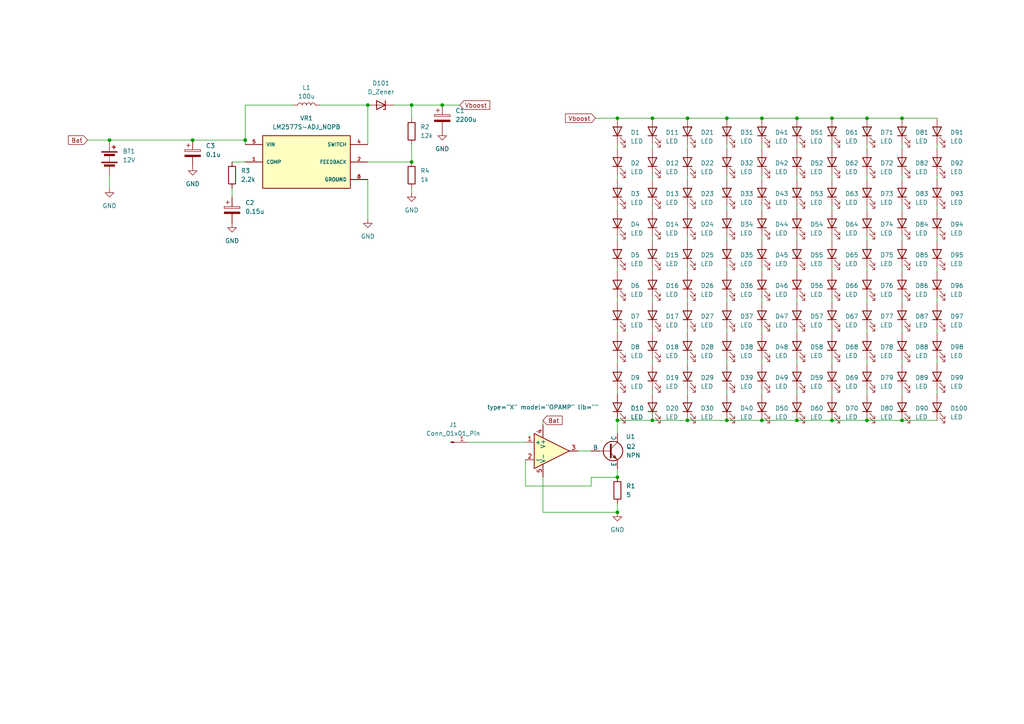
<source format=kicad_sch>
(kicad_sch (version 20230121) (generator eeschema)

  (uuid 3bccb558-cfc1-47b0-87de-a688fdd981c6)

  (paper "A4")

  (lib_symbols
    (symbol "Connector:Conn_01x01_Pin" (pin_names (offset 1.016) hide) (in_bom yes) (on_board yes)
      (property "Reference" "J" (at 0 2.54 0)
        (effects (font (size 1.27 1.27)))
      )
      (property "Value" "Conn_01x01_Pin" (at 0 -2.54 0)
        (effects (font (size 1.27 1.27)))
      )
      (property "Footprint" "" (at 0 0 0)
        (effects (font (size 1.27 1.27)) hide)
      )
      (property "Datasheet" "~" (at 0 0 0)
        (effects (font (size 1.27 1.27)) hide)
      )
      (property "ki_locked" "" (at 0 0 0)
        (effects (font (size 1.27 1.27)))
      )
      (property "ki_keywords" "connector" (at 0 0 0)
        (effects (font (size 1.27 1.27)) hide)
      )
      (property "ki_description" "Generic connector, single row, 01x01, script generated" (at 0 0 0)
        (effects (font (size 1.27 1.27)) hide)
      )
      (property "ki_fp_filters" "Connector*:*_1x??_*" (at 0 0 0)
        (effects (font (size 1.27 1.27)) hide)
      )
      (symbol "Conn_01x01_Pin_1_1"
        (polyline
          (pts
            (xy 1.27 0)
            (xy 0.8636 0)
          )
          (stroke (width 0.1524) (type default))
          (fill (type none))
        )
        (rectangle (start 0.8636 0.127) (end 0 -0.127)
          (stroke (width 0.1524) (type default))
          (fill (type outline))
        )
        (pin passive line (at 5.08 0 180) (length 3.81)
          (name "Pin_1" (effects (font (size 1.27 1.27))))
          (number "1" (effects (font (size 1.27 1.27))))
        )
      )
    )
    (symbol "Device:Battery" (pin_numbers hide) (pin_names (offset 0) hide) (in_bom yes) (on_board yes)
      (property "Reference" "BT" (at 2.54 2.54 0)
        (effects (font (size 1.27 1.27)) (justify left))
      )
      (property "Value" "Battery" (at 2.54 0 0)
        (effects (font (size 1.27 1.27)) (justify left))
      )
      (property "Footprint" "" (at 0 1.524 90)
        (effects (font (size 1.27 1.27)) hide)
      )
      (property "Datasheet" "~" (at 0 1.524 90)
        (effects (font (size 1.27 1.27)) hide)
      )
      (property "ki_keywords" "batt voltage-source cell" (at 0 0 0)
        (effects (font (size 1.27 1.27)) hide)
      )
      (property "ki_description" "Multiple-cell battery" (at 0 0 0)
        (effects (font (size 1.27 1.27)) hide)
      )
      (symbol "Battery_0_1"
        (rectangle (start -2.286 -1.27) (end 2.286 -1.524)
          (stroke (width 0) (type default))
          (fill (type outline))
        )
        (rectangle (start -2.286 1.778) (end 2.286 1.524)
          (stroke (width 0) (type default))
          (fill (type outline))
        )
        (rectangle (start -1.524 -2.032) (end 1.524 -2.54)
          (stroke (width 0) (type default))
          (fill (type outline))
        )
        (rectangle (start -1.524 1.016) (end 1.524 0.508)
          (stroke (width 0) (type default))
          (fill (type outline))
        )
        (polyline
          (pts
            (xy 0 -1.016)
            (xy 0 -0.762)
          )
          (stroke (width 0) (type default))
          (fill (type none))
        )
        (polyline
          (pts
            (xy 0 -0.508)
            (xy 0 -0.254)
          )
          (stroke (width 0) (type default))
          (fill (type none))
        )
        (polyline
          (pts
            (xy 0 0)
            (xy 0 0.254)
          )
          (stroke (width 0) (type default))
          (fill (type none))
        )
        (polyline
          (pts
            (xy 0 1.778)
            (xy 0 2.54)
          )
          (stroke (width 0) (type default))
          (fill (type none))
        )
        (polyline
          (pts
            (xy 0.762 3.048)
            (xy 1.778 3.048)
          )
          (stroke (width 0.254) (type default))
          (fill (type none))
        )
        (polyline
          (pts
            (xy 1.27 3.556)
            (xy 1.27 2.54)
          )
          (stroke (width 0.254) (type default))
          (fill (type none))
        )
      )
      (symbol "Battery_1_1"
        (pin passive line (at 0 5.08 270) (length 2.54)
          (name "+" (effects (font (size 1.27 1.27))))
          (number "1" (effects (font (size 1.27 1.27))))
        )
        (pin passive line (at 0 -5.08 90) (length 2.54)
          (name "-" (effects (font (size 1.27 1.27))))
          (number "2" (effects (font (size 1.27 1.27))))
        )
      )
    )
    (symbol "Device:C_Polarized" (pin_numbers hide) (pin_names (offset 0.254)) (in_bom yes) (on_board yes)
      (property "Reference" "C" (at 0.635 2.54 0)
        (effects (font (size 1.27 1.27)) (justify left))
      )
      (property "Value" "C_Polarized" (at 0.635 -2.54 0)
        (effects (font (size 1.27 1.27)) (justify left))
      )
      (property "Footprint" "" (at 0.9652 -3.81 0)
        (effects (font (size 1.27 1.27)) hide)
      )
      (property "Datasheet" "~" (at 0 0 0)
        (effects (font (size 1.27 1.27)) hide)
      )
      (property "ki_keywords" "cap capacitor" (at 0 0 0)
        (effects (font (size 1.27 1.27)) hide)
      )
      (property "ki_description" "Polarized capacitor" (at 0 0 0)
        (effects (font (size 1.27 1.27)) hide)
      )
      (property "ki_fp_filters" "CP_*" (at 0 0 0)
        (effects (font (size 1.27 1.27)) hide)
      )
      (symbol "C_Polarized_0_1"
        (rectangle (start -2.286 0.508) (end 2.286 1.016)
          (stroke (width 0) (type default))
          (fill (type none))
        )
        (polyline
          (pts
            (xy -1.778 2.286)
            (xy -0.762 2.286)
          )
          (stroke (width 0) (type default))
          (fill (type none))
        )
        (polyline
          (pts
            (xy -1.27 2.794)
            (xy -1.27 1.778)
          )
          (stroke (width 0) (type default))
          (fill (type none))
        )
        (rectangle (start 2.286 -0.508) (end -2.286 -1.016)
          (stroke (width 0) (type default))
          (fill (type outline))
        )
      )
      (symbol "C_Polarized_1_1"
        (pin passive line (at 0 3.81 270) (length 2.794)
          (name "~" (effects (font (size 1.27 1.27))))
          (number "1" (effects (font (size 1.27 1.27))))
        )
        (pin passive line (at 0 -3.81 90) (length 2.794)
          (name "~" (effects (font (size 1.27 1.27))))
          (number "2" (effects (font (size 1.27 1.27))))
        )
      )
    )
    (symbol "Device:D_Zener" (pin_numbers hide) (pin_names (offset 1.016) hide) (in_bom yes) (on_board yes)
      (property "Reference" "D" (at 0 2.54 0)
        (effects (font (size 1.27 1.27)))
      )
      (property "Value" "D_Zener" (at 0 -2.54 0)
        (effects (font (size 1.27 1.27)))
      )
      (property "Footprint" "" (at 0 0 0)
        (effects (font (size 1.27 1.27)) hide)
      )
      (property "Datasheet" "~" (at 0 0 0)
        (effects (font (size 1.27 1.27)) hide)
      )
      (property "ki_keywords" "diode" (at 0 0 0)
        (effects (font (size 1.27 1.27)) hide)
      )
      (property "ki_description" "Zener diode" (at 0 0 0)
        (effects (font (size 1.27 1.27)) hide)
      )
      (property "ki_fp_filters" "TO-???* *_Diode_* *SingleDiode* D_*" (at 0 0 0)
        (effects (font (size 1.27 1.27)) hide)
      )
      (symbol "D_Zener_0_1"
        (polyline
          (pts
            (xy 1.27 0)
            (xy -1.27 0)
          )
          (stroke (width 0) (type default))
          (fill (type none))
        )
        (polyline
          (pts
            (xy -1.27 -1.27)
            (xy -1.27 1.27)
            (xy -0.762 1.27)
          )
          (stroke (width 0.254) (type default))
          (fill (type none))
        )
        (polyline
          (pts
            (xy 1.27 -1.27)
            (xy 1.27 1.27)
            (xy -1.27 0)
            (xy 1.27 -1.27)
          )
          (stroke (width 0.254) (type default))
          (fill (type none))
        )
      )
      (symbol "D_Zener_1_1"
        (pin passive line (at -3.81 0 0) (length 2.54)
          (name "K" (effects (font (size 1.27 1.27))))
          (number "1" (effects (font (size 1.27 1.27))))
        )
        (pin passive line (at 3.81 0 180) (length 2.54)
          (name "A" (effects (font (size 1.27 1.27))))
          (number "2" (effects (font (size 1.27 1.27))))
        )
      )
    )
    (symbol "Device:L" (pin_numbers hide) (pin_names (offset 1.016) hide) (in_bom yes) (on_board yes)
      (property "Reference" "L" (at -1.27 0 90)
        (effects (font (size 1.27 1.27)))
      )
      (property "Value" "L" (at 1.905 0 90)
        (effects (font (size 1.27 1.27)))
      )
      (property "Footprint" "" (at 0 0 0)
        (effects (font (size 1.27 1.27)) hide)
      )
      (property "Datasheet" "~" (at 0 0 0)
        (effects (font (size 1.27 1.27)) hide)
      )
      (property "ki_keywords" "inductor choke coil reactor magnetic" (at 0 0 0)
        (effects (font (size 1.27 1.27)) hide)
      )
      (property "ki_description" "Inductor" (at 0 0 0)
        (effects (font (size 1.27 1.27)) hide)
      )
      (property "ki_fp_filters" "Choke_* *Coil* Inductor_* L_*" (at 0 0 0)
        (effects (font (size 1.27 1.27)) hide)
      )
      (symbol "L_0_1"
        (arc (start 0 -2.54) (mid 0.6323 -1.905) (end 0 -1.27)
          (stroke (width 0) (type default))
          (fill (type none))
        )
        (arc (start 0 -1.27) (mid 0.6323 -0.635) (end 0 0)
          (stroke (width 0) (type default))
          (fill (type none))
        )
        (arc (start 0 0) (mid 0.6323 0.635) (end 0 1.27)
          (stroke (width 0) (type default))
          (fill (type none))
        )
        (arc (start 0 1.27) (mid 0.6323 1.905) (end 0 2.54)
          (stroke (width 0) (type default))
          (fill (type none))
        )
      )
      (symbol "L_1_1"
        (pin passive line (at 0 3.81 270) (length 1.27)
          (name "1" (effects (font (size 1.27 1.27))))
          (number "1" (effects (font (size 1.27 1.27))))
        )
        (pin passive line (at 0 -3.81 90) (length 1.27)
          (name "2" (effects (font (size 1.27 1.27))))
          (number "2" (effects (font (size 1.27 1.27))))
        )
      )
    )
    (symbol "Device:LED" (pin_numbers hide) (pin_names (offset 1.016) hide) (in_bom yes) (on_board yes)
      (property "Reference" "D" (at 0 2.54 0)
        (effects (font (size 1.27 1.27)))
      )
      (property "Value" "LED" (at 0 -2.54 0)
        (effects (font (size 1.27 1.27)))
      )
      (property "Footprint" "" (at 0 0 0)
        (effects (font (size 1.27 1.27)) hide)
      )
      (property "Datasheet" "~" (at 0 0 0)
        (effects (font (size 1.27 1.27)) hide)
      )
      (property "ki_keywords" "LED diode" (at 0 0 0)
        (effects (font (size 1.27 1.27)) hide)
      )
      (property "ki_description" "Light emitting diode" (at 0 0 0)
        (effects (font (size 1.27 1.27)) hide)
      )
      (property "ki_fp_filters" "LED* LED_SMD:* LED_THT:*" (at 0 0 0)
        (effects (font (size 1.27 1.27)) hide)
      )
      (symbol "LED_0_1"
        (polyline
          (pts
            (xy -1.27 -1.27)
            (xy -1.27 1.27)
          )
          (stroke (width 0.254) (type default))
          (fill (type none))
        )
        (polyline
          (pts
            (xy -1.27 0)
            (xy 1.27 0)
          )
          (stroke (width 0) (type default))
          (fill (type none))
        )
        (polyline
          (pts
            (xy 1.27 -1.27)
            (xy 1.27 1.27)
            (xy -1.27 0)
            (xy 1.27 -1.27)
          )
          (stroke (width 0.254) (type default))
          (fill (type none))
        )
        (polyline
          (pts
            (xy -3.048 -0.762)
            (xy -4.572 -2.286)
            (xy -3.81 -2.286)
            (xy -4.572 -2.286)
            (xy -4.572 -1.524)
          )
          (stroke (width 0) (type default))
          (fill (type none))
        )
        (polyline
          (pts
            (xy -1.778 -0.762)
            (xy -3.302 -2.286)
            (xy -2.54 -2.286)
            (xy -3.302 -2.286)
            (xy -3.302 -1.524)
          )
          (stroke (width 0) (type default))
          (fill (type none))
        )
      )
      (symbol "LED_1_1"
        (pin passive line (at -3.81 0 0) (length 2.54)
          (name "K" (effects (font (size 1.27 1.27))))
          (number "1" (effects (font (size 1.27 1.27))))
        )
        (pin passive line (at 3.81 0 180) (length 2.54)
          (name "A" (effects (font (size 1.27 1.27))))
          (number "2" (effects (font (size 1.27 1.27))))
        )
      )
    )
    (symbol "Device:R" (pin_numbers hide) (pin_names (offset 0)) (in_bom yes) (on_board yes)
      (property "Reference" "R" (at 2.032 0 90)
        (effects (font (size 1.27 1.27)))
      )
      (property "Value" "R" (at 0 0 90)
        (effects (font (size 1.27 1.27)))
      )
      (property "Footprint" "" (at -1.778 0 90)
        (effects (font (size 1.27 1.27)) hide)
      )
      (property "Datasheet" "~" (at 0 0 0)
        (effects (font (size 1.27 1.27)) hide)
      )
      (property "ki_keywords" "R res resistor" (at 0 0 0)
        (effects (font (size 1.27 1.27)) hide)
      )
      (property "ki_description" "Resistor" (at 0 0 0)
        (effects (font (size 1.27 1.27)) hide)
      )
      (property "ki_fp_filters" "R_*" (at 0 0 0)
        (effects (font (size 1.27 1.27)) hide)
      )
      (symbol "R_0_1"
        (rectangle (start -1.016 -2.54) (end 1.016 2.54)
          (stroke (width 0.254) (type default))
          (fill (type none))
        )
      )
      (symbol "R_1_1"
        (pin passive line (at 0 3.81 270) (length 1.27)
          (name "~" (effects (font (size 1.27 1.27))))
          (number "1" (effects (font (size 1.27 1.27))))
        )
        (pin passive line (at 0 -3.81 90) (length 1.27)
          (name "~" (effects (font (size 1.27 1.27))))
          (number "2" (effects (font (size 1.27 1.27))))
        )
      )
    )
    (symbol "Personal:LM2577S-ADJ_NOPB" (pin_names (offset 1.016)) (in_bom yes) (on_board yes)
      (property "Reference" "VR" (at -12.7 10.16 0)
        (effects (font (size 1.27 1.27)) (justify left bottom))
      )
      (property "Value" "LM2577S-ADJ_NOPB" (at -12.7 -12.7 0)
        (effects (font (size 1.27 1.27)) (justify left bottom))
      )
      (property "Footprint" "" (at 0 2.54 0)
        (effects (font (size 1.27 1.27)) (justify bottom) hide)
      )
      (property "Datasheet" "" (at 0 0 0)
        (effects (font (size 1.27 1.27)) hide)
      )
      (property "MF" "" (at 0 -1.27 0)
        (effects (font (size 1.27 1.27)) (justify bottom) hide)
      )
      (property "MAXIMUM_PACKAGE_HEIGHT" "" (at 0 5.08 0)
        (effects (font (size 1.27 1.27)) (justify bottom) hide)
      )
      (property "Package" "TO-263-5" (at 0 -6.35 0)
        (effects (font (size 1.27 1.27)) (justify bottom) hide)
      )
      (property "Price" "" (at 0 -1.27 0)
        (effects (font (size 1.27 1.27)) (justify bottom) hide)
      )
      (property "Check_prices" "" (at 0 0 0)
        (effects (font (size 1.27 1.27)) (justify bottom) hide)
      )
      (property "STANDARD" "" (at 0 10.16 0)
        (effects (font (size 1.27 1.27)) (justify bottom) hide)
      )
      (property "PARTREV" "D" (at 0 0 0)
        (effects (font (size 1.27 1.27)) (justify bottom) hide)
      )
      (property "SnapEDA_Link" "" (at 0 0 0)
        (effects (font (size 1.27 1.27)) (justify bottom) hide)
      )
      (property "MP" "LM2577S-ADJ/NOPB" (at 0 2.54 0)
        (effects (font (size 1.27 1.27)) (justify bottom) hide)
      )
      (property "Purchase-URL" "" (at 0 0 0)
        (effects (font (size 1.27 1.27)) (justify bottom) hide)
      )
      (property "Description" "\n3.5-V to 40-V, 3-A low component count step-up regulator\n" (at 0 12.7 0)
        (effects (font (size 1.27 1.27)) (justify bottom) hide)
      )
      (property "Availability" "" (at 0 -5.08 0)
        (effects (font (size 1.27 1.27)) (justify bottom) hide)
      )
      (property "MANUFACTURER" "" (at 0 0 0)
        (effects (font (size 1.27 1.27)) (justify bottom) hide)
      )
      (symbol "LM2577S-ADJ_NOPB_0_0"
        (rectangle (start -12.7 7.62) (end 12.7 -7.62)
          (stroke (width 0.254) (type default))
          (fill (type background))
        )
        (pin passive line (at -17.78 0 0) (length 5.08)
          (name "COMP" (effects (font (size 1.016 1.016))))
          (number "1" (effects (font (size 1.016 1.016))))
        )
        (pin input line (at 17.78 0 180) (length 5.08)
          (name "FEEDBACK" (effects (font (size 1.016 1.016))))
          (number "2" (effects (font (size 1.016 1.016))))
        )
        (pin power_in line (at 17.78 -5.08 180) (length 5.08)
          (name "GROUND" (effects (font (size 1.016 1.016))))
          (number "3" (effects (font (size 1.016 1.016))))
        )
        (pin output line (at 17.78 5.08 180) (length 5.08)
          (name "SWITCH" (effects (font (size 1.016 1.016))))
          (number "4" (effects (font (size 1.016 1.016))))
        )
        (pin input line (at -17.78 5.08 0) (length 5.08)
          (name "VIN" (effects (font (size 1.016 1.016))))
          (number "5" (effects (font (size 1.016 1.016))))
        )
        (pin power_in line (at 17.78 -5.08 180) (length 5.08)
          (name "GROUND" (effects (font (size 1.016 1.016))))
          (number "6" (effects (font (size 1.016 1.016))))
        )
      )
    )
    (symbol "Simulation_SPICE:NPN" (pin_numbers hide) (pin_names (offset 0)) (in_bom yes) (on_board yes)
      (property "Reference" "Q" (at -2.54 7.62 0)
        (effects (font (size 1.27 1.27)))
      )
      (property "Value" "NPN" (at -2.54 5.08 0)
        (effects (font (size 1.27 1.27)))
      )
      (property "Footprint" "" (at 63.5 0 0)
        (effects (font (size 1.27 1.27)) hide)
      )
      (property "Datasheet" "~" (at 63.5 0 0)
        (effects (font (size 1.27 1.27)) hide)
      )
      (property "Sim.Device" "NPN" (at 0 0 0)
        (effects (font (size 1.27 1.27)) hide)
      )
      (property "Sim.Type" "GUMMELPOON" (at 0 0 0)
        (effects (font (size 1.27 1.27)) hide)
      )
      (property "Sim.Pins" "1=C 2=B 3=E" (at 0 0 0)
        (effects (font (size 1.27 1.27)) hide)
      )
      (property "ki_keywords" "simulation" (at 0 0 0)
        (effects (font (size 1.27 1.27)) hide)
      )
      (property "ki_description" "Bipolar transistor symbol for simulation only, substrate tied to the emitter" (at 0 0 0)
        (effects (font (size 1.27 1.27)) hide)
      )
      (symbol "NPN_0_1"
        (polyline
          (pts
            (xy -2.54 0)
            (xy 0.635 0)
          )
          (stroke (width 0.1524) (type default))
          (fill (type none))
        )
        (polyline
          (pts
            (xy 0.635 0.635)
            (xy 2.54 2.54)
          )
          (stroke (width 0) (type default))
          (fill (type none))
        )
        (polyline
          (pts
            (xy 2.794 -1.27)
            (xy 2.794 -1.27)
          )
          (stroke (width 0.1524) (type default))
          (fill (type none))
        )
        (polyline
          (pts
            (xy 2.794 -1.27)
            (xy 2.794 -1.27)
          )
          (stroke (width 0.1524) (type default))
          (fill (type none))
        )
        (polyline
          (pts
            (xy 0.635 -0.635)
            (xy 2.54 -2.54)
            (xy 2.54 -2.54)
          )
          (stroke (width 0) (type default))
          (fill (type none))
        )
        (polyline
          (pts
            (xy 0.635 1.905)
            (xy 0.635 -1.905)
            (xy 0.635 -1.905)
          )
          (stroke (width 0.508) (type default))
          (fill (type none))
        )
        (polyline
          (pts
            (xy 1.27 -1.778)
            (xy 1.778 -1.27)
            (xy 2.286 -2.286)
            (xy 1.27 -1.778)
            (xy 1.27 -1.778)
          )
          (stroke (width 0) (type default))
          (fill (type outline))
        )
        (circle (center 1.27 0) (radius 2.8194)
          (stroke (width 0.254) (type default))
          (fill (type none))
        )
      )
      (symbol "NPN_1_1"
        (pin open_collector line (at 2.54 5.08 270) (length 2.54)
          (name "C" (effects (font (size 1.27 1.27))))
          (number "1" (effects (font (size 1.27 1.27))))
        )
        (pin input line (at -5.08 0 0) (length 2.54)
          (name "B" (effects (font (size 1.27 1.27))))
          (number "2" (effects (font (size 1.27 1.27))))
        )
        (pin open_emitter line (at 2.54 -5.08 90) (length 2.54)
          (name "E" (effects (font (size 1.27 1.27))))
          (number "3" (effects (font (size 1.27 1.27))))
        )
      )
    )
    (symbol "Simulation_SPICE:OPAMP" (pin_names (offset 0.254)) (in_bom yes) (on_board yes)
      (property "Reference" "U" (at 3.81 3.175 0)
        (effects (font (size 1.27 1.27)) (justify left))
      )
      (property "Value" "${SIM.PARAMS}" (at 3.81 -3.175 0)
        (effects (font (size 1.27 1.27)) (justify left))
      )
      (property "Footprint" "" (at 0 0 0)
        (effects (font (size 1.27 1.27)) hide)
      )
      (property "Datasheet" "~" (at 0 0 0)
        (effects (font (size 1.27 1.27)) hide)
      )
      (property "Sim.Pins" "1=1 2=2 3=3 4=4 5=5" (at 0 0 0)
        (effects (font (size 1.27 1.27)) hide)
      )
      (property "Sim.Device" "SPICE" (at 0 0 0)
        (effects (font (size 1.27 1.27)) (justify left) hide)
      )
      (property "Sim.Params" "type=\"X\" model=\"OPAMP\" lib=\"\"" (at 0 0 0)
        (effects (font (size 1.27 1.27)) hide)
      )
      (property "ki_keywords" "simulation" (at 0 0 0)
        (effects (font (size 1.27 1.27)) hide)
      )
      (property "ki_description" "Operational amplifier, single, node sequence=1:+ 2:- 3:OUT 4:V+ 5:V-" (at 0 0 0)
        (effects (font (size 1.27 1.27)) hide)
      )
      (symbol "OPAMP_0_1"
        (polyline
          (pts
            (xy 5.08 0)
            (xy -5.08 5.08)
            (xy -5.08 -5.08)
            (xy 5.08 0)
          )
          (stroke (width 0.254) (type default))
          (fill (type background))
        )
      )
      (symbol "OPAMP_1_1"
        (pin input line (at -7.62 2.54 0) (length 2.54)
          (name "+" (effects (font (size 1.27 1.27))))
          (number "1" (effects (font (size 1.27 1.27))))
        )
        (pin input line (at -7.62 -2.54 0) (length 2.54)
          (name "-" (effects (font (size 1.27 1.27))))
          (number "2" (effects (font (size 1.27 1.27))))
        )
        (pin output line (at 7.62 0 180) (length 2.54)
          (name "~" (effects (font (size 1.27 1.27))))
          (number "3" (effects (font (size 1.27 1.27))))
        )
        (pin power_in line (at -2.54 7.62 270) (length 3.81)
          (name "V+" (effects (font (size 1.27 1.27))))
          (number "4" (effects (font (size 1.27 1.27))))
        )
        (pin power_in line (at -2.54 -7.62 90) (length 3.81)
          (name "V-" (effects (font (size 1.27 1.27))))
          (number "5" (effects (font (size 1.27 1.27))))
        )
      )
    )
    (symbol "power:GND" (power) (pin_names (offset 0)) (in_bom yes) (on_board yes)
      (property "Reference" "#PWR" (at 0 -6.35 0)
        (effects (font (size 1.27 1.27)) hide)
      )
      (property "Value" "GND" (at 0 -3.81 0)
        (effects (font (size 1.27 1.27)))
      )
      (property "Footprint" "" (at 0 0 0)
        (effects (font (size 1.27 1.27)) hide)
      )
      (property "Datasheet" "" (at 0 0 0)
        (effects (font (size 1.27 1.27)) hide)
      )
      (property "ki_keywords" "global power" (at 0 0 0)
        (effects (font (size 1.27 1.27)) hide)
      )
      (property "ki_description" "Power symbol creates a global label with name \"GND\" , ground" (at 0 0 0)
        (effects (font (size 1.27 1.27)) hide)
      )
      (symbol "GND_0_1"
        (polyline
          (pts
            (xy 0 0)
            (xy 0 -1.27)
            (xy 1.27 -1.27)
            (xy 0 -2.54)
            (xy -1.27 -1.27)
            (xy 0 -1.27)
          )
          (stroke (width 0) (type default))
          (fill (type none))
        )
      )
      (symbol "GND_1_1"
        (pin power_in line (at 0 0 270) (length 0) hide
          (name "GND" (effects (font (size 1.27 1.27))))
          (number "1" (effects (font (size 1.27 1.27))))
        )
      )
    )
  )

  (junction (at 210.82 121.92) (diameter 0) (color 0 0 0 0)
    (uuid 03f645d5-21cc-4c3b-89b7-6a4290f27349)
  )
  (junction (at 189.23 34.29) (diameter 0) (color 0 0 0 0)
    (uuid 0a5c85d4-d3ca-4678-9bfe-87615ae487c7)
  )
  (junction (at 199.39 34.29) (diameter 0) (color 0 0 0 0)
    (uuid 12349411-ca45-412d-9efb-550d94fe2db5)
  )
  (junction (at 241.3 121.92) (diameter 0) (color 0 0 0 0)
    (uuid 14d70e71-27bf-4dbf-bb7d-6e61d1980551)
  )
  (junction (at 119.38 46.99) (diameter 0) (color 0 0 0 0)
    (uuid 1d809bc8-7c83-4f32-81c6-978f23a567e5)
  )
  (junction (at 71.12 40.64) (diameter 0) (color 0 0 0 0)
    (uuid 209cefcf-ad5b-40c2-96da-1346a1656da1)
  )
  (junction (at 31.75 40.64) (diameter 0) (color 0 0 0 0)
    (uuid 229b89d3-e985-4a3e-857f-b1e78189bd78)
  )
  (junction (at 55.88 40.64) (diameter 0) (color 0 0 0 0)
    (uuid 290c0f26-7274-45cb-92db-4c86377f820a)
  )
  (junction (at 241.3 34.29) (diameter 0) (color 0 0 0 0)
    (uuid 29347533-6e8b-4390-998d-21d4a198dc47)
  )
  (junction (at 261.62 34.29) (diameter 0) (color 0 0 0 0)
    (uuid 39bbfa6c-f5e5-4abc-986c-9b5c077849b5)
  )
  (junction (at 179.07 138.43) (diameter 0) (color 0 0 0 0)
    (uuid 4403bd98-db23-4edd-8a66-0bb7ff2c5fd1)
  )
  (junction (at 199.39 121.92) (diameter 0) (color 0 0 0 0)
    (uuid 47e8aee5-ae31-41ae-b7f4-fb711e9cd669)
  )
  (junction (at 231.14 121.92) (diameter 0) (color 0 0 0 0)
    (uuid 5219dcb5-2ac4-4323-8d10-c80610a0eed9)
  )
  (junction (at 128.27 30.48) (diameter 0) (color 0 0 0 0)
    (uuid 5ae1e871-3055-46e5-b97f-80649707cba9)
  )
  (junction (at 119.38 30.48) (diameter 0) (color 0 0 0 0)
    (uuid 5c66cdf9-ea13-43a8-8cca-a7620ca94d3a)
  )
  (junction (at 179.07 34.29) (diameter 0) (color 0 0 0 0)
    (uuid 7c4d54c0-0db7-4464-815f-cdbdcbb83148)
  )
  (junction (at 179.07 148.59) (diameter 0) (color 0 0 0 0)
    (uuid 8ae2ee5a-8016-4781-bdea-d047217e951b)
  )
  (junction (at 179.07 121.92) (diameter 0) (color 0 0 0 0)
    (uuid 9fb49a6f-a963-4564-9b2d-60e1728d302d)
  )
  (junction (at 251.46 34.29) (diameter 0) (color 0 0 0 0)
    (uuid b3373c12-7c6d-4750-81c3-4f2e098e7667)
  )
  (junction (at 220.98 121.92) (diameter 0) (color 0 0 0 0)
    (uuid db7e2a66-c17a-4925-b29e-86fd02894475)
  )
  (junction (at 189.23 121.92) (diameter 0) (color 0 0 0 0)
    (uuid dea57c1a-874a-4a1e-a5be-53b117d19bc5)
  )
  (junction (at 220.98 34.29) (diameter 0) (color 0 0 0 0)
    (uuid deeb5c44-c06d-446b-a5d7-f0fd90400225)
  )
  (junction (at 251.46 121.92) (diameter 0) (color 0 0 0 0)
    (uuid e1c94c24-2966-430a-9932-b9c8ab4d6d56)
  )
  (junction (at 261.62 121.92) (diameter 0) (color 0 0 0 0)
    (uuid ea5ef307-14e2-44a4-9e19-f0390b071ac0)
  )
  (junction (at 210.82 34.29) (diameter 0) (color 0 0 0 0)
    (uuid ed790b07-2006-492c-85ee-8908d89c11c8)
  )
  (junction (at 106.68 30.48) (diameter 0) (color 0 0 0 0)
    (uuid ee4c1216-8422-4d87-a742-9f2e0424fb45)
  )
  (junction (at 231.14 34.29) (diameter 0) (color 0 0 0 0)
    (uuid f3d51bbd-992c-43fa-8159-5fcb809e9773)
  )

  (wire (pts (xy 231.14 41.91) (xy 231.14 43.18))
    (stroke (width 0) (type default))
    (uuid 0091aff8-b695-46d7-b0e4-f8f90ba12480)
  )
  (wire (pts (xy 241.3 50.8) (xy 241.3 52.07))
    (stroke (width 0) (type default))
    (uuid 011b83c0-7211-411e-b132-d835a2220665)
  )
  (wire (pts (xy 261.62 121.92) (xy 251.46 121.92))
    (stroke (width 0) (type default))
    (uuid 027fb670-17dd-4323-8bd8-77787123db51)
  )
  (wire (pts (xy 199.39 86.36) (xy 199.39 87.63))
    (stroke (width 0) (type default))
    (uuid 02812f32-fc51-4053-9013-8d3c0de60aba)
  )
  (wire (pts (xy 199.39 41.91) (xy 199.39 43.18))
    (stroke (width 0) (type default))
    (uuid 06770fe5-0b60-4056-8d8e-a9451683c0be)
  )
  (wire (pts (xy 106.68 46.99) (xy 119.38 46.99))
    (stroke (width 0) (type default))
    (uuid 06b6cb9d-258c-4191-9d4f-4a5a587958be)
  )
  (wire (pts (xy 106.68 52.07) (xy 106.68 63.5))
    (stroke (width 0) (type default))
    (uuid 06d4e00f-3c5c-42d3-980d-79cea508917a)
  )
  (wire (pts (xy 271.78 95.25) (xy 271.78 96.52))
    (stroke (width 0) (type default))
    (uuid 0a1d8240-3f22-434d-ae33-4a7ea229adc1)
  )
  (wire (pts (xy 251.46 59.69) (xy 251.46 60.96))
    (stroke (width 0) (type default))
    (uuid 0aa3b5d4-581c-490a-b717-5d8202c795de)
  )
  (wire (pts (xy 179.07 95.25) (xy 179.07 96.52))
    (stroke (width 0) (type default))
    (uuid 0c0d410b-6e11-451d-a91e-9c97761e3aa9)
  )
  (wire (pts (xy 251.46 50.8) (xy 251.46 52.07))
    (stroke (width 0) (type default))
    (uuid 0c9740f5-d393-4385-805a-53d549bbc95e)
  )
  (wire (pts (xy 157.48 148.59) (xy 179.07 148.59))
    (stroke (width 0) (type default))
    (uuid 0d0c041d-8e59-4f59-99ee-a31112a9b5d7)
  )
  (wire (pts (xy 189.23 50.8) (xy 189.23 52.07))
    (stroke (width 0) (type default))
    (uuid 106450d6-1bd5-4cfe-bb6f-07182704584d)
  )
  (wire (pts (xy 261.62 41.91) (xy 261.62 43.18))
    (stroke (width 0) (type default))
    (uuid 11005aeb-6dd8-4f98-b6ff-5a978b60d8e2)
  )
  (wire (pts (xy 67.31 46.99) (xy 71.12 46.99))
    (stroke (width 0) (type default))
    (uuid 116a45b4-2fa0-49cd-ae94-f28d6f495ee4)
  )
  (wire (pts (xy 220.98 77.47) (xy 220.98 78.74))
    (stroke (width 0) (type default))
    (uuid 15d7f994-5383-4f04-aec3-33d24ae762fb)
  )
  (wire (pts (xy 92.71 30.48) (xy 106.68 30.48))
    (stroke (width 0) (type default))
    (uuid 1872a189-fa5a-4f8c-9262-dcddc498742d)
  )
  (wire (pts (xy 231.14 95.25) (xy 231.14 96.52))
    (stroke (width 0) (type default))
    (uuid 1912aa7b-d07c-4b42-8ab1-b797867d885d)
  )
  (wire (pts (xy 179.07 34.29) (xy 189.23 34.29))
    (stroke (width 0) (type default))
    (uuid 19b11d22-3ba0-43f4-b226-c7f90b272087)
  )
  (wire (pts (xy 55.88 40.64) (xy 71.12 40.64))
    (stroke (width 0) (type default))
    (uuid 1f11314b-462a-4e32-8c07-b6605a772353)
  )
  (wire (pts (xy 119.38 30.48) (xy 128.27 30.48))
    (stroke (width 0) (type default))
    (uuid 1f5a1202-0c80-49ae-bee1-fcfb93005424)
  )
  (wire (pts (xy 189.23 41.91) (xy 189.23 43.18))
    (stroke (width 0) (type default))
    (uuid 1ffd66cd-6375-4bd3-86f4-78c5e7753a89)
  )
  (wire (pts (xy 199.39 34.29) (xy 210.82 34.29))
    (stroke (width 0) (type default))
    (uuid 2358632c-0e7f-4c97-90b2-9c65cdc2e003)
  )
  (wire (pts (xy 199.39 50.8) (xy 199.39 52.07))
    (stroke (width 0) (type default))
    (uuid 237167f1-65f8-45e2-aca1-ef7bf1888eae)
  )
  (wire (pts (xy 210.82 86.36) (xy 210.82 87.63))
    (stroke (width 0) (type default))
    (uuid 24d0894b-8c0f-4da3-8b67-b5d4df8eb61a)
  )
  (wire (pts (xy 220.98 68.58) (xy 220.98 69.85))
    (stroke (width 0) (type default))
    (uuid 25c485e7-71eb-42c0-b4c3-d4d8cc7d7f74)
  )
  (wire (pts (xy 172.72 34.29) (xy 179.07 34.29))
    (stroke (width 0) (type default))
    (uuid 2802150b-c0d1-466a-a8dd-01baaad142af)
  )
  (wire (pts (xy 241.3 86.36) (xy 241.3 87.63))
    (stroke (width 0) (type default))
    (uuid 28712e7d-9f25-4b2e-aa48-3f5602e44070)
  )
  (wire (pts (xy 251.46 34.29) (xy 261.62 34.29))
    (stroke (width 0) (type default))
    (uuid 28b05eea-4aca-40cf-aeb7-1a4dd1c7e260)
  )
  (wire (pts (xy 114.3 30.48) (xy 119.38 30.48))
    (stroke (width 0) (type default))
    (uuid 29f36fd4-7568-4da7-acb7-ca05080c9501)
  )
  (wire (pts (xy 179.07 77.47) (xy 179.07 78.74))
    (stroke (width 0) (type default))
    (uuid 2a945355-73b2-4968-aabb-4524741a5a4a)
  )
  (wire (pts (xy 210.82 121.92) (xy 199.39 121.92))
    (stroke (width 0) (type default))
    (uuid 2ccd040c-9975-4016-8fbd-cdce3e7b0a19)
  )
  (wire (pts (xy 157.48 138.43) (xy 157.48 148.59))
    (stroke (width 0) (type default))
    (uuid 2cd2d29e-8bae-4ca3-9aed-f538f7e91b27)
  )
  (wire (pts (xy 251.46 95.25) (xy 251.46 96.52))
    (stroke (width 0) (type default))
    (uuid 2d2e2674-7e98-4195-af8d-fca9bca169ae)
  )
  (wire (pts (xy 128.27 30.48) (xy 133.35 30.48))
    (stroke (width 0) (type default))
    (uuid 2dd6648f-f590-418e-8bc1-5ff878e276e8)
  )
  (wire (pts (xy 241.3 68.58) (xy 241.3 69.85))
    (stroke (width 0) (type default))
    (uuid 2e44ddeb-b0ab-442a-af53-88143b3df8a8)
  )
  (wire (pts (xy 25.4 40.64) (xy 31.75 40.64))
    (stroke (width 0) (type default))
    (uuid 316d5e22-ca0c-44d9-ad2c-78f6de577173)
  )
  (wire (pts (xy 261.62 104.14) (xy 261.62 105.41))
    (stroke (width 0) (type default))
    (uuid 31802d6e-5181-4cf0-9cd6-1a80e768bfd2)
  )
  (wire (pts (xy 189.23 113.03) (xy 189.23 114.3))
    (stroke (width 0) (type default))
    (uuid 32982908-dcd2-42e0-b86c-5d98d760a94b)
  )
  (wire (pts (xy 220.98 86.36) (xy 220.98 87.63))
    (stroke (width 0) (type default))
    (uuid 34332f1c-af79-4150-9982-e65217510116)
  )
  (wire (pts (xy 135.89 128.27) (xy 152.4 128.27))
    (stroke (width 0) (type default))
    (uuid 36abb701-a504-4c78-91cd-ba07e51dc0bf)
  )
  (wire (pts (xy 152.4 140.97) (xy 171.45 140.97))
    (stroke (width 0) (type default))
    (uuid 379c4ee7-5706-4f40-943b-4e9d7c3a2e53)
  )
  (wire (pts (xy 210.82 68.58) (xy 210.82 69.85))
    (stroke (width 0) (type default))
    (uuid 39c5c35a-a695-4228-9dd3-85163e3b18fd)
  )
  (wire (pts (xy 210.82 104.14) (xy 210.82 105.41))
    (stroke (width 0) (type default))
    (uuid 3ad1715d-dce3-4ddf-b674-4ac137af4df9)
  )
  (wire (pts (xy 157.48 121.92) (xy 157.48 123.19))
    (stroke (width 0) (type default))
    (uuid 3bef960a-9520-405c-853d-7a20939a6507)
  )
  (wire (pts (xy 179.07 68.58) (xy 179.07 69.85))
    (stroke (width 0) (type default))
    (uuid 427a173f-442f-4232-808a-b379b6e1ac70)
  )
  (wire (pts (xy 179.07 121.92) (xy 179.07 125.73))
    (stroke (width 0) (type default))
    (uuid 438591fe-7b6c-48b1-8ba8-6d712c38f62d)
  )
  (wire (pts (xy 231.14 34.29) (xy 241.3 34.29))
    (stroke (width 0) (type default))
    (uuid 43a769b7-c34b-435e-8f0e-17e9b1e4b682)
  )
  (wire (pts (xy 189.23 104.14) (xy 189.23 105.41))
    (stroke (width 0) (type default))
    (uuid 478fd243-1511-4edb-aaf5-673f9819fec1)
  )
  (wire (pts (xy 179.07 86.36) (xy 179.07 87.63))
    (stroke (width 0) (type default))
    (uuid 4806f510-efe1-4ea6-94cf-7e0937bf9481)
  )
  (wire (pts (xy 189.23 95.25) (xy 189.23 96.52))
    (stroke (width 0) (type default))
    (uuid 4af4d44b-68ed-4714-920e-33fde9cb0a12)
  )
  (wire (pts (xy 210.82 59.69) (xy 210.82 60.96))
    (stroke (width 0) (type default))
    (uuid 4c73a1c4-8d9b-41d1-a0ad-85804e756a34)
  )
  (wire (pts (xy 210.82 34.29) (xy 220.98 34.29))
    (stroke (width 0) (type default))
    (uuid 4d3008da-0e44-441a-b9d1-e344292a5579)
  )
  (wire (pts (xy 261.62 50.8) (xy 261.62 52.07))
    (stroke (width 0) (type default))
    (uuid 51443fce-699a-49b5-bb42-6c30e88fda1b)
  )
  (wire (pts (xy 71.12 30.48) (xy 71.12 40.64))
    (stroke (width 0) (type default))
    (uuid 5188fad1-b310-4097-ba4c-293094f32b94)
  )
  (wire (pts (xy 106.68 30.48) (xy 106.68 41.91))
    (stroke (width 0) (type default))
    (uuid 5457691f-193d-4075-91f8-80db759d9f19)
  )
  (wire (pts (xy 210.82 50.8) (xy 210.82 52.07))
    (stroke (width 0) (type default))
    (uuid 5547e62e-b3fe-4361-ae97-e572539b7fa6)
  )
  (wire (pts (xy 220.98 113.03) (xy 220.98 114.3))
    (stroke (width 0) (type default))
    (uuid 55f00324-dc84-4dd7-86a6-1f218cd0b6e5)
  )
  (wire (pts (xy 199.39 68.58) (xy 199.39 69.85))
    (stroke (width 0) (type default))
    (uuid 573aea5f-225d-41eb-ac51-a0bf52739401)
  )
  (wire (pts (xy 179.07 50.8) (xy 179.07 52.07))
    (stroke (width 0) (type default))
    (uuid 5757d3a9-7c31-4946-a923-033938475941)
  )
  (wire (pts (xy 251.46 121.92) (xy 241.3 121.92))
    (stroke (width 0) (type default))
    (uuid 595aaa40-473c-46cf-ad47-4e3a5c69fc9e)
  )
  (wire (pts (xy 179.07 146.05) (xy 179.07 148.59))
    (stroke (width 0) (type default))
    (uuid 5e63280c-0d12-4566-9463-e286cf172be5)
  )
  (wire (pts (xy 271.78 113.03) (xy 271.78 114.3))
    (stroke (width 0) (type default))
    (uuid 5fa9a0e4-3fbc-4441-aa25-3fa7e86a15f0)
  )
  (wire (pts (xy 271.78 77.47) (xy 271.78 78.74))
    (stroke (width 0) (type default))
    (uuid 62873dc1-eac8-41f7-bd8e-25ec1b3d29ca)
  )
  (wire (pts (xy 71.12 40.64) (xy 71.12 41.91))
    (stroke (width 0) (type default))
    (uuid 644411bb-faa3-46cf-beec-09ac9dbcb3ff)
  )
  (wire (pts (xy 199.39 59.69) (xy 199.39 60.96))
    (stroke (width 0) (type default))
    (uuid 6709c03d-e6d3-475c-9713-26d8a63c7f2a)
  )
  (wire (pts (xy 119.38 55.88) (xy 119.38 54.61))
    (stroke (width 0) (type default))
    (uuid 686701f1-1221-42a8-9dcf-027c103b6ced)
  )
  (wire (pts (xy 220.98 59.69) (xy 220.98 60.96))
    (stroke (width 0) (type default))
    (uuid 686e0654-5d8c-474f-90a7-1cea0b7bfd4b)
  )
  (wire (pts (xy 271.78 104.14) (xy 271.78 105.41))
    (stroke (width 0) (type default))
    (uuid 68870ef9-a4e7-45cf-9dc9-197f710a4611)
  )
  (wire (pts (xy 119.38 34.29) (xy 119.38 30.48))
    (stroke (width 0) (type default))
    (uuid 6cfb3436-0ee3-4045-85e3-d5c6fd651a1c)
  )
  (wire (pts (xy 261.62 68.58) (xy 261.62 69.85))
    (stroke (width 0) (type default))
    (uuid 6d79ba8f-1f5c-45ad-b1d9-ee6b7b15447d)
  )
  (wire (pts (xy 231.14 86.36) (xy 231.14 87.63))
    (stroke (width 0) (type default))
    (uuid 75fbe02f-124a-4b43-9fe7-d71614fd8d22)
  )
  (wire (pts (xy 231.14 50.8) (xy 231.14 52.07))
    (stroke (width 0) (type default))
    (uuid 763d6f2e-ac8a-4945-b3c2-d4ba0dd462be)
  )
  (wire (pts (xy 210.82 113.03) (xy 210.82 114.3))
    (stroke (width 0) (type default))
    (uuid 7a5c917c-285a-4e9a-834e-fefb7c2c9510)
  )
  (wire (pts (xy 251.46 77.47) (xy 251.46 78.74))
    (stroke (width 0) (type default))
    (uuid 7b35767f-4fb4-4c8e-b217-9b00badb9a5a)
  )
  (wire (pts (xy 251.46 113.03) (xy 251.46 114.3))
    (stroke (width 0) (type default))
    (uuid 7d2d547e-66d3-41a8-930c-5f3785c25462)
  )
  (wire (pts (xy 251.46 68.58) (xy 251.46 69.85))
    (stroke (width 0) (type default))
    (uuid 813aea0d-0ab0-41a8-a561-d6c1601f5c6e)
  )
  (wire (pts (xy 119.38 46.99) (xy 119.38 41.91))
    (stroke (width 0) (type default))
    (uuid 83faa985-c8b8-45cc-b216-17dfc0e27376)
  )
  (wire (pts (xy 271.78 68.58) (xy 271.78 69.85))
    (stroke (width 0) (type default))
    (uuid 84193624-12a9-440e-8c9d-d927d19b0c0f)
  )
  (wire (pts (xy 199.39 95.25) (xy 199.39 96.52))
    (stroke (width 0) (type default))
    (uuid 868d04ed-ae81-401a-8582-1858fb6a48fb)
  )
  (wire (pts (xy 189.23 121.92) (xy 179.07 121.92))
    (stroke (width 0) (type default))
    (uuid 8775410f-577d-47ba-8a82-96b3a260068f)
  )
  (wire (pts (xy 241.3 104.14) (xy 241.3 105.41))
    (stroke (width 0) (type default))
    (uuid 88180be6-c4ac-4d26-ac19-b481336811fa)
  )
  (wire (pts (xy 271.78 121.92) (xy 261.62 121.92))
    (stroke (width 0) (type default))
    (uuid 8ca79221-2d0d-414a-ab11-8dce1ee67974)
  )
  (wire (pts (xy 167.64 130.81) (xy 171.45 130.81))
    (stroke (width 0) (type default))
    (uuid 8d93cdcb-fdea-4505-bf04-e4d53d792b41)
  )
  (wire (pts (xy 271.78 86.36) (xy 271.78 87.63))
    (stroke (width 0) (type default))
    (uuid 8f8bc85a-7b34-4658-9deb-9786c49ecccf)
  )
  (wire (pts (xy 241.3 34.29) (xy 251.46 34.29))
    (stroke (width 0) (type default))
    (uuid 90c0687b-2db2-4abd-ac4d-aa7503c749bb)
  )
  (wire (pts (xy 171.45 138.43) (xy 179.07 138.43))
    (stroke (width 0) (type default))
    (uuid 91b40c2d-06c1-48c2-908b-ecd0f0e97ba1)
  )
  (wire (pts (xy 261.62 59.69) (xy 261.62 60.96))
    (stroke (width 0) (type default))
    (uuid 93a5cdf8-86af-4668-8cde-c76b3cf42079)
  )
  (wire (pts (xy 210.82 41.91) (xy 210.82 43.18))
    (stroke (width 0) (type default))
    (uuid 98412a7e-23b5-4dd3-ae70-689d8933911f)
  )
  (wire (pts (xy 220.98 95.25) (xy 220.98 96.52))
    (stroke (width 0) (type default))
    (uuid 9a63b221-554a-45b7-80b8-449fd5026539)
  )
  (wire (pts (xy 261.62 95.25) (xy 261.62 96.52))
    (stroke (width 0) (type default))
    (uuid 9e10ad57-c878-4ef9-ae2d-1815f92a1861)
  )
  (wire (pts (xy 210.82 77.47) (xy 210.82 78.74))
    (stroke (width 0) (type default))
    (uuid a0d8912e-a2b1-4a84-922d-d01a2d5952ce)
  )
  (wire (pts (xy 189.23 77.47) (xy 189.23 78.74))
    (stroke (width 0) (type default))
    (uuid a1a43122-8bc4-428a-9706-de76660b9d7d)
  )
  (wire (pts (xy 189.23 34.29) (xy 199.39 34.29))
    (stroke (width 0) (type default))
    (uuid a2e6c5d1-8025-4f7e-8eda-ca1adc755181)
  )
  (wire (pts (xy 241.3 113.03) (xy 241.3 114.3))
    (stroke (width 0) (type default))
    (uuid a7183489-75f1-48dd-88c0-22cd20589b9b)
  )
  (wire (pts (xy 261.62 86.36) (xy 261.62 87.63))
    (stroke (width 0) (type default))
    (uuid a82c623c-1f35-4495-81be-99509e2bdb28)
  )
  (wire (pts (xy 241.3 121.92) (xy 231.14 121.92))
    (stroke (width 0) (type default))
    (uuid a88af4d6-5f56-4c46-9ffb-6f671fe1dcd8)
  )
  (wire (pts (xy 55.88 40.64) (xy 31.75 40.64))
    (stroke (width 0) (type default))
    (uuid a9cdc4ab-d6c5-471d-b01b-c6813a078461)
  )
  (wire (pts (xy 152.4 133.35) (xy 152.4 140.97))
    (stroke (width 0) (type default))
    (uuid ab03b221-bcf2-47e5-b704-8a7db64a4b4d)
  )
  (wire (pts (xy 171.45 140.97) (xy 171.45 138.43))
    (stroke (width 0) (type default))
    (uuid abb31946-b5e7-407f-8822-3cfb8f4cbaa1)
  )
  (wire (pts (xy 251.46 104.14) (xy 251.46 105.41))
    (stroke (width 0) (type default))
    (uuid ad8a3bdf-4369-4af5-8127-eadc237065e1)
  )
  (wire (pts (xy 31.75 50.8) (xy 31.75 54.61))
    (stroke (width 0) (type default))
    (uuid b3a8dd73-95e6-4a64-8b1a-8f9d437518fb)
  )
  (wire (pts (xy 251.46 41.91) (xy 251.46 43.18))
    (stroke (width 0) (type default))
    (uuid b874f6b6-65ea-4fde-88a0-ba03543e2401)
  )
  (wire (pts (xy 179.07 104.14) (xy 179.07 105.41))
    (stroke (width 0) (type default))
    (uuid b91b7061-b470-40cd-bd49-37a3da73b6de)
  )
  (wire (pts (xy 199.39 121.92) (xy 189.23 121.92))
    (stroke (width 0) (type default))
    (uuid ba39cbb7-c15a-44f2-bd22-d8aec37165ba)
  )
  (wire (pts (xy 189.23 68.58) (xy 189.23 69.85))
    (stroke (width 0) (type default))
    (uuid bac29dd5-da36-4ee2-925f-bb200d066759)
  )
  (wire (pts (xy 271.78 50.8) (xy 271.78 52.07))
    (stroke (width 0) (type default))
    (uuid bc931119-17d5-4931-8a66-700075f6eb8e)
  )
  (wire (pts (xy 261.62 77.47) (xy 261.62 78.74))
    (stroke (width 0) (type default))
    (uuid bed27775-5602-4384-afde-d88b4fe5e06f)
  )
  (wire (pts (xy 179.07 41.91) (xy 179.07 43.18))
    (stroke (width 0) (type default))
    (uuid bf7d399a-7181-48ce-a969-20032cacd86e)
  )
  (wire (pts (xy 241.3 77.47) (xy 241.3 78.74))
    (stroke (width 0) (type default))
    (uuid c24a01c5-58c1-425c-81af-3e11604be71c)
  )
  (wire (pts (xy 199.39 113.03) (xy 199.39 114.3))
    (stroke (width 0) (type default))
    (uuid c6267c08-36b6-4c91-a72c-bdc8d323d526)
  )
  (wire (pts (xy 231.14 59.69) (xy 231.14 60.96))
    (stroke (width 0) (type default))
    (uuid c7360f26-5480-4404-8bf3-66b26356adae)
  )
  (wire (pts (xy 179.07 135.89) (xy 179.07 138.43))
    (stroke (width 0) (type default))
    (uuid c93f169b-285c-410b-9e5c-f84d1ab26ce6)
  )
  (wire (pts (xy 210.82 95.25) (xy 210.82 96.52))
    (stroke (width 0) (type default))
    (uuid cd52a09c-8e6a-4728-9c1a-62dab5950513)
  )
  (wire (pts (xy 241.3 41.91) (xy 241.3 43.18))
    (stroke (width 0) (type default))
    (uuid cf31979b-68a4-4603-98b5-eaa35a0323b8)
  )
  (wire (pts (xy 220.98 104.14) (xy 220.98 105.41))
    (stroke (width 0) (type default))
    (uuid d0a8c6fc-97d6-4b11-9fa2-a3b78d24bdec)
  )
  (wire (pts (xy 67.31 54.61) (xy 67.31 57.15))
    (stroke (width 0) (type default))
    (uuid d2029ac7-ae43-41c7-bac5-209197fed32a)
  )
  (wire (pts (xy 241.3 59.69) (xy 241.3 60.96))
    (stroke (width 0) (type default))
    (uuid d279d5fd-6cc0-4286-9dfe-684fe23a254e)
  )
  (wire (pts (xy 241.3 95.25) (xy 241.3 96.52))
    (stroke (width 0) (type default))
    (uuid d3daad2c-5aae-44c7-a785-b3ed001b9dea)
  )
  (wire (pts (xy 220.98 50.8) (xy 220.98 52.07))
    (stroke (width 0) (type default))
    (uuid d6c72dd6-1511-4480-a547-383e794e542c)
  )
  (wire (pts (xy 199.39 104.14) (xy 199.39 105.41))
    (stroke (width 0) (type default))
    (uuid dfa822dc-b725-422c-a57c-eeb5fe80c786)
  )
  (wire (pts (xy 179.07 59.69) (xy 179.07 60.96))
    (stroke (width 0) (type default))
    (uuid e16565a1-b6fb-4919-9e99-18b555b66cb2)
  )
  (wire (pts (xy 189.23 59.69) (xy 189.23 60.96))
    (stroke (width 0) (type default))
    (uuid e21b0945-1af0-4bc5-831c-a677705f2ad6)
  )
  (wire (pts (xy 261.62 113.03) (xy 261.62 114.3))
    (stroke (width 0) (type default))
    (uuid e2b7fe8a-1ef0-4682-98f2-435dc6cfeb85)
  )
  (wire (pts (xy 179.07 113.03) (xy 179.07 114.3))
    (stroke (width 0) (type default))
    (uuid e44143c1-b839-43a7-ba0c-8a3ad2a47bb2)
  )
  (wire (pts (xy 261.62 34.29) (xy 271.78 34.29))
    (stroke (width 0) (type default))
    (uuid e5570709-7436-468d-8e15-91f5197988f6)
  )
  (wire (pts (xy 85.09 30.48) (xy 71.12 30.48))
    (stroke (width 0) (type default))
    (uuid e5628baf-a35b-48a9-8f99-042137166132)
  )
  (wire (pts (xy 231.14 113.03) (xy 231.14 114.3))
    (stroke (width 0) (type default))
    (uuid e6b0adb9-0ee2-4fa7-ab58-481bde4a03a4)
  )
  (wire (pts (xy 271.78 41.91) (xy 271.78 43.18))
    (stroke (width 0) (type default))
    (uuid e7232ff4-c6dc-4aff-9cdf-540be4677a03)
  )
  (wire (pts (xy 199.39 77.47) (xy 199.39 78.74))
    (stroke (width 0) (type default))
    (uuid e74e6094-0707-4c23-aaec-9c8fc1bedc9e)
  )
  (wire (pts (xy 231.14 121.92) (xy 220.98 121.92))
    (stroke (width 0) (type default))
    (uuid eaa665bc-1e38-4c93-83cf-bd35a9425bd3)
  )
  (wire (pts (xy 231.14 77.47) (xy 231.14 78.74))
    (stroke (width 0) (type default))
    (uuid eb5a1939-ab12-48cb-ae26-f495a3313484)
  )
  (wire (pts (xy 189.23 86.36) (xy 189.23 87.63))
    (stroke (width 0) (type default))
    (uuid edd9d802-cfac-4f62-8217-f02e68213cac)
  )
  (wire (pts (xy 231.14 68.58) (xy 231.14 69.85))
    (stroke (width 0) (type default))
    (uuid ee2937db-dcfc-475d-b695-490c49a5cedc)
  )
  (wire (pts (xy 220.98 121.92) (xy 210.82 121.92))
    (stroke (width 0) (type default))
    (uuid f24864cf-593d-4b44-9732-93950c6ef9ee)
  )
  (wire (pts (xy 231.14 104.14) (xy 231.14 105.41))
    (stroke (width 0) (type default))
    (uuid f2dac367-f1af-48ee-ad4a-cb9ec9d25337)
  )
  (wire (pts (xy 220.98 41.91) (xy 220.98 43.18))
    (stroke (width 0) (type default))
    (uuid f502bacd-e33a-4ee1-8e89-55f3b80e3364)
  )
  (wire (pts (xy 251.46 86.36) (xy 251.46 87.63))
    (stroke (width 0) (type default))
    (uuid f5cba7b7-5026-43e3-827b-3c6103396054)
  )
  (wire (pts (xy 220.98 34.29) (xy 231.14 34.29))
    (stroke (width 0) (type default))
    (uuid f774584f-8099-4d63-9db3-15eaba1c1999)
  )
  (wire (pts (xy 271.78 59.69) (xy 271.78 60.96))
    (stroke (width 0) (type default))
    (uuid f9c2625b-1fee-4cd6-a1df-d6c6a9f8106f)
  )

  (global_label "Bat" (shape input) (at 25.4 40.64 180) (fields_autoplaced)
    (effects (font (size 1.27 1.27)) (justify right))
    (uuid 71900596-fb87-4509-bc19-aa3b94fe1869)
    (property "Intersheetrefs" "${INTERSHEET_REFS}" (at 19.2701 40.64 0)
      (effects (font (size 1.27 1.27)) (justify right) hide)
    )
  )
  (global_label "Vboost" (shape input) (at 172.72 34.29 180) (fields_autoplaced)
    (effects (font (size 1.27 1.27)) (justify right))
    (uuid 8a2bc904-7edc-44c8-aa11-81fe3f6ae757)
    (property "Intersheetrefs" "${INTERSHEET_REFS}" (at 163.4454 34.29 0)
      (effects (font (size 1.27 1.27)) (justify right) hide)
    )
  )
  (global_label "Bat" (shape input) (at 157.48 121.92 0) (fields_autoplaced)
    (effects (font (size 1.27 1.27)) (justify left))
    (uuid 8fcbdf0b-f2bd-4edd-9c8d-0ae16c2b4d90)
    (property "Intersheetrefs" "${INTERSHEET_REFS}" (at 163.6099 121.92 0)
      (effects (font (size 1.27 1.27)) (justify left) hide)
    )
  )
  (global_label "Vboost" (shape input) (at 133.35 30.48 0) (fields_autoplaced)
    (effects (font (size 1.27 1.27)) (justify left))
    (uuid e7417261-a2e8-4da0-81fa-60c2119b7f48)
    (property "Intersheetrefs" "${INTERSHEET_REFS}" (at 142.6246 30.48 0)
      (effects (font (size 1.27 1.27)) (justify left) hide)
    )
  )

  (symbol (lib_id "Device:LED") (at 220.98 55.88 90) (unit 1)
    (in_bom yes) (on_board yes) (dnp no) (fields_autoplaced)
    (uuid 00aaff7b-e49e-469a-8cfc-431427aa6039)
    (property "Reference" "D43" (at 224.79 56.1975 90)
      (effects (font (size 1.27 1.27)) (justify right))
    )
    (property "Value" "LED" (at 224.79 58.7375 90)
      (effects (font (size 1.27 1.27)) (justify right))
    )
    (property "Footprint" "LED_THT:LED_Rectangular_W5.0mm_H2.0mm_Horizontal_O3.81mm_Z3.0mm" (at 220.98 55.88 0)
      (effects (font (size 1.27 1.27)) hide)
    )
    (property "Datasheet" "~" (at 220.98 55.88 0)
      (effects (font (size 1.27 1.27)) hide)
    )
    (pin "1" (uuid 860f65a8-5d36-4ea9-92ad-39a93c1839ce))
    (pin "2" (uuid 7b685806-a47a-462e-827f-72f81e429209))
    (instances
      (project "Transiluminador"
        (path "/3bccb558-cfc1-47b0-87de-a688fdd981c6"
          (reference "D43") (unit 1)
        )
      )
    )
  )

  (symbol (lib_id "Device:LED") (at 251.46 55.88 90) (unit 1)
    (in_bom yes) (on_board yes) (dnp no) (fields_autoplaced)
    (uuid 01f5af17-e484-49e8-bea5-a4b4286b783b)
    (property "Reference" "D73" (at 255.27 56.1975 90)
      (effects (font (size 1.27 1.27)) (justify right))
    )
    (property "Value" "LED" (at 255.27 58.7375 90)
      (effects (font (size 1.27 1.27)) (justify right))
    )
    (property "Footprint" "LED_THT:LED_Rectangular_W5.0mm_H2.0mm_Horizontal_O3.81mm_Z3.0mm" (at 251.46 55.88 0)
      (effects (font (size 1.27 1.27)) hide)
    )
    (property "Datasheet" "~" (at 251.46 55.88 0)
      (effects (font (size 1.27 1.27)) hide)
    )
    (pin "1" (uuid d79b54fb-aae4-4740-8998-f1529f88de18))
    (pin "2" (uuid ba7618be-2ab7-4a8e-8cba-7a90e5d3af3d))
    (instances
      (project "Transiluminador"
        (path "/3bccb558-cfc1-47b0-87de-a688fdd981c6"
          (reference "D73") (unit 1)
        )
      )
    )
  )

  (symbol (lib_id "Device:LED") (at 189.23 118.11 90) (unit 1)
    (in_bom yes) (on_board yes) (dnp no) (fields_autoplaced)
    (uuid 052ca085-b6f4-47e6-9c99-8110fa0effdf)
    (property "Reference" "D20" (at 193.04 118.4275 90)
      (effects (font (size 1.27 1.27)) (justify right))
    )
    (property "Value" "LED" (at 193.04 120.9675 90)
      (effects (font (size 1.27 1.27)) (justify right))
    )
    (property "Footprint" "LED_THT:LED_Rectangular_W5.0mm_H2.0mm_Horizontal_O3.81mm_Z3.0mm" (at 189.23 118.11 0)
      (effects (font (size 1.27 1.27)) hide)
    )
    (property "Datasheet" "~" (at 189.23 118.11 0)
      (effects (font (size 1.27 1.27)) hide)
    )
    (pin "1" (uuid f36ad0e5-416f-48cc-bff8-7f579406d283))
    (pin "2" (uuid 2539bc79-95bf-478f-841b-454389b7e057))
    (instances
      (project "Transiluminador"
        (path "/3bccb558-cfc1-47b0-87de-a688fdd981c6"
          (reference "D20") (unit 1)
        )
      )
    )
  )

  (symbol (lib_id "Device:R") (at 119.38 50.8 0) (unit 1)
    (in_bom yes) (on_board yes) (dnp no) (fields_autoplaced)
    (uuid 08b4ca54-d7a0-4f63-96d9-3606c0abefd3)
    (property "Reference" "R4" (at 121.92 49.53 0)
      (effects (font (size 1.27 1.27)) (justify left))
    )
    (property "Value" "1k" (at 121.92 52.07 0)
      (effects (font (size 1.27 1.27)) (justify left))
    )
    (property "Footprint" "Resistor_SMD:R_0201_0603Metric" (at 117.602 50.8 90)
      (effects (font (size 1.27 1.27)) hide)
    )
    (property "Datasheet" "~" (at 119.38 50.8 0)
      (effects (font (size 1.27 1.27)) hide)
    )
    (pin "2" (uuid 6b6f3bae-90a5-4df6-adf9-b1095837c32d))
    (pin "1" (uuid 6ef30ecc-c8b9-45ac-ac3c-a5bc63f1c0d5))
    (instances
      (project "Transiluminador"
        (path "/3bccb558-cfc1-47b0-87de-a688fdd981c6"
          (reference "R4") (unit 1)
        )
      )
    )
  )

  (symbol (lib_id "Device:C_Polarized") (at 128.27 34.29 0) (unit 1)
    (in_bom yes) (on_board yes) (dnp no) (fields_autoplaced)
    (uuid 094a1b39-01ae-4ea0-9ce0-c8384d601949)
    (property "Reference" "C1" (at 132.08 32.131 0)
      (effects (font (size 1.27 1.27)) (justify left))
    )
    (property "Value" "2200u" (at 132.08 34.671 0)
      (effects (font (size 1.27 1.27)) (justify left))
    )
    (property "Footprint" "" (at 129.2352 38.1 0)
      (effects (font (size 1.27 1.27)) hide)
    )
    (property "Datasheet" "~" (at 128.27 34.29 0)
      (effects (font (size 1.27 1.27)) hide)
    )
    (pin "1" (uuid dfd460af-e483-44b3-a45f-e061fb9581d9))
    (pin "2" (uuid c67fd172-0f12-4572-b61c-8a7312cc491c))
    (instances
      (project "Transiluminador"
        (path "/3bccb558-cfc1-47b0-87de-a688fdd981c6"
          (reference "C1") (unit 1)
        )
      )
    )
  )

  (symbol (lib_id "Device:LED") (at 199.39 55.88 90) (unit 1)
    (in_bom yes) (on_board yes) (dnp no) (fields_autoplaced)
    (uuid 0e50498b-c48e-4f93-97c5-bd1c2697fb5e)
    (property "Reference" "D23" (at 203.2 56.1975 90)
      (effects (font (size 1.27 1.27)) (justify right))
    )
    (property "Value" "LED" (at 203.2 58.7375 90)
      (effects (font (size 1.27 1.27)) (justify right))
    )
    (property "Footprint" "LED_THT:LED_Rectangular_W5.0mm_H2.0mm_Horizontal_O3.81mm_Z3.0mm" (at 199.39 55.88 0)
      (effects (font (size 1.27 1.27)) hide)
    )
    (property "Datasheet" "~" (at 199.39 55.88 0)
      (effects (font (size 1.27 1.27)) hide)
    )
    (pin "1" (uuid c515a7b6-3edf-4fc8-ab3d-21cc018982fa))
    (pin "2" (uuid 5145882f-b27d-4649-b7c1-1eedfbe56fea))
    (instances
      (project "Transiluminador"
        (path "/3bccb558-cfc1-47b0-87de-a688fdd981c6"
          (reference "D23") (unit 1)
        )
      )
    )
  )

  (symbol (lib_id "Device:LED") (at 199.39 91.44 90) (unit 1)
    (in_bom yes) (on_board yes) (dnp no) (fields_autoplaced)
    (uuid 10a0a4fa-3e6e-499c-8b44-395d31ac3042)
    (property "Reference" "D27" (at 203.2 91.7575 90)
      (effects (font (size 1.27 1.27)) (justify right))
    )
    (property "Value" "LED" (at 203.2 94.2975 90)
      (effects (font (size 1.27 1.27)) (justify right))
    )
    (property "Footprint" "LED_THT:LED_Rectangular_W5.0mm_H2.0mm_Horizontal_O3.81mm_Z3.0mm" (at 199.39 91.44 0)
      (effects (font (size 1.27 1.27)) hide)
    )
    (property "Datasheet" "~" (at 199.39 91.44 0)
      (effects (font (size 1.27 1.27)) hide)
    )
    (pin "1" (uuid 60be8113-bccb-4262-92f2-8d130e9ee36b))
    (pin "2" (uuid 90ccc090-5431-4861-b342-7fbdc881db4f))
    (instances
      (project "Transiluminador"
        (path "/3bccb558-cfc1-47b0-87de-a688fdd981c6"
          (reference "D27") (unit 1)
        )
      )
    )
  )

  (symbol (lib_id "Device:LED") (at 231.14 109.22 90) (unit 1)
    (in_bom yes) (on_board yes) (dnp no) (fields_autoplaced)
    (uuid 114e2139-5e5b-48da-a155-8b16a6f98a8a)
    (property "Reference" "D59" (at 234.95 109.5375 90)
      (effects (font (size 1.27 1.27)) (justify right))
    )
    (property "Value" "LED" (at 234.95 112.0775 90)
      (effects (font (size 1.27 1.27)) (justify right))
    )
    (property "Footprint" "LED_THT:LED_Rectangular_W5.0mm_H2.0mm_Horizontal_O3.81mm_Z3.0mm" (at 231.14 109.22 0)
      (effects (font (size 1.27 1.27)) hide)
    )
    (property "Datasheet" "~" (at 231.14 109.22 0)
      (effects (font (size 1.27 1.27)) hide)
    )
    (pin "2" (uuid 92394508-8a36-4ed5-b594-36c30e7eb79e))
    (pin "1" (uuid dc9784b4-7095-49f4-84c9-f92b93b9468f))
    (instances
      (project "Transiluminador"
        (path "/3bccb558-cfc1-47b0-87de-a688fdd981c6"
          (reference "D59") (unit 1)
        )
      )
    )
  )

  (symbol (lib_id "Device:LED") (at 210.82 109.22 90) (unit 1)
    (in_bom yes) (on_board yes) (dnp no) (fields_autoplaced)
    (uuid 15c02697-3325-4d78-a04c-95ca8aa0a74c)
    (property "Reference" "D39" (at 214.63 109.5375 90)
      (effects (font (size 1.27 1.27)) (justify right))
    )
    (property "Value" "LED" (at 214.63 112.0775 90)
      (effects (font (size 1.27 1.27)) (justify right))
    )
    (property "Footprint" "LED_THT:LED_Rectangular_W5.0mm_H2.0mm_Horizontal_O3.81mm_Z3.0mm" (at 210.82 109.22 0)
      (effects (font (size 1.27 1.27)) hide)
    )
    (property "Datasheet" "~" (at 210.82 109.22 0)
      (effects (font (size 1.27 1.27)) hide)
    )
    (pin "2" (uuid a31c3a02-a6cb-4aa3-b04e-2567d548c0ba))
    (pin "1" (uuid 2d3fc9c0-5df0-4ab8-ba85-901d3ec9e16b))
    (instances
      (project "Transiluminador"
        (path "/3bccb558-cfc1-47b0-87de-a688fdd981c6"
          (reference "D39") (unit 1)
        )
      )
    )
  )

  (symbol (lib_id "Device:LED") (at 231.14 55.88 90) (unit 1)
    (in_bom yes) (on_board yes) (dnp no) (fields_autoplaced)
    (uuid 162b5331-7042-49d6-836b-73d07a9c9142)
    (property "Reference" "D53" (at 234.95 56.1975 90)
      (effects (font (size 1.27 1.27)) (justify right))
    )
    (property "Value" "LED" (at 234.95 58.7375 90)
      (effects (font (size 1.27 1.27)) (justify right))
    )
    (property "Footprint" "LED_THT:LED_Rectangular_W5.0mm_H2.0mm_Horizontal_O3.81mm_Z3.0mm" (at 231.14 55.88 0)
      (effects (font (size 1.27 1.27)) hide)
    )
    (property "Datasheet" "~" (at 231.14 55.88 0)
      (effects (font (size 1.27 1.27)) hide)
    )
    (pin "1" (uuid 9e679c1d-88a5-4e6a-8701-cea303cee77e))
    (pin "2" (uuid c340c8cb-37b5-4a7e-a23e-26a42d29683e))
    (instances
      (project "Transiluminador"
        (path "/3bccb558-cfc1-47b0-87de-a688fdd981c6"
          (reference "D53") (unit 1)
        )
      )
    )
  )

  (symbol (lib_id "Device:LED") (at 271.78 55.88 90) (unit 1)
    (in_bom yes) (on_board yes) (dnp no) (fields_autoplaced)
    (uuid 175d7849-4cd7-4519-bf9a-6bf793f988fc)
    (property "Reference" "D93" (at 275.59 56.1975 90)
      (effects (font (size 1.27 1.27)) (justify right))
    )
    (property "Value" "LED" (at 275.59 58.7375 90)
      (effects (font (size 1.27 1.27)) (justify right))
    )
    (property "Footprint" "LED_THT:LED_Rectangular_W5.0mm_H2.0mm_Horizontal_O3.81mm_Z3.0mm" (at 271.78 55.88 0)
      (effects (font (size 1.27 1.27)) hide)
    )
    (property "Datasheet" "~" (at 271.78 55.88 0)
      (effects (font (size 1.27 1.27)) hide)
    )
    (pin "1" (uuid 05998b70-0748-49fe-9ba4-549e504f7f40))
    (pin "2" (uuid 7e375e20-4c43-45d2-9012-9dd96bea47b5))
    (instances
      (project "Transiluminador"
        (path "/3bccb558-cfc1-47b0-87de-a688fdd981c6"
          (reference "D93") (unit 1)
        )
      )
    )
  )

  (symbol (lib_id "Device:LED") (at 220.98 118.11 90) (unit 1)
    (in_bom yes) (on_board yes) (dnp no) (fields_autoplaced)
    (uuid 1bd63824-1819-4cfe-b394-71633ba7f361)
    (property "Reference" "D50" (at 224.79 118.4275 90)
      (effects (font (size 1.27 1.27)) (justify right))
    )
    (property "Value" "LED" (at 224.79 120.9675 90)
      (effects (font (size 1.27 1.27)) (justify right))
    )
    (property "Footprint" "LED_THT:LED_Rectangular_W5.0mm_H2.0mm_Horizontal_O3.81mm_Z3.0mm" (at 220.98 118.11 0)
      (effects (font (size 1.27 1.27)) hide)
    )
    (property "Datasheet" "~" (at 220.98 118.11 0)
      (effects (font (size 1.27 1.27)) hide)
    )
    (pin "1" (uuid 985e0121-6099-49ce-b780-5c6c83e6f1af))
    (pin "2" (uuid 2ba1c6a9-c915-49b2-83d8-0661ac56f828))
    (instances
      (project "Transiluminador"
        (path "/3bccb558-cfc1-47b0-87de-a688fdd981c6"
          (reference "D50") (unit 1)
        )
      )
    )
  )

  (symbol (lib_id "Device:LED") (at 189.23 82.55 90) (unit 1)
    (in_bom yes) (on_board yes) (dnp no) (fields_autoplaced)
    (uuid 1df2bbaf-029d-48ee-901d-07a9c026b866)
    (property "Reference" "D16" (at 193.04 82.8675 90)
      (effects (font (size 1.27 1.27)) (justify right))
    )
    (property "Value" "LED" (at 193.04 85.4075 90)
      (effects (font (size 1.27 1.27)) (justify right))
    )
    (property "Footprint" "LED_THT:LED_Rectangular_W5.0mm_H2.0mm_Horizontal_O3.81mm_Z3.0mm" (at 189.23 82.55 0)
      (effects (font (size 1.27 1.27)) hide)
    )
    (property "Datasheet" "~" (at 189.23 82.55 0)
      (effects (font (size 1.27 1.27)) hide)
    )
    (pin "1" (uuid f430b9eb-f7b1-4045-bc67-a0992b5aa7b7))
    (pin "2" (uuid f181bddb-1f38-4ca5-bde7-c670fa8910be))
    (instances
      (project "Transiluminador"
        (path "/3bccb558-cfc1-47b0-87de-a688fdd981c6"
          (reference "D16") (unit 1)
        )
      )
    )
  )

  (symbol (lib_id "Device:LED") (at 261.62 118.11 90) (unit 1)
    (in_bom yes) (on_board yes) (dnp no) (fields_autoplaced)
    (uuid 227898a4-e1aa-46f0-ba13-8ccd30851f79)
    (property "Reference" "D90" (at 265.43 118.4275 90)
      (effects (font (size 1.27 1.27)) (justify right))
    )
    (property "Value" "LED" (at 265.43 120.9675 90)
      (effects (font (size 1.27 1.27)) (justify right))
    )
    (property "Footprint" "LED_THT:LED_Rectangular_W5.0mm_H2.0mm_Horizontal_O3.81mm_Z3.0mm" (at 261.62 118.11 0)
      (effects (font (size 1.27 1.27)) hide)
    )
    (property "Datasheet" "~" (at 261.62 118.11 0)
      (effects (font (size 1.27 1.27)) hide)
    )
    (pin "1" (uuid eadb3e0e-a36b-407b-8ac8-c0854bc59125))
    (pin "2" (uuid 871f1175-26c4-4353-a0bc-93e8972d4af9))
    (instances
      (project "Transiluminador"
        (path "/3bccb558-cfc1-47b0-87de-a688fdd981c6"
          (reference "D90") (unit 1)
        )
      )
    )
  )

  (symbol (lib_id "Device:LED") (at 179.07 64.77 90) (unit 1)
    (in_bom yes) (on_board yes) (dnp no) (fields_autoplaced)
    (uuid 247f6ea9-6d4c-4e1e-95ba-bdd2812a85ad)
    (property "Reference" "D4" (at 182.88 65.0875 90)
      (effects (font (size 1.27 1.27)) (justify right))
    )
    (property "Value" "LED" (at 182.88 67.6275 90)
      (effects (font (size 1.27 1.27)) (justify right))
    )
    (property "Footprint" "LED_THT:LED_Rectangular_W5.0mm_H2.0mm_Horizontal_O3.81mm_Z3.0mm" (at 179.07 64.77 0)
      (effects (font (size 1.27 1.27)) hide)
    )
    (property "Datasheet" "~" (at 179.07 64.77 0)
      (effects (font (size 1.27 1.27)) hide)
    )
    (pin "1" (uuid b2bbca77-ee5c-47ca-9e58-acc4ea388c36))
    (pin "2" (uuid 19ecab87-8345-46b5-a988-86bfc4e9d642))
    (instances
      (project "Transiluminador"
        (path "/3bccb558-cfc1-47b0-87de-a688fdd981c6"
          (reference "D4") (unit 1)
        )
      )
    )
  )

  (symbol (lib_id "Device:LED") (at 261.62 82.55 90) (unit 1)
    (in_bom yes) (on_board yes) (dnp no) (fields_autoplaced)
    (uuid 2651c785-45b4-42bb-bd7e-6e568b731e9b)
    (property "Reference" "D86" (at 265.43 82.8675 90)
      (effects (font (size 1.27 1.27)) (justify right))
    )
    (property "Value" "LED" (at 265.43 85.4075 90)
      (effects (font (size 1.27 1.27)) (justify right))
    )
    (property "Footprint" "LED_THT:LED_Rectangular_W5.0mm_H2.0mm_Horizontal_O3.81mm_Z3.0mm" (at 261.62 82.55 0)
      (effects (font (size 1.27 1.27)) hide)
    )
    (property "Datasheet" "~" (at 261.62 82.55 0)
      (effects (font (size 1.27 1.27)) hide)
    )
    (pin "1" (uuid b31e7849-c3b1-483c-8f65-b06ea9728fed))
    (pin "2" (uuid 781bdfc5-6a6f-46f4-b5d0-b548ad94c712))
    (instances
      (project "Transiluminador"
        (path "/3bccb558-cfc1-47b0-87de-a688fdd981c6"
          (reference "D86") (unit 1)
        )
      )
    )
  )

  (symbol (lib_id "Device:LED") (at 231.14 82.55 90) (unit 1)
    (in_bom yes) (on_board yes) (dnp no) (fields_autoplaced)
    (uuid 27f37bf4-f923-4b51-879c-2e423b3c6e19)
    (property "Reference" "D56" (at 234.95 82.8675 90)
      (effects (font (size 1.27 1.27)) (justify right))
    )
    (property "Value" "LED" (at 234.95 85.4075 90)
      (effects (font (size 1.27 1.27)) (justify right))
    )
    (property "Footprint" "LED_THT:LED_Rectangular_W5.0mm_H2.0mm_Horizontal_O3.81mm_Z3.0mm" (at 231.14 82.55 0)
      (effects (font (size 1.27 1.27)) hide)
    )
    (property "Datasheet" "~" (at 231.14 82.55 0)
      (effects (font (size 1.27 1.27)) hide)
    )
    (pin "1" (uuid d4932096-a067-4299-84e1-61023a240547))
    (pin "2" (uuid 1a4ccb2c-8ac1-4fbb-aed1-226edb6ff8e1))
    (instances
      (project "Transiluminador"
        (path "/3bccb558-cfc1-47b0-87de-a688fdd981c6"
          (reference "D56") (unit 1)
        )
      )
    )
  )

  (symbol (lib_id "Device:LED") (at 220.98 100.33 90) (unit 1)
    (in_bom yes) (on_board yes) (dnp no) (fields_autoplaced)
    (uuid 28331074-17b8-41e3-98d9-5e163b867e7d)
    (property "Reference" "D48" (at 224.79 100.6475 90)
      (effects (font (size 1.27 1.27)) (justify right))
    )
    (property "Value" "LED" (at 224.79 103.1875 90)
      (effects (font (size 1.27 1.27)) (justify right))
    )
    (property "Footprint" "LED_THT:LED_Rectangular_W5.0mm_H2.0mm_Horizontal_O3.81mm_Z3.0mm" (at 220.98 100.33 0)
      (effects (font (size 1.27 1.27)) hide)
    )
    (property "Datasheet" "~" (at 220.98 100.33 0)
      (effects (font (size 1.27 1.27)) hide)
    )
    (pin "1" (uuid 6518c262-f707-4686-bb84-24a509665367))
    (pin "2" (uuid ff4bd445-9d0c-4724-b2ab-9752c724edde))
    (instances
      (project "Transiluminador"
        (path "/3bccb558-cfc1-47b0-87de-a688fdd981c6"
          (reference "D48") (unit 1)
        )
      )
    )
  )

  (symbol (lib_id "Device:LED") (at 179.07 100.33 90) (unit 1)
    (in_bom yes) (on_board yes) (dnp no) (fields_autoplaced)
    (uuid 2d1a3917-6efa-457b-b2f7-12a98bbfab99)
    (property "Reference" "D8" (at 182.88 100.6475 90)
      (effects (font (size 1.27 1.27)) (justify right))
    )
    (property "Value" "LED" (at 182.88 103.1875 90)
      (effects (font (size 1.27 1.27)) (justify right))
    )
    (property "Footprint" "LED_THT:LED_Rectangular_W5.0mm_H2.0mm_Horizontal_O3.81mm_Z3.0mm" (at 179.07 100.33 0)
      (effects (font (size 1.27 1.27)) hide)
    )
    (property "Datasheet" "~" (at 179.07 100.33 0)
      (effects (font (size 1.27 1.27)) hide)
    )
    (pin "1" (uuid cd16b486-2548-4a05-8612-49e1fe43e6c7))
    (pin "2" (uuid 42e9ba9b-815e-4967-b72c-44353923043d))
    (instances
      (project "Transiluminador"
        (path "/3bccb558-cfc1-47b0-87de-a688fdd981c6"
          (reference "D8") (unit 1)
        )
      )
    )
  )

  (symbol (lib_id "Device:LED") (at 189.23 46.99 90) (unit 1)
    (in_bom yes) (on_board yes) (dnp no) (fields_autoplaced)
    (uuid 2d7b18fb-ef6b-4f38-ae92-0d6da9154861)
    (property "Reference" "D12" (at 193.04 47.3075 90)
      (effects (font (size 1.27 1.27)) (justify right))
    )
    (property "Value" "LED" (at 193.04 49.8475 90)
      (effects (font (size 1.27 1.27)) (justify right))
    )
    (property "Footprint" "LED_THT:LED_Rectangular_W5.0mm_H2.0mm_Horizontal_O3.81mm_Z3.0mm" (at 189.23 46.99 0)
      (effects (font (size 1.27 1.27)) hide)
    )
    (property "Datasheet" "~" (at 189.23 46.99 0)
      (effects (font (size 1.27 1.27)) hide)
    )
    (pin "2" (uuid 4c081ceb-80b9-4f07-aa22-bd154a2182d2))
    (pin "1" (uuid 4932ff31-1855-4319-be93-f4a45a5d8ecd))
    (instances
      (project "Transiluminador"
        (path "/3bccb558-cfc1-47b0-87de-a688fdd981c6"
          (reference "D12") (unit 1)
        )
      )
    )
  )

  (symbol (lib_id "Device:LED") (at 241.3 109.22 90) (unit 1)
    (in_bom yes) (on_board yes) (dnp no) (fields_autoplaced)
    (uuid 2e37b633-1672-40b8-b8a7-671def19f8e3)
    (property "Reference" "D69" (at 245.11 109.5375 90)
      (effects (font (size 1.27 1.27)) (justify right))
    )
    (property "Value" "LED" (at 245.11 112.0775 90)
      (effects (font (size 1.27 1.27)) (justify right))
    )
    (property "Footprint" "LED_THT:LED_Rectangular_W5.0mm_H2.0mm_Horizontal_O3.81mm_Z3.0mm" (at 241.3 109.22 0)
      (effects (font (size 1.27 1.27)) hide)
    )
    (property "Datasheet" "~" (at 241.3 109.22 0)
      (effects (font (size 1.27 1.27)) hide)
    )
    (pin "2" (uuid 2ad4cc8c-e7c5-43f2-9d1e-81e39062ad80))
    (pin "1" (uuid 4221550f-df9d-4fda-b8df-a278ee2dbe9d))
    (instances
      (project "Transiluminador"
        (path "/3bccb558-cfc1-47b0-87de-a688fdd981c6"
          (reference "D69") (unit 1)
        )
      )
    )
  )

  (symbol (lib_id "Device:LED") (at 220.98 73.66 90) (unit 1)
    (in_bom yes) (on_board yes) (dnp no) (fields_autoplaced)
    (uuid 2f2a501f-1bc6-4a40-b4e9-99eeaaf8be9a)
    (property "Reference" "D45" (at 224.79 73.9775 90)
      (effects (font (size 1.27 1.27)) (justify right))
    )
    (property "Value" "LED" (at 224.79 76.5175 90)
      (effects (font (size 1.27 1.27)) (justify right))
    )
    (property "Footprint" "LED_THT:LED_Rectangular_W5.0mm_H2.0mm_Horizontal_O3.81mm_Z3.0mm" (at 220.98 73.66 0)
      (effects (font (size 1.27 1.27)) hide)
    )
    (property "Datasheet" "~" (at 220.98 73.66 0)
      (effects (font (size 1.27 1.27)) hide)
    )
    (pin "2" (uuid 2b5eea3b-1e7c-4964-a98e-a8feb7f49df4))
    (pin "1" (uuid dcb79c5d-9f9d-416f-aea8-6019116f69cd))
    (instances
      (project "Transiluminador"
        (path "/3bccb558-cfc1-47b0-87de-a688fdd981c6"
          (reference "D45") (unit 1)
        )
      )
    )
  )

  (symbol (lib_id "Device:C_Polarized") (at 67.31 60.96 0) (unit 1)
    (in_bom yes) (on_board yes) (dnp no) (fields_autoplaced)
    (uuid 30c10640-1718-438b-82ea-b4d04ad85761)
    (property "Reference" "C2" (at 71.12 58.801 0)
      (effects (font (size 1.27 1.27)) (justify left))
    )
    (property "Value" "0.15u" (at 71.12 61.341 0)
      (effects (font (size 1.27 1.27)) (justify left))
    )
    (property "Footprint" "" (at 68.2752 64.77 0)
      (effects (font (size 1.27 1.27)) hide)
    )
    (property "Datasheet" "~" (at 67.31 60.96 0)
      (effects (font (size 1.27 1.27)) hide)
    )
    (pin "1" (uuid a94e1dda-4a0a-4647-8518-11cf0fb8a970))
    (pin "2" (uuid 1b5812d6-c3f0-4ce6-8b0b-cabb3c1f1951))
    (instances
      (project "Transiluminador"
        (path "/3bccb558-cfc1-47b0-87de-a688fdd981c6"
          (reference "C2") (unit 1)
        )
      )
    )
  )

  (symbol (lib_id "Simulation_SPICE:NPN") (at 176.53 130.81 0) (unit 1)
    (in_bom yes) (on_board yes) (dnp no) (fields_autoplaced)
    (uuid 332c8857-1ed0-4d46-a2db-574917266eb0)
    (property "Reference" "Q2" (at 181.61 129.54 0)
      (effects (font (size 1.27 1.27)) (justify left))
    )
    (property "Value" "NPN" (at 181.61 132.08 0)
      (effects (font (size 1.27 1.27)) (justify left))
    )
    (property "Footprint" "Transistor:SOT-457" (at 240.03 130.81 0)
      (effects (font (size 1.27 1.27)) hide)
    )
    (property "Datasheet" "~" (at 240.03 130.81 0)
      (effects (font (size 1.27 1.27)) hide)
    )
    (property "Sim.Device" "NPN" (at 176.53 130.81 0)
      (effects (font (size 1.27 1.27)) hide)
    )
    (property "Sim.Type" "GUMMELPOON" (at 176.53 130.81 0)
      (effects (font (size 1.27 1.27)) hide)
    )
    (property "Sim.Pins" "1=C 2=B 3=E" (at 176.53 130.81 0)
      (effects (font (size 1.27 1.27)) hide)
    )
    (pin "2" (uuid 52ccc157-1722-4e1a-aa6e-7715864f0d11))
    (pin "3" (uuid 6428850b-3e78-4e6a-8f19-15fb92929153))
    (pin "1" (uuid 49f15c4d-c773-4f28-98ef-1b3fe6569eec))
    (instances
      (project "Transiluminador"
        (path "/3bccb558-cfc1-47b0-87de-a688fdd981c6"
          (reference "Q2") (unit 1)
        )
      )
    )
  )

  (symbol (lib_id "Device:D_Zener") (at 110.49 30.48 180) (unit 1)
    (in_bom yes) (on_board yes) (dnp no) (fields_autoplaced)
    (uuid 3462e878-61f7-4e80-a1d9-d5460d6e7b3b)
    (property "Reference" "D101" (at 110.49 24.13 0)
      (effects (font (size 1.27 1.27)))
    )
    (property "Value" "D_Zener" (at 110.49 26.67 0)
      (effects (font (size 1.27 1.27)))
    )
    (property "Footprint" "" (at 110.49 30.48 0)
      (effects (font (size 1.27 1.27)) hide)
    )
    (property "Datasheet" "~" (at 110.49 30.48 0)
      (effects (font (size 1.27 1.27)) hide)
    )
    (pin "2" (uuid 612b339e-1f05-4d1e-8830-0b1b7962c598))
    (pin "1" (uuid 5083f8b1-3bd5-492d-ae2d-6c011352ecd8))
    (instances
      (project "Transiluminador"
        (path "/3bccb558-cfc1-47b0-87de-a688fdd981c6"
          (reference "D101") (unit 1)
        )
      )
    )
  )

  (symbol (lib_id "Device:LED") (at 261.62 55.88 90) (unit 1)
    (in_bom yes) (on_board yes) (dnp no) (fields_autoplaced)
    (uuid 35560f7d-cca5-40b3-842e-02d210b12a22)
    (property "Reference" "D83" (at 265.43 56.1975 90)
      (effects (font (size 1.27 1.27)) (justify right))
    )
    (property "Value" "LED" (at 265.43 58.7375 90)
      (effects (font (size 1.27 1.27)) (justify right))
    )
    (property "Footprint" "LED_THT:LED_Rectangular_W5.0mm_H2.0mm_Horizontal_O3.81mm_Z3.0mm" (at 261.62 55.88 0)
      (effects (font (size 1.27 1.27)) hide)
    )
    (property "Datasheet" "~" (at 261.62 55.88 0)
      (effects (font (size 1.27 1.27)) hide)
    )
    (pin "1" (uuid 3f6754ec-6440-4181-b019-c5a2e17137d8))
    (pin "2" (uuid d49fb8fe-7e8c-4d57-95bf-364880a6e57d))
    (instances
      (project "Transiluminador"
        (path "/3bccb558-cfc1-47b0-87de-a688fdd981c6"
          (reference "D83") (unit 1)
        )
      )
    )
  )

  (symbol (lib_id "Device:LED") (at 251.46 64.77 90) (unit 1)
    (in_bom yes) (on_board yes) (dnp no) (fields_autoplaced)
    (uuid 366707c9-6089-4d63-9a71-d4fc54522c3a)
    (property "Reference" "D74" (at 255.27 65.0875 90)
      (effects (font (size 1.27 1.27)) (justify right))
    )
    (property "Value" "LED" (at 255.27 67.6275 90)
      (effects (font (size 1.27 1.27)) (justify right))
    )
    (property "Footprint" "LED_THT:LED_Rectangular_W5.0mm_H2.0mm_Horizontal_O3.81mm_Z3.0mm" (at 251.46 64.77 0)
      (effects (font (size 1.27 1.27)) hide)
    )
    (property "Datasheet" "~" (at 251.46 64.77 0)
      (effects (font (size 1.27 1.27)) hide)
    )
    (pin "1" (uuid 6b8dfed4-47b5-4903-aaf0-d6b30d71ac99))
    (pin "2" (uuid 7ffa4200-c7d4-4146-a517-b150fcafae18))
    (instances
      (project "Transiluminador"
        (path "/3bccb558-cfc1-47b0-87de-a688fdd981c6"
          (reference "D74") (unit 1)
        )
      )
    )
  )

  (symbol (lib_id "Device:LED") (at 231.14 38.1 90) (unit 1)
    (in_bom yes) (on_board yes) (dnp no) (fields_autoplaced)
    (uuid 380e6a51-a6aa-48fc-98fe-8fcc8cea4596)
    (property "Reference" "D51" (at 234.95 38.4175 90)
      (effects (font (size 1.27 1.27)) (justify right))
    )
    (property "Value" "LED" (at 234.95 40.9575 90)
      (effects (font (size 1.27 1.27)) (justify right))
    )
    (property "Footprint" "LED_THT:LED_Rectangular_W5.0mm_H2.0mm_Horizontal_O3.81mm_Z3.0mm" (at 231.14 38.1 0)
      (effects (font (size 1.27 1.27)) hide)
    )
    (property "Datasheet" "~" (at 231.14 38.1 0)
      (effects (font (size 1.27 1.27)) hide)
    )
    (pin "1" (uuid 94c3495a-4378-4575-bc40-fef884ec66cb))
    (pin "2" (uuid 0972132e-a5cd-44cd-8528-831a1190c7eb))
    (instances
      (project "Transiluminador"
        (path "/3bccb558-cfc1-47b0-87de-a688fdd981c6"
          (reference "D51") (unit 1)
        )
      )
    )
  )

  (symbol (lib_id "Device:LED") (at 251.46 118.11 90) (unit 1)
    (in_bom yes) (on_board yes) (dnp no) (fields_autoplaced)
    (uuid 3fce7dbf-541d-402b-918a-59d4d0d987de)
    (property "Reference" "D80" (at 255.27 118.4275 90)
      (effects (font (size 1.27 1.27)) (justify right))
    )
    (property "Value" "LED" (at 255.27 120.9675 90)
      (effects (font (size 1.27 1.27)) (justify right))
    )
    (property "Footprint" "LED_THT:LED_Rectangular_W5.0mm_H2.0mm_Horizontal_O3.81mm_Z3.0mm" (at 251.46 118.11 0)
      (effects (font (size 1.27 1.27)) hide)
    )
    (property "Datasheet" "~" (at 251.46 118.11 0)
      (effects (font (size 1.27 1.27)) hide)
    )
    (pin "1" (uuid 0addda8b-9a3a-4828-b73e-8e8d5dca83a4))
    (pin "2" (uuid dbe94a6d-55bd-4c81-893e-80a4aff21329))
    (instances
      (project "Transiluminador"
        (path "/3bccb558-cfc1-47b0-87de-a688fdd981c6"
          (reference "D80") (unit 1)
        )
      )
    )
  )

  (symbol (lib_id "Device:LED") (at 220.98 82.55 90) (unit 1)
    (in_bom yes) (on_board yes) (dnp no) (fields_autoplaced)
    (uuid 419bb001-7a22-49a6-86e6-8c5d72743b48)
    (property "Reference" "D46" (at 224.79 82.8675 90)
      (effects (font (size 1.27 1.27)) (justify right))
    )
    (property "Value" "LED" (at 224.79 85.4075 90)
      (effects (font (size 1.27 1.27)) (justify right))
    )
    (property "Footprint" "LED_THT:LED_Rectangular_W5.0mm_H2.0mm_Horizontal_O3.81mm_Z3.0mm" (at 220.98 82.55 0)
      (effects (font (size 1.27 1.27)) hide)
    )
    (property "Datasheet" "~" (at 220.98 82.55 0)
      (effects (font (size 1.27 1.27)) hide)
    )
    (pin "1" (uuid f619a968-3cd6-4f54-bf8a-60a1bb4a783e))
    (pin "2" (uuid c6c85dda-d4c7-4c87-9c14-fd2067c4c69c))
    (instances
      (project "Transiluminador"
        (path "/3bccb558-cfc1-47b0-87de-a688fdd981c6"
          (reference "D46") (unit 1)
        )
      )
    )
  )

  (symbol (lib_id "Device:LED") (at 220.98 46.99 90) (unit 1)
    (in_bom yes) (on_board yes) (dnp no) (fields_autoplaced)
    (uuid 41c40fe0-7e62-4c7a-b640-35189ad33983)
    (property "Reference" "D42" (at 224.79 47.3075 90)
      (effects (font (size 1.27 1.27)) (justify right))
    )
    (property "Value" "LED" (at 224.79 49.8475 90)
      (effects (font (size 1.27 1.27)) (justify right))
    )
    (property "Footprint" "LED_THT:LED_Rectangular_W5.0mm_H2.0mm_Horizontal_O3.81mm_Z3.0mm" (at 220.98 46.99 0)
      (effects (font (size 1.27 1.27)) hide)
    )
    (property "Datasheet" "~" (at 220.98 46.99 0)
      (effects (font (size 1.27 1.27)) hide)
    )
    (pin "2" (uuid 64d89c8f-6af7-4388-9d1c-dfced7b5ca80))
    (pin "1" (uuid 22deb454-64a7-42f1-b25c-625668d1c857))
    (instances
      (project "Transiluminador"
        (path "/3bccb558-cfc1-47b0-87de-a688fdd981c6"
          (reference "D42") (unit 1)
        )
      )
    )
  )

  (symbol (lib_id "Device:LED") (at 179.07 73.66 90) (unit 1)
    (in_bom yes) (on_board yes) (dnp no) (fields_autoplaced)
    (uuid 41eaf0bc-9eec-40e4-b2a3-b68c2a1ae4b0)
    (property "Reference" "D5" (at 182.88 73.9775 90)
      (effects (font (size 1.27 1.27)) (justify right))
    )
    (property "Value" "LED" (at 182.88 76.5175 90)
      (effects (font (size 1.27 1.27)) (justify right))
    )
    (property "Footprint" "LED_THT:LED_Rectangular_W5.0mm_H2.0mm_Horizontal_O3.81mm_Z3.0mm" (at 179.07 73.66 0)
      (effects (font (size 1.27 1.27)) hide)
    )
    (property "Datasheet" "~" (at 179.07 73.66 0)
      (effects (font (size 1.27 1.27)) hide)
    )
    (pin "2" (uuid f08592ac-dfd2-47be-86c1-298e263bdfa8))
    (pin "1" (uuid b1492376-c2e1-4e5d-ad4c-d74ca241c230))
    (instances
      (project "Transiluminador"
        (path "/3bccb558-cfc1-47b0-87de-a688fdd981c6"
          (reference "D5") (unit 1)
        )
      )
    )
  )

  (symbol (lib_id "Device:LED") (at 261.62 64.77 90) (unit 1)
    (in_bom yes) (on_board yes) (dnp no) (fields_autoplaced)
    (uuid 42d785e1-cc23-4541-ab5c-bc8e7cffc2ba)
    (property "Reference" "D84" (at 265.43 65.0875 90)
      (effects (font (size 1.27 1.27)) (justify right))
    )
    (property "Value" "LED" (at 265.43 67.6275 90)
      (effects (font (size 1.27 1.27)) (justify right))
    )
    (property "Footprint" "LED_THT:LED_Rectangular_W5.0mm_H2.0mm_Horizontal_O3.81mm_Z3.0mm" (at 261.62 64.77 0)
      (effects (font (size 1.27 1.27)) hide)
    )
    (property "Datasheet" "~" (at 261.62 64.77 0)
      (effects (font (size 1.27 1.27)) hide)
    )
    (pin "1" (uuid ffdcb428-fc66-4b92-8039-35c5226594b3))
    (pin "2" (uuid b8542fc6-d05e-40e2-bbc2-b9cd6c2628f5))
    (instances
      (project "Transiluminador"
        (path "/3bccb558-cfc1-47b0-87de-a688fdd981c6"
          (reference "D84") (unit 1)
        )
      )
    )
  )

  (symbol (lib_id "Device:LED") (at 251.46 82.55 90) (unit 1)
    (in_bom yes) (on_board yes) (dnp no) (fields_autoplaced)
    (uuid 42e3dbcb-8156-4a5e-b4ee-3b3fe4cde873)
    (property "Reference" "D76" (at 255.27 82.8675 90)
      (effects (font (size 1.27 1.27)) (justify right))
    )
    (property "Value" "LED" (at 255.27 85.4075 90)
      (effects (font (size 1.27 1.27)) (justify right))
    )
    (property "Footprint" "LED_THT:LED_Rectangular_W5.0mm_H2.0mm_Horizontal_O3.81mm_Z3.0mm" (at 251.46 82.55 0)
      (effects (font (size 1.27 1.27)) hide)
    )
    (property "Datasheet" "~" (at 251.46 82.55 0)
      (effects (font (size 1.27 1.27)) hide)
    )
    (pin "1" (uuid 80eda9e3-e9c3-4d29-afc2-d2d45f7b9957))
    (pin "2" (uuid b71a8fd3-9e0a-436a-942f-d725b30579f8))
    (instances
      (project "Transiluminador"
        (path "/3bccb558-cfc1-47b0-87de-a688fdd981c6"
          (reference "D76") (unit 1)
        )
      )
    )
  )

  (symbol (lib_id "Device:LED") (at 189.23 73.66 90) (unit 1)
    (in_bom yes) (on_board yes) (dnp no) (fields_autoplaced)
    (uuid 434d77de-7874-46b2-8145-7bd12006f688)
    (property "Reference" "D15" (at 193.04 73.9775 90)
      (effects (font (size 1.27 1.27)) (justify right))
    )
    (property "Value" "LED" (at 193.04 76.5175 90)
      (effects (font (size 1.27 1.27)) (justify right))
    )
    (property "Footprint" "LED_THT:LED_Rectangular_W5.0mm_H2.0mm_Horizontal_O3.81mm_Z3.0mm" (at 189.23 73.66 0)
      (effects (font (size 1.27 1.27)) hide)
    )
    (property "Datasheet" "~" (at 189.23 73.66 0)
      (effects (font (size 1.27 1.27)) hide)
    )
    (pin "2" (uuid 40768bd9-9bdd-48af-a069-1e8554e21105))
    (pin "1" (uuid 05ab4638-91ae-4713-95fd-d9e5501d7e95))
    (instances
      (project "Transiluminador"
        (path "/3bccb558-cfc1-47b0-87de-a688fdd981c6"
          (reference "D15") (unit 1)
        )
      )
    )
  )

  (symbol (lib_id "Device:LED") (at 210.82 64.77 90) (unit 1)
    (in_bom yes) (on_board yes) (dnp no) (fields_autoplaced)
    (uuid 43e654fa-ff6a-4a7c-816f-94f0cb3a190b)
    (property "Reference" "D34" (at 214.63 65.0875 90)
      (effects (font (size 1.27 1.27)) (justify right))
    )
    (property "Value" "LED" (at 214.63 67.6275 90)
      (effects (font (size 1.27 1.27)) (justify right))
    )
    (property "Footprint" "LED_THT:LED_Rectangular_W5.0mm_H2.0mm_Horizontal_O3.81mm_Z3.0mm" (at 210.82 64.77 0)
      (effects (font (size 1.27 1.27)) hide)
    )
    (property "Datasheet" "~" (at 210.82 64.77 0)
      (effects (font (size 1.27 1.27)) hide)
    )
    (pin "1" (uuid e112286f-a513-4fc9-b896-3a072663fc9f))
    (pin "2" (uuid e1bcedf1-48f8-4ea3-a392-42a32cd1ee9e))
    (instances
      (project "Transiluminador"
        (path "/3bccb558-cfc1-47b0-87de-a688fdd981c6"
          (reference "D34") (unit 1)
        )
      )
    )
  )

  (symbol (lib_id "Device:LED") (at 179.07 109.22 90) (unit 1)
    (in_bom yes) (on_board yes) (dnp no) (fields_autoplaced)
    (uuid 4695b075-5e23-402f-b141-eb06d9e4db08)
    (property "Reference" "D9" (at 182.88 109.5375 90)
      (effects (font (size 1.27 1.27)) (justify right))
    )
    (property "Value" "LED" (at 182.88 112.0775 90)
      (effects (font (size 1.27 1.27)) (justify right))
    )
    (property "Footprint" "LED_THT:LED_Rectangular_W5.0mm_H2.0mm_Horizontal_O3.81mm_Z3.0mm" (at 179.07 109.22 0)
      (effects (font (size 1.27 1.27)) hide)
    )
    (property "Datasheet" "~" (at 179.07 109.22 0)
      (effects (font (size 1.27 1.27)) hide)
    )
    (pin "2" (uuid b5c30785-6c5a-4cba-ad50-e7a4520f7377))
    (pin "1" (uuid fdf2e54d-ceaa-46c7-a0c1-556282b5dae5))
    (instances
      (project "Transiluminador"
        (path "/3bccb558-cfc1-47b0-87de-a688fdd981c6"
          (reference "D9") (unit 1)
        )
      )
    )
  )

  (symbol (lib_id "Device:LED") (at 241.3 64.77 90) (unit 1)
    (in_bom yes) (on_board yes) (dnp no) (fields_autoplaced)
    (uuid 47fc3dec-ec03-4fec-a774-54f634a7328b)
    (property "Reference" "D64" (at 245.11 65.0875 90)
      (effects (font (size 1.27 1.27)) (justify right))
    )
    (property "Value" "LED" (at 245.11 67.6275 90)
      (effects (font (size 1.27 1.27)) (justify right))
    )
    (property "Footprint" "LED_THT:LED_Rectangular_W5.0mm_H2.0mm_Horizontal_O3.81mm_Z3.0mm" (at 241.3 64.77 0)
      (effects (font (size 1.27 1.27)) hide)
    )
    (property "Datasheet" "~" (at 241.3 64.77 0)
      (effects (font (size 1.27 1.27)) hide)
    )
    (pin "1" (uuid 9c09e706-1460-483f-ab45-4bdf87f34ebd))
    (pin "2" (uuid 2c653759-fabc-4405-83dd-26303c1edfa1))
    (instances
      (project "Transiluminador"
        (path "/3bccb558-cfc1-47b0-87de-a688fdd981c6"
          (reference "D64") (unit 1)
        )
      )
    )
  )

  (symbol (lib_id "Device:LED") (at 241.3 73.66 90) (unit 1)
    (in_bom yes) (on_board yes) (dnp no) (fields_autoplaced)
    (uuid 50b38b9b-23cc-4be5-a8ff-56ad719ff843)
    (property "Reference" "D65" (at 245.11 73.9775 90)
      (effects (font (size 1.27 1.27)) (justify right))
    )
    (property "Value" "LED" (at 245.11 76.5175 90)
      (effects (font (size 1.27 1.27)) (justify right))
    )
    (property "Footprint" "LED_THT:LED_Rectangular_W5.0mm_H2.0mm_Horizontal_O3.81mm_Z3.0mm" (at 241.3 73.66 0)
      (effects (font (size 1.27 1.27)) hide)
    )
    (property "Datasheet" "~" (at 241.3 73.66 0)
      (effects (font (size 1.27 1.27)) hide)
    )
    (pin "2" (uuid e2f644aa-7317-4a27-bc02-e36107994e67))
    (pin "1" (uuid e0b524c1-66da-4df9-aa87-c5b38afe585e))
    (instances
      (project "Transiluminador"
        (path "/3bccb558-cfc1-47b0-87de-a688fdd981c6"
          (reference "D65") (unit 1)
        )
      )
    )
  )

  (symbol (lib_id "power:GND") (at 55.88 48.26 0) (unit 1)
    (in_bom yes) (on_board yes) (dnp no) (fields_autoplaced)
    (uuid 524bccdd-cf43-4c9d-8fdc-6473bda8c6cb)
    (property "Reference" "#PWR06" (at 55.88 54.61 0)
      (effects (font (size 1.27 1.27)) hide)
    )
    (property "Value" "GND" (at 55.88 53.34 0)
      (effects (font (size 1.27 1.27)))
    )
    (property "Footprint" "" (at 55.88 48.26 0)
      (effects (font (size 1.27 1.27)) hide)
    )
    (property "Datasheet" "" (at 55.88 48.26 0)
      (effects (font (size 1.27 1.27)) hide)
    )
    (pin "1" (uuid 787f7ab4-ab2c-4b0b-949b-1289a2dd8490))
    (instances
      (project "Transiluminador"
        (path "/3bccb558-cfc1-47b0-87de-a688fdd981c6"
          (reference "#PWR06") (unit 1)
        )
      )
    )
  )

  (symbol (lib_id "Device:LED") (at 271.78 73.66 90) (unit 1)
    (in_bom yes) (on_board yes) (dnp no) (fields_autoplaced)
    (uuid 549dfa1e-cb04-48b0-8384-fd5fc3c69076)
    (property "Reference" "D95" (at 275.59 73.9775 90)
      (effects (font (size 1.27 1.27)) (justify right))
    )
    (property "Value" "LED" (at 275.59 76.5175 90)
      (effects (font (size 1.27 1.27)) (justify right))
    )
    (property "Footprint" "LED_THT:LED_Rectangular_W5.0mm_H2.0mm_Horizontal_O3.81mm_Z3.0mm" (at 271.78 73.66 0)
      (effects (font (size 1.27 1.27)) hide)
    )
    (property "Datasheet" "~" (at 271.78 73.66 0)
      (effects (font (size 1.27 1.27)) hide)
    )
    (pin "2" (uuid 5a7bb6d2-0700-4f38-a0eb-eabf2ba5250c))
    (pin "1" (uuid 1762b5cd-560a-4e15-a9b9-f26e779cdfee))
    (instances
      (project "Transiluminador"
        (path "/3bccb558-cfc1-47b0-87de-a688fdd981c6"
          (reference "D95") (unit 1)
        )
      )
    )
  )

  (symbol (lib_id "Device:LED") (at 261.62 38.1 90) (unit 1)
    (in_bom yes) (on_board yes) (dnp no) (fields_autoplaced)
    (uuid 560f0ab1-25a3-4281-906f-0c5254c8b5c2)
    (property "Reference" "D81" (at 265.43 38.4175 90)
      (effects (font (size 1.27 1.27)) (justify right))
    )
    (property "Value" "LED" (at 265.43 40.9575 90)
      (effects (font (size 1.27 1.27)) (justify right))
    )
    (property "Footprint" "LED_THT:LED_Rectangular_W5.0mm_H2.0mm_Horizontal_O3.81mm_Z3.0mm" (at 261.62 38.1 0)
      (effects (font (size 1.27 1.27)) hide)
    )
    (property "Datasheet" "~" (at 261.62 38.1 0)
      (effects (font (size 1.27 1.27)) hide)
    )
    (pin "1" (uuid ec2ab6ca-5d6d-49a7-a8fb-a6226085e207))
    (pin "2" (uuid cf531db4-68b8-4ee5-882a-db7d7c3e3438))
    (instances
      (project "Transiluminador"
        (path "/3bccb558-cfc1-47b0-87de-a688fdd981c6"
          (reference "D81") (unit 1)
        )
      )
    )
  )

  (symbol (lib_id "Device:L") (at 88.9 30.48 90) (unit 1)
    (in_bom yes) (on_board yes) (dnp no) (fields_autoplaced)
    (uuid 572f4a24-6d61-4c66-862d-c0da2f380a53)
    (property "Reference" "L1" (at 88.9 25.4 90)
      (effects (font (size 1.27 1.27)))
    )
    (property "Value" "100u" (at 88.9 27.94 90)
      (effects (font (size 1.27 1.27)))
    )
    (property "Footprint" "" (at 88.9 30.48 0)
      (effects (font (size 1.27 1.27)) hide)
    )
    (property "Datasheet" "~" (at 88.9 30.48 0)
      (effects (font (size 1.27 1.27)) hide)
    )
    (pin "1" (uuid f03bfe11-4b5f-47e7-b4ec-cf535a9709a4))
    (pin "2" (uuid 19fe4b62-bbc8-427b-b2a5-c61a5aba283e))
    (instances
      (project "Transiluminador"
        (path "/3bccb558-cfc1-47b0-87de-a688fdd981c6"
          (reference "L1") (unit 1)
        )
      )
    )
  )

  (symbol (lib_id "Device:LED") (at 220.98 109.22 90) (unit 1)
    (in_bom yes) (on_board yes) (dnp no) (fields_autoplaced)
    (uuid 5956c57f-efa9-41f4-98df-a15707db6e70)
    (property "Reference" "D49" (at 224.79 109.5375 90)
      (effects (font (size 1.27 1.27)) (justify right))
    )
    (property "Value" "LED" (at 224.79 112.0775 90)
      (effects (font (size 1.27 1.27)) (justify right))
    )
    (property "Footprint" "LED_THT:LED_Rectangular_W5.0mm_H2.0mm_Horizontal_O3.81mm_Z3.0mm" (at 220.98 109.22 0)
      (effects (font (size 1.27 1.27)) hide)
    )
    (property "Datasheet" "~" (at 220.98 109.22 0)
      (effects (font (size 1.27 1.27)) hide)
    )
    (pin "2" (uuid 5dd24aa6-d53d-4ab4-a2ef-c086493257ff))
    (pin "1" (uuid db7d1a7b-8e13-4700-8132-4ffcca8652a6))
    (instances
      (project "Transiluminador"
        (path "/3bccb558-cfc1-47b0-87de-a688fdd981c6"
          (reference "D49") (unit 1)
        )
      )
    )
  )

  (symbol (lib_id "Device:LED") (at 199.39 46.99 90) (unit 1)
    (in_bom yes) (on_board yes) (dnp no) (fields_autoplaced)
    (uuid 606ebfff-1251-44b5-9b2c-8df2ba6d94de)
    (property "Reference" "D22" (at 203.2 47.3075 90)
      (effects (font (size 1.27 1.27)) (justify right))
    )
    (property "Value" "LED" (at 203.2 49.8475 90)
      (effects (font (size 1.27 1.27)) (justify right))
    )
    (property "Footprint" "LED_THT:LED_Rectangular_W5.0mm_H2.0mm_Horizontal_O3.81mm_Z3.0mm" (at 199.39 46.99 0)
      (effects (font (size 1.27 1.27)) hide)
    )
    (property "Datasheet" "~" (at 199.39 46.99 0)
      (effects (font (size 1.27 1.27)) hide)
    )
    (pin "2" (uuid 10af6aec-53b3-473c-ba28-f9c08d9606b2))
    (pin "1" (uuid 2ed76b93-7fc4-4a1c-aa09-ed47a4a48608))
    (instances
      (project "Transiluminador"
        (path "/3bccb558-cfc1-47b0-87de-a688fdd981c6"
          (reference "D22") (unit 1)
        )
      )
    )
  )

  (symbol (lib_id "Device:LED") (at 251.46 100.33 90) (unit 1)
    (in_bom yes) (on_board yes) (dnp no) (fields_autoplaced)
    (uuid 60b721f7-8a09-4fe0-a5e3-26e4f63b0d78)
    (property "Reference" "D78" (at 255.27 100.6475 90)
      (effects (font (size 1.27 1.27)) (justify right))
    )
    (property "Value" "LED" (at 255.27 103.1875 90)
      (effects (font (size 1.27 1.27)) (justify right))
    )
    (property "Footprint" "LED_THT:LED_Rectangular_W5.0mm_H2.0mm_Horizontal_O3.81mm_Z3.0mm" (at 251.46 100.33 0)
      (effects (font (size 1.27 1.27)) hide)
    )
    (property "Datasheet" "~" (at 251.46 100.33 0)
      (effects (font (size 1.27 1.27)) hide)
    )
    (pin "1" (uuid 58f21237-01a0-4cc7-b1a5-4d2cbcead7a9))
    (pin "2" (uuid bd64e298-8db2-41fb-b31c-0f5f340b993e))
    (instances
      (project "Transiluminador"
        (path "/3bccb558-cfc1-47b0-87de-a688fdd981c6"
          (reference "D78") (unit 1)
        )
      )
    )
  )

  (symbol (lib_id "Device:LED") (at 210.82 38.1 90) (unit 1)
    (in_bom yes) (on_board yes) (dnp no) (fields_autoplaced)
    (uuid 61911571-f75a-46a9-ad29-068bedf018c9)
    (property "Reference" "D31" (at 214.63 38.4175 90)
      (effects (font (size 1.27 1.27)) (justify right))
    )
    (property "Value" "LED" (at 214.63 40.9575 90)
      (effects (font (size 1.27 1.27)) (justify right))
    )
    (property "Footprint" "LED_THT:LED_Rectangular_W5.0mm_H2.0mm_Horizontal_O3.81mm_Z3.0mm" (at 210.82 38.1 0)
      (effects (font (size 1.27 1.27)) hide)
    )
    (property "Datasheet" "~" (at 210.82 38.1 0)
      (effects (font (size 1.27 1.27)) hide)
    )
    (pin "1" (uuid 662a8596-3b94-4dc9-8cdc-44c469ef7574))
    (pin "2" (uuid 9ce53608-804a-4b09-a9b1-50e42a06e89b))
    (instances
      (project "Transiluminador"
        (path "/3bccb558-cfc1-47b0-87de-a688fdd981c6"
          (reference "D31") (unit 1)
        )
      )
    )
  )

  (symbol (lib_id "Device:LED") (at 199.39 82.55 90) (unit 1)
    (in_bom yes) (on_board yes) (dnp no) (fields_autoplaced)
    (uuid 61e24ae2-32d2-41cd-a6ff-15ea4eb853f8)
    (property "Reference" "D26" (at 203.2 82.8675 90)
      (effects (font (size 1.27 1.27)) (justify right))
    )
    (property "Value" "LED" (at 203.2 85.4075 90)
      (effects (font (size 1.27 1.27)) (justify right))
    )
    (property "Footprint" "LED_THT:LED_Rectangular_W5.0mm_H2.0mm_Horizontal_O3.81mm_Z3.0mm" (at 199.39 82.55 0)
      (effects (font (size 1.27 1.27)) hide)
    )
    (property "Datasheet" "~" (at 199.39 82.55 0)
      (effects (font (size 1.27 1.27)) hide)
    )
    (pin "1" (uuid 0d32a39c-b482-4cb3-a15c-25af211e57d1))
    (pin "2" (uuid 86864f58-8736-4b2a-80b1-953141a11da1))
    (instances
      (project "Transiluminador"
        (path "/3bccb558-cfc1-47b0-87de-a688fdd981c6"
          (reference "D26") (unit 1)
        )
      )
    )
  )

  (symbol (lib_id "Device:LED") (at 241.3 46.99 90) (unit 1)
    (in_bom yes) (on_board yes) (dnp no) (fields_autoplaced)
    (uuid 62dfdc0f-1776-419d-9e27-8dc5fd0ad718)
    (property "Reference" "D62" (at 245.11 47.3075 90)
      (effects (font (size 1.27 1.27)) (justify right))
    )
    (property "Value" "LED" (at 245.11 49.8475 90)
      (effects (font (size 1.27 1.27)) (justify right))
    )
    (property "Footprint" "LED_THT:LED_Rectangular_W5.0mm_H2.0mm_Horizontal_O3.81mm_Z3.0mm" (at 241.3 46.99 0)
      (effects (font (size 1.27 1.27)) hide)
    )
    (property "Datasheet" "~" (at 241.3 46.99 0)
      (effects (font (size 1.27 1.27)) hide)
    )
    (pin "2" (uuid 493e1126-aa2d-42eb-acd3-0a61b22b46f8))
    (pin "1" (uuid ae5e9e7b-6639-44ab-ab07-059287c928e2))
    (instances
      (project "Transiluminador"
        (path "/3bccb558-cfc1-47b0-87de-a688fdd981c6"
          (reference "D62") (unit 1)
        )
      )
    )
  )

  (symbol (lib_id "Device:LED") (at 210.82 46.99 90) (unit 1)
    (in_bom yes) (on_board yes) (dnp no) (fields_autoplaced)
    (uuid 6470e325-5de3-4e24-b433-8092a757bf5b)
    (property "Reference" "D32" (at 214.63 47.3075 90)
      (effects (font (size 1.27 1.27)) (justify right))
    )
    (property "Value" "LED" (at 214.63 49.8475 90)
      (effects (font (size 1.27 1.27)) (justify right))
    )
    (property "Footprint" "LED_THT:LED_Rectangular_W5.0mm_H2.0mm_Horizontal_O3.81mm_Z3.0mm" (at 210.82 46.99 0)
      (effects (font (size 1.27 1.27)) hide)
    )
    (property "Datasheet" "~" (at 210.82 46.99 0)
      (effects (font (size 1.27 1.27)) hide)
    )
    (pin "2" (uuid f6eb6832-79ad-4c0d-88ce-7df11890bcdc))
    (pin "1" (uuid f2596006-7978-4d99-9cea-512166331a5d))
    (instances
      (project "Transiluminador"
        (path "/3bccb558-cfc1-47b0-87de-a688fdd981c6"
          (reference "D32") (unit 1)
        )
      )
    )
  )

  (symbol (lib_id "Device:LED") (at 251.46 91.44 90) (unit 1)
    (in_bom yes) (on_board yes) (dnp no) (fields_autoplaced)
    (uuid 663ad03b-cc3d-4353-a484-bced0145306b)
    (property "Reference" "D77" (at 255.27 91.7575 90)
      (effects (font (size 1.27 1.27)) (justify right))
    )
    (property "Value" "LED" (at 255.27 94.2975 90)
      (effects (font (size 1.27 1.27)) (justify right))
    )
    (property "Footprint" "LED_THT:LED_Rectangular_W5.0mm_H2.0mm_Horizontal_O3.81mm_Z3.0mm" (at 251.46 91.44 0)
      (effects (font (size 1.27 1.27)) hide)
    )
    (property "Datasheet" "~" (at 251.46 91.44 0)
      (effects (font (size 1.27 1.27)) hide)
    )
    (pin "1" (uuid a5c0714f-eba0-4a6f-97b1-c25a490e3a64))
    (pin "2" (uuid 7ef202cf-3e1d-40a4-b081-faa1071801db))
    (instances
      (project "Transiluminador"
        (path "/3bccb558-cfc1-47b0-87de-a688fdd981c6"
          (reference "D77") (unit 1)
        )
      )
    )
  )

  (symbol (lib_id "Device:LED") (at 220.98 38.1 90) (unit 1)
    (in_bom yes) (on_board yes) (dnp no) (fields_autoplaced)
    (uuid 669ae4c7-9249-48bf-817d-23410c3ea9b7)
    (property "Reference" "D41" (at 224.79 38.4175 90)
      (effects (font (size 1.27 1.27)) (justify right))
    )
    (property "Value" "LED" (at 224.79 40.9575 90)
      (effects (font (size 1.27 1.27)) (justify right))
    )
    (property "Footprint" "LED_THT:LED_Rectangular_W5.0mm_H2.0mm_Horizontal_O3.81mm_Z3.0mm" (at 220.98 38.1 0)
      (effects (font (size 1.27 1.27)) hide)
    )
    (property "Datasheet" "~" (at 220.98 38.1 0)
      (effects (font (size 1.27 1.27)) hide)
    )
    (pin "1" (uuid 24210b3d-02a2-441f-ba20-5aa06bdbf065))
    (pin "2" (uuid a656df7c-ac50-460e-8572-caf77e56f10d))
    (instances
      (project "Transiluminador"
        (path "/3bccb558-cfc1-47b0-87de-a688fdd981c6"
          (reference "D41") (unit 1)
        )
      )
    )
  )

  (symbol (lib_id "Device:LED") (at 261.62 73.66 90) (unit 1)
    (in_bom yes) (on_board yes) (dnp no) (fields_autoplaced)
    (uuid 6756f3e9-8a98-4d02-9f85-a6aeec1825f9)
    (property "Reference" "D85" (at 265.43 73.9775 90)
      (effects (font (size 1.27 1.27)) (justify right))
    )
    (property "Value" "LED" (at 265.43 76.5175 90)
      (effects (font (size 1.27 1.27)) (justify right))
    )
    (property "Footprint" "LED_THT:LED_Rectangular_W5.0mm_H2.0mm_Horizontal_O3.81mm_Z3.0mm" (at 261.62 73.66 0)
      (effects (font (size 1.27 1.27)) hide)
    )
    (property "Datasheet" "~" (at 261.62 73.66 0)
      (effects (font (size 1.27 1.27)) hide)
    )
    (pin "2" (uuid db743242-1b48-47c6-ad6f-950362e64ea3))
    (pin "1" (uuid d1834dbb-94f3-45b0-91ab-5fc84751e60e))
    (instances
      (project "Transiluminador"
        (path "/3bccb558-cfc1-47b0-87de-a688fdd981c6"
          (reference "D85") (unit 1)
        )
      )
    )
  )

  (symbol (lib_id "Device:LED") (at 189.23 109.22 90) (unit 1)
    (in_bom yes) (on_board yes) (dnp no) (fields_autoplaced)
    (uuid 69154a86-667b-464c-abfe-02cfda83079c)
    (property "Reference" "D19" (at 193.04 109.5375 90)
      (effects (font (size 1.27 1.27)) (justify right))
    )
    (property "Value" "LED" (at 193.04 112.0775 90)
      (effects (font (size 1.27 1.27)) (justify right))
    )
    (property "Footprint" "LED_THT:LED_Rectangular_W5.0mm_H2.0mm_Horizontal_O3.81mm_Z3.0mm" (at 189.23 109.22 0)
      (effects (font (size 1.27 1.27)) hide)
    )
    (property "Datasheet" "~" (at 189.23 109.22 0)
      (effects (font (size 1.27 1.27)) hide)
    )
    (pin "2" (uuid c1dab680-e33a-4a2c-8af4-5c3a7e28dd5f))
    (pin "1" (uuid bb862979-91c3-40fc-8453-41ffc5c373c8))
    (instances
      (project "Transiluminador"
        (path "/3bccb558-cfc1-47b0-87de-a688fdd981c6"
          (reference "D19") (unit 1)
        )
      )
    )
  )

  (symbol (lib_id "Device:LED") (at 210.82 55.88 90) (unit 1)
    (in_bom yes) (on_board yes) (dnp no) (fields_autoplaced)
    (uuid 6a388216-64b1-493c-bd0e-4a9749a2cb82)
    (property "Reference" "D33" (at 214.63 56.1975 90)
      (effects (font (size 1.27 1.27)) (justify right))
    )
    (property "Value" "LED" (at 214.63 58.7375 90)
      (effects (font (size 1.27 1.27)) (justify right))
    )
    (property "Footprint" "LED_THT:LED_Rectangular_W5.0mm_H2.0mm_Horizontal_O3.81mm_Z3.0mm" (at 210.82 55.88 0)
      (effects (font (size 1.27 1.27)) hide)
    )
    (property "Datasheet" "~" (at 210.82 55.88 0)
      (effects (font (size 1.27 1.27)) hide)
    )
    (pin "1" (uuid 7941501c-bd32-42eb-ab9a-e6c137cbf1c4))
    (pin "2" (uuid 8f5b06cb-7523-4467-b8f2-d5f3c93ba76a))
    (instances
      (project "Transiluminador"
        (path "/3bccb558-cfc1-47b0-87de-a688fdd981c6"
          (reference "D33") (unit 1)
        )
      )
    )
  )

  (symbol (lib_id "Device:LED") (at 199.39 64.77 90) (unit 1)
    (in_bom yes) (on_board yes) (dnp no) (fields_autoplaced)
    (uuid 6c23d104-a41d-4726-833b-ede5efe3791b)
    (property "Reference" "D24" (at 203.2 65.0875 90)
      (effects (font (size 1.27 1.27)) (justify right))
    )
    (property "Value" "LED" (at 203.2 67.6275 90)
      (effects (font (size 1.27 1.27)) (justify right))
    )
    (property "Footprint" "LED_THT:LED_Rectangular_W5.0mm_H2.0mm_Horizontal_O3.81mm_Z3.0mm" (at 199.39 64.77 0)
      (effects (font (size 1.27 1.27)) hide)
    )
    (property "Datasheet" "~" (at 199.39 64.77 0)
      (effects (font (size 1.27 1.27)) hide)
    )
    (pin "1" (uuid 7cf6c963-95f4-4040-b762-0c3410e9b60c))
    (pin "2" (uuid 7e7e681e-58bf-4b08-962e-3390142201cb))
    (instances
      (project "Transiluminador"
        (path "/3bccb558-cfc1-47b0-87de-a688fdd981c6"
          (reference "D24") (unit 1)
        )
      )
    )
  )

  (symbol (lib_id "power:GND") (at 128.27 38.1 0) (unit 1)
    (in_bom yes) (on_board yes) (dnp no) (fields_autoplaced)
    (uuid 6e577a2e-f3f8-4ed8-9ad4-fd5129eca157)
    (property "Reference" "#PWR04" (at 128.27 44.45 0)
      (effects (font (size 1.27 1.27)) hide)
    )
    (property "Value" "GND" (at 128.27 43.18 0)
      (effects (font (size 1.27 1.27)))
    )
    (property "Footprint" "" (at 128.27 38.1 0)
      (effects (font (size 1.27 1.27)) hide)
    )
    (property "Datasheet" "" (at 128.27 38.1 0)
      (effects (font (size 1.27 1.27)) hide)
    )
    (pin "1" (uuid 7e9bc1fc-6dd7-49bb-99ef-14a074bc5153))
    (instances
      (project "Transiluminador"
        (path "/3bccb558-cfc1-47b0-87de-a688fdd981c6"
          (reference "#PWR04") (unit 1)
        )
      )
    )
  )

  (symbol (lib_id "Device:LED") (at 261.62 109.22 90) (unit 1)
    (in_bom yes) (on_board yes) (dnp no) (fields_autoplaced)
    (uuid 7025907a-c71b-456d-8549-faff9c3382a0)
    (property "Reference" "D89" (at 265.43 109.5375 90)
      (effects (font (size 1.27 1.27)) (justify right))
    )
    (property "Value" "LED" (at 265.43 112.0775 90)
      (effects (font (size 1.27 1.27)) (justify right))
    )
    (property "Footprint" "LED_THT:LED_Rectangular_W5.0mm_H2.0mm_Horizontal_O3.81mm_Z3.0mm" (at 261.62 109.22 0)
      (effects (font (size 1.27 1.27)) hide)
    )
    (property "Datasheet" "~" (at 261.62 109.22 0)
      (effects (font (size 1.27 1.27)) hide)
    )
    (pin "2" (uuid a37a15b7-c4c7-4e36-bfa0-f9adcb6fd52f))
    (pin "1" (uuid 151cb045-f8f0-4470-8360-aabc55b97a84))
    (instances
      (project "Transiluminador"
        (path "/3bccb558-cfc1-47b0-87de-a688fdd981c6"
          (reference "D89") (unit 1)
        )
      )
    )
  )

  (symbol (lib_id "Device:LED") (at 210.82 100.33 90) (unit 1)
    (in_bom yes) (on_board yes) (dnp no) (fields_autoplaced)
    (uuid 72c7b4f4-9ec5-4ea5-9c97-1ba2aa1ef996)
    (property "Reference" "D38" (at 214.63 100.6475 90)
      (effects (font (size 1.27 1.27)) (justify right))
    )
    (property "Value" "LED" (at 214.63 103.1875 90)
      (effects (font (size 1.27 1.27)) (justify right))
    )
    (property "Footprint" "LED_THT:LED_Rectangular_W5.0mm_H2.0mm_Horizontal_O3.81mm_Z3.0mm" (at 210.82 100.33 0)
      (effects (font (size 1.27 1.27)) hide)
    )
    (property "Datasheet" "~" (at 210.82 100.33 0)
      (effects (font (size 1.27 1.27)) hide)
    )
    (pin "1" (uuid 8c6eaa3a-5a84-4566-8fd0-a89f36dcbfe1))
    (pin "2" (uuid b31ce8c4-496b-46b9-83c3-c284b5fe0134))
    (instances
      (project "Transiluminador"
        (path "/3bccb558-cfc1-47b0-87de-a688fdd981c6"
          (reference "D38") (unit 1)
        )
      )
    )
  )

  (symbol (lib_id "Device:LED") (at 231.14 46.99 90) (unit 1)
    (in_bom yes) (on_board yes) (dnp no) (fields_autoplaced)
    (uuid 74c4f782-4b23-440c-bb76-5bcf513a94ca)
    (property "Reference" "D52" (at 234.95 47.3075 90)
      (effects (font (size 1.27 1.27)) (justify right))
    )
    (property "Value" "LED" (at 234.95 49.8475 90)
      (effects (font (size 1.27 1.27)) (justify right))
    )
    (property "Footprint" "LED_THT:LED_Rectangular_W5.0mm_H2.0mm_Horizontal_O3.81mm_Z3.0mm" (at 231.14 46.99 0)
      (effects (font (size 1.27 1.27)) hide)
    )
    (property "Datasheet" "~" (at 231.14 46.99 0)
      (effects (font (size 1.27 1.27)) hide)
    )
    (pin "2" (uuid 9412283c-8e59-4b61-8e0c-04ebdb720060))
    (pin "1" (uuid bfdf083d-03dc-43d4-9d80-6b31b38aa531))
    (instances
      (project "Transiluminador"
        (path "/3bccb558-cfc1-47b0-87de-a688fdd981c6"
          (reference "D52") (unit 1)
        )
      )
    )
  )

  (symbol (lib_id "power:GND") (at 106.68 63.5 0) (unit 1)
    (in_bom yes) (on_board yes) (dnp no) (fields_autoplaced)
    (uuid 776a813b-2cb1-40e8-b628-15e5d1477746)
    (property "Reference" "#PWR07" (at 106.68 69.85 0)
      (effects (font (size 1.27 1.27)) hide)
    )
    (property "Value" "GND" (at 106.68 68.58 0)
      (effects (font (size 1.27 1.27)))
    )
    (property "Footprint" "" (at 106.68 63.5 0)
      (effects (font (size 1.27 1.27)) hide)
    )
    (property "Datasheet" "" (at 106.68 63.5 0)
      (effects (font (size 1.27 1.27)) hide)
    )
    (pin "1" (uuid 1ecaabf3-f302-4a26-9566-81628b350bf6))
    (instances
      (project "Transiluminador"
        (path "/3bccb558-cfc1-47b0-87de-a688fdd981c6"
          (reference "#PWR07") (unit 1)
        )
      )
    )
  )

  (symbol (lib_id "Device:LED") (at 271.78 46.99 90) (unit 1)
    (in_bom yes) (on_board yes) (dnp no) (fields_autoplaced)
    (uuid 7926d589-8ef0-42d7-850b-2747134bcbbf)
    (property "Reference" "D92" (at 275.59 47.3075 90)
      (effects (font (size 1.27 1.27)) (justify right))
    )
    (property "Value" "LED" (at 275.59 49.8475 90)
      (effects (font (size 1.27 1.27)) (justify right))
    )
    (property "Footprint" "LED_THT:LED_Rectangular_W5.0mm_H2.0mm_Horizontal_O3.81mm_Z3.0mm" (at 271.78 46.99 0)
      (effects (font (size 1.27 1.27)) hide)
    )
    (property "Datasheet" "~" (at 271.78 46.99 0)
      (effects (font (size 1.27 1.27)) hide)
    )
    (pin "2" (uuid 276936f2-0b43-4708-840d-6f6d3583dd31))
    (pin "1" (uuid 12e98490-31cd-4c62-b723-c3a3d1379a4b))
    (instances
      (project "Transiluminador"
        (path "/3bccb558-cfc1-47b0-87de-a688fdd981c6"
          (reference "D92") (unit 1)
        )
      )
    )
  )

  (symbol (lib_id "Device:LED") (at 189.23 38.1 90) (unit 1)
    (in_bom yes) (on_board yes) (dnp no) (fields_autoplaced)
    (uuid 827a3f9c-1209-449d-b92f-80cc34fd5f8f)
    (property "Reference" "D11" (at 193.04 38.4175 90)
      (effects (font (size 1.27 1.27)) (justify right))
    )
    (property "Value" "LED" (at 193.04 40.9575 90)
      (effects (font (size 1.27 1.27)) (justify right))
    )
    (property "Footprint" "LED_THT:LED_Rectangular_W5.0mm_H2.0mm_Horizontal_O3.81mm_Z3.0mm" (at 189.23 38.1 0)
      (effects (font (size 1.27 1.27)) hide)
    )
    (property "Datasheet" "~" (at 189.23 38.1 0)
      (effects (font (size 1.27 1.27)) hide)
    )
    (pin "1" (uuid 29dcc6c7-162f-4f17-9c2c-e81cd5e520a8))
    (pin "2" (uuid 41bb232d-d198-4967-8dcd-0065b3a0bb6d))
    (instances
      (project "Transiluminador"
        (path "/3bccb558-cfc1-47b0-87de-a688fdd981c6"
          (reference "D11") (unit 1)
        )
      )
    )
  )

  (symbol (lib_id "Device:LED") (at 210.82 118.11 90) (unit 1)
    (in_bom yes) (on_board yes) (dnp no) (fields_autoplaced)
    (uuid 87b81b1a-06be-4d60-884f-b5adcce79d0d)
    (property "Reference" "D40" (at 214.63 118.4275 90)
      (effects (font (size 1.27 1.27)) (justify right))
    )
    (property "Value" "LED" (at 214.63 120.9675 90)
      (effects (font (size 1.27 1.27)) (justify right))
    )
    (property "Footprint" "LED_THT:LED_Rectangular_W5.0mm_H2.0mm_Horizontal_O3.81mm_Z3.0mm" (at 210.82 118.11 0)
      (effects (font (size 1.27 1.27)) hide)
    )
    (property "Datasheet" "~" (at 210.82 118.11 0)
      (effects (font (size 1.27 1.27)) hide)
    )
    (pin "1" (uuid 441048b8-67a6-4f95-b306-ae63734a40ed))
    (pin "2" (uuid 64f6b137-38b3-49ac-8f7b-b16a3c931a3a))
    (instances
      (project "Transiluminador"
        (path "/3bccb558-cfc1-47b0-87de-a688fdd981c6"
          (reference "D40") (unit 1)
        )
      )
    )
  )

  (symbol (lib_id "Device:LED") (at 271.78 38.1 90) (unit 1)
    (in_bom yes) (on_board yes) (dnp no) (fields_autoplaced)
    (uuid 8819cdf3-a87e-4a7c-a6f5-535a75d81c97)
    (property "Reference" "D91" (at 275.59 38.4175 90)
      (effects (font (size 1.27 1.27)) (justify right))
    )
    (property "Value" "LED" (at 275.59 40.9575 90)
      (effects (font (size 1.27 1.27)) (justify right))
    )
    (property "Footprint" "LED_THT:LED_Rectangular_W5.0mm_H2.0mm_Horizontal_O3.81mm_Z3.0mm" (at 271.78 38.1 0)
      (effects (font (size 1.27 1.27)) hide)
    )
    (property "Datasheet" "~" (at 271.78 38.1 0)
      (effects (font (size 1.27 1.27)) hide)
    )
    (pin "1" (uuid 41f3b8c1-4c92-405f-a12b-a92681f1195d))
    (pin "2" (uuid 59447a7d-ef57-4a7a-9e36-6c0604384b3b))
    (instances
      (project "Transiluminador"
        (path "/3bccb558-cfc1-47b0-87de-a688fdd981c6"
          (reference "D91") (unit 1)
        )
      )
    )
  )

  (symbol (lib_id "Device:LED") (at 179.07 91.44 90) (unit 1)
    (in_bom yes) (on_board yes) (dnp no) (fields_autoplaced)
    (uuid 895cc721-4c79-47ef-a3bc-c71531c075b8)
    (property "Reference" "D7" (at 182.88 91.7575 90)
      (effects (font (size 1.27 1.27)) (justify right))
    )
    (property "Value" "LED" (at 182.88 94.2975 90)
      (effects (font (size 1.27 1.27)) (justify right))
    )
    (property "Footprint" "LED_THT:LED_Rectangular_W5.0mm_H2.0mm_Horizontal_O3.81mm_Z3.0mm" (at 179.07 91.44 0)
      (effects (font (size 1.27 1.27)) hide)
    )
    (property "Datasheet" "~" (at 179.07 91.44 0)
      (effects (font (size 1.27 1.27)) hide)
    )
    (pin "1" (uuid a9ead786-5896-48b0-b7b7-e51843962a43))
    (pin "2" (uuid 1cb8a2c6-2870-40aa-8f93-fb3e8528d5c3))
    (instances
      (project "Transiluminador"
        (path "/3bccb558-cfc1-47b0-87de-a688fdd981c6"
          (reference "D7") (unit 1)
        )
      )
    )
  )

  (symbol (lib_id "Device:LED") (at 199.39 109.22 90) (unit 1)
    (in_bom yes) (on_board yes) (dnp no) (fields_autoplaced)
    (uuid 8a1e8914-b24c-4a8c-bd1e-43b32e6ec8be)
    (property "Reference" "D29" (at 203.2 109.5375 90)
      (effects (font (size 1.27 1.27)) (justify right))
    )
    (property "Value" "LED" (at 203.2 112.0775 90)
      (effects (font (size 1.27 1.27)) (justify right))
    )
    (property "Footprint" "LED_THT:LED_Rectangular_W5.0mm_H2.0mm_Horizontal_O3.81mm_Z3.0mm" (at 199.39 109.22 0)
      (effects (font (size 1.27 1.27)) hide)
    )
    (property "Datasheet" "~" (at 199.39 109.22 0)
      (effects (font (size 1.27 1.27)) hide)
    )
    (pin "2" (uuid d89e46be-72d5-4a81-8fad-32f8e088eba4))
    (pin "1" (uuid 59e52ab0-7fac-46da-b965-7a86d6619e0a))
    (instances
      (project "Transiluminador"
        (path "/3bccb558-cfc1-47b0-87de-a688fdd981c6"
          (reference "D29") (unit 1)
        )
      )
    )
  )

  (symbol (lib_id "Device:LED") (at 241.3 38.1 90) (unit 1)
    (in_bom yes) (on_board yes) (dnp no) (fields_autoplaced)
    (uuid 90c04bcb-1f6d-4b88-9bc8-2c41d27a59d4)
    (property "Reference" "D61" (at 245.11 38.4175 90)
      (effects (font (size 1.27 1.27)) (justify right))
    )
    (property "Value" "LED" (at 245.11 40.9575 90)
      (effects (font (size 1.27 1.27)) (justify right))
    )
    (property "Footprint" "LED_THT:LED_Rectangular_W5.0mm_H2.0mm_Horizontal_O3.81mm_Z3.0mm" (at 241.3 38.1 0)
      (effects (font (size 1.27 1.27)) hide)
    )
    (property "Datasheet" "~" (at 241.3 38.1 0)
      (effects (font (size 1.27 1.27)) hide)
    )
    (pin "1" (uuid af1b3a9a-747d-478d-a05e-36074dec1161))
    (pin "2" (uuid e5471682-1a5d-4fc0-a83c-61e91b215635))
    (instances
      (project "Transiluminador"
        (path "/3bccb558-cfc1-47b0-87de-a688fdd981c6"
          (reference "D61") (unit 1)
        )
      )
    )
  )

  (symbol (lib_id "Connector:Conn_01x01_Pin") (at 130.81 128.27 0) (unit 1)
    (in_bom yes) (on_board yes) (dnp no) (fields_autoplaced)
    (uuid 911cbeaf-978e-4646-befc-fe082306edfc)
    (property "Reference" "J1" (at 131.445 123.19 0)
      (effects (font (size 1.27 1.27)))
    )
    (property "Value" "Conn_01x01_Pin" (at 131.445 125.73 0)
      (effects (font (size 1.27 1.27)))
    )
    (property "Footprint" "Connector_PinHeader_1.00mm:PinHeader_1x01_P1.00mm_Horizontal" (at 130.81 128.27 0)
      (effects (font (size 1.27 1.27)) hide)
    )
    (property "Datasheet" "~" (at 130.81 128.27 0)
      (effects (font (size 1.27 1.27)) hide)
    )
    (pin "1" (uuid f6bc5d3a-6774-4196-8729-c00fe8fe3972))
    (instances
      (project "Transiluminador"
        (path "/3bccb558-cfc1-47b0-87de-a688fdd981c6"
          (reference "J1") (unit 1)
        )
      )
    )
  )

  (symbol (lib_id "Device:LED") (at 271.78 91.44 90) (unit 1)
    (in_bom yes) (on_board yes) (dnp no) (fields_autoplaced)
    (uuid 92aa9fc0-cf30-4b73-a76a-32cf98a317b9)
    (property "Reference" "D97" (at 275.59 91.7575 90)
      (effects (font (size 1.27 1.27)) (justify right))
    )
    (property "Value" "LED" (at 275.59 94.2975 90)
      (effects (font (size 1.27 1.27)) (justify right))
    )
    (property "Footprint" "LED_THT:LED_Rectangular_W5.0mm_H2.0mm_Horizontal_O3.81mm_Z3.0mm" (at 271.78 91.44 0)
      (effects (font (size 1.27 1.27)) hide)
    )
    (property "Datasheet" "~" (at 271.78 91.44 0)
      (effects (font (size 1.27 1.27)) hide)
    )
    (pin "1" (uuid b050ec71-5884-4878-93c0-4432450db6d5))
    (pin "2" (uuid 60a833db-1502-4803-ba68-437922a7bc86))
    (instances
      (project "Transiluminador"
        (path "/3bccb558-cfc1-47b0-87de-a688fdd981c6"
          (reference "D97") (unit 1)
        )
      )
    )
  )

  (symbol (lib_id "Device:LED") (at 189.23 100.33 90) (unit 1)
    (in_bom yes) (on_board yes) (dnp no) (fields_autoplaced)
    (uuid 934ccc1c-e74d-4600-b3e2-b12696aca864)
    (property "Reference" "D18" (at 193.04 100.6475 90)
      (effects (font (size 1.27 1.27)) (justify right))
    )
    (property "Value" "LED" (at 193.04 103.1875 90)
      (effects (font (size 1.27 1.27)) (justify right))
    )
    (property "Footprint" "LED_THT:LED_Rectangular_W5.0mm_H2.0mm_Horizontal_O3.81mm_Z3.0mm" (at 189.23 100.33 0)
      (effects (font (size 1.27 1.27)) hide)
    )
    (property "Datasheet" "~" (at 189.23 100.33 0)
      (effects (font (size 1.27 1.27)) hide)
    )
    (pin "1" (uuid 1ac1e4f8-f3c8-4798-8b28-a9616f72aa4b))
    (pin "2" (uuid d8ca094a-e977-4d8b-8607-e13b368c3d7b))
    (instances
      (project "Transiluminador"
        (path "/3bccb558-cfc1-47b0-87de-a688fdd981c6"
          (reference "D18") (unit 1)
        )
      )
    )
  )

  (symbol (lib_id "Device:LED") (at 199.39 118.11 90) (unit 1)
    (in_bom yes) (on_board yes) (dnp no) (fields_autoplaced)
    (uuid 96d71058-6491-41da-9f26-31dc0df1380b)
    (property "Reference" "D30" (at 203.2 118.4275 90)
      (effects (font (size 1.27 1.27)) (justify right))
    )
    (property "Value" "LED" (at 203.2 120.9675 90)
      (effects (font (size 1.27 1.27)) (justify right))
    )
    (property "Footprint" "LED_THT:LED_Rectangular_W5.0mm_H2.0mm_Horizontal_O3.81mm_Z3.0mm" (at 199.39 118.11 0)
      (effects (font (size 1.27 1.27)) hide)
    )
    (property "Datasheet" "~" (at 199.39 118.11 0)
      (effects (font (size 1.27 1.27)) hide)
    )
    (pin "1" (uuid 145180d7-f80e-4660-b5d5-63f71b719e08))
    (pin "2" (uuid 572ede62-d1b2-4201-8bdf-4852ea9882f0))
    (instances
      (project "Transiluminador"
        (path "/3bccb558-cfc1-47b0-87de-a688fdd981c6"
          (reference "D30") (unit 1)
        )
      )
    )
  )

  (symbol (lib_id "Simulation_SPICE:OPAMP") (at 160.02 130.81 0) (unit 1)
    (in_bom yes) (on_board yes) (dnp no)
    (uuid 9797a86c-3bb9-4b5c-b468-4ec791b79db1)
    (property "Reference" "U1" (at 182.88 126.6191 0)
      (effects (font (size 1.27 1.27)))
    )
    (property "Value" "${SIM.PARAMS}" (at 157.48 118.11 0)
      (effects (font (size 1.27 1.27)))
    )
    (property "Footprint" "" (at 160.02 130.81 0)
      (effects (font (size 1.27 1.27)) hide)
    )
    (property "Datasheet" "~" (at 160.02 130.81 0)
      (effects (font (size 1.27 1.27)) hide)
    )
    (property "Sim.Pins" "1=1 2=2 3=3 4=4 5=5" (at 160.02 130.81 0)
      (effects (font (size 1.27 1.27)) hide)
    )
    (property "Sim.Device" "SPICE" (at 160.02 130.81 0)
      (effects (font (size 1.27 1.27)) (justify left) hide)
    )
    (property "Sim.Params" "type=\"X\" model=\"OPAMP\" lib=\"\"" (at 160.02 130.81 0)
      (effects (font (size 1.27 1.27)) hide)
    )
    (pin "3" (uuid c63ab5d6-cdb3-478c-9d8a-903b8a7b54d2))
    (pin "5" (uuid eefd04d0-1226-4077-9e3e-6121dcba4ca0))
    (pin "2" (uuid 5d49cfa9-c727-4172-b734-b881324e0b8f))
    (pin "4" (uuid 66faadba-40c1-4a20-a424-151c0631ca6e))
    (pin "1" (uuid 7bf9b4f3-ba2b-4d19-881a-2c2979daf589))
    (instances
      (project "Transiluminador"
        (path "/3bccb558-cfc1-47b0-87de-a688fdd981c6"
          (reference "U1") (unit 1)
        )
      )
    )
  )

  (symbol (lib_id "Device:LED") (at 210.82 82.55 90) (unit 1)
    (in_bom yes) (on_board yes) (dnp no) (fields_autoplaced)
    (uuid 9a129452-8da9-4447-ad03-53912db16c58)
    (property "Reference" "D36" (at 214.63 82.8675 90)
      (effects (font (size 1.27 1.27)) (justify right))
    )
    (property "Value" "LED" (at 214.63 85.4075 90)
      (effects (font (size 1.27 1.27)) (justify right))
    )
    (property "Footprint" "LED_THT:LED_Rectangular_W5.0mm_H2.0mm_Horizontal_O3.81mm_Z3.0mm" (at 210.82 82.55 0)
      (effects (font (size 1.27 1.27)) hide)
    )
    (property "Datasheet" "~" (at 210.82 82.55 0)
      (effects (font (size 1.27 1.27)) hide)
    )
    (pin "1" (uuid c661daab-68a9-46d8-9b56-c109742ed7a3))
    (pin "2" (uuid 6ee67dc6-fa0b-467a-8916-6527b72b81a9))
    (instances
      (project "Transiluminador"
        (path "/3bccb558-cfc1-47b0-87de-a688fdd981c6"
          (reference "D36") (unit 1)
        )
      )
    )
  )

  (symbol (lib_id "power:GND") (at 67.31 64.77 0) (unit 1)
    (in_bom yes) (on_board yes) (dnp no) (fields_autoplaced)
    (uuid 9b7be8b3-cb39-4571-86fb-7d0086e9373a)
    (property "Reference" "#PWR05" (at 67.31 71.12 0)
      (effects (font (size 1.27 1.27)) hide)
    )
    (property "Value" "GND" (at 67.31 69.85 0)
      (effects (font (size 1.27 1.27)))
    )
    (property "Footprint" "" (at 67.31 64.77 0)
      (effects (font (size 1.27 1.27)) hide)
    )
    (property "Datasheet" "" (at 67.31 64.77 0)
      (effects (font (size 1.27 1.27)) hide)
    )
    (pin "1" (uuid b0f9169f-fed8-45fa-8dfa-6728b030d288))
    (instances
      (project "Transiluminador"
        (path "/3bccb558-cfc1-47b0-87de-a688fdd981c6"
          (reference "#PWR05") (unit 1)
        )
      )
    )
  )

  (symbol (lib_id "Device:R") (at 67.31 50.8 0) (unit 1)
    (in_bom yes) (on_board yes) (dnp no) (fields_autoplaced)
    (uuid 9c095559-cd47-4187-bf7a-72fc1e463e2c)
    (property "Reference" "R3" (at 69.85 49.53 0)
      (effects (font (size 1.27 1.27)) (justify left))
    )
    (property "Value" "2.2k" (at 69.85 52.07 0)
      (effects (font (size 1.27 1.27)) (justify left))
    )
    (property "Footprint" "Resistor_SMD:R_0201_0603Metric" (at 65.532 50.8 90)
      (effects (font (size 1.27 1.27)) hide)
    )
    (property "Datasheet" "~" (at 67.31 50.8 0)
      (effects (font (size 1.27 1.27)) hide)
    )
    (pin "2" (uuid 45f12221-a9f4-4903-a2d8-1e4e7f11777a))
    (pin "1" (uuid ab4989e3-b826-492a-bd38-ef9a4bbfb73c))
    (instances
      (project "Transiluminador"
        (path "/3bccb558-cfc1-47b0-87de-a688fdd981c6"
          (reference "R3") (unit 1)
        )
      )
    )
  )

  (symbol (lib_id "Device:LED") (at 199.39 73.66 90) (unit 1)
    (in_bom yes) (on_board yes) (dnp no) (fields_autoplaced)
    (uuid 9c45fc2a-2888-4265-98bb-4bc26f0c3fda)
    (property "Reference" "D25" (at 203.2 73.9775 90)
      (effects (font (size 1.27 1.27)) (justify right))
    )
    (property "Value" "LED" (at 203.2 76.5175 90)
      (effects (font (size 1.27 1.27)) (justify right))
    )
    (property "Footprint" "LED_THT:LED_Rectangular_W5.0mm_H2.0mm_Horizontal_O3.81mm_Z3.0mm" (at 199.39 73.66 0)
      (effects (font (size 1.27 1.27)) hide)
    )
    (property "Datasheet" "~" (at 199.39 73.66 0)
      (effects (font (size 1.27 1.27)) hide)
    )
    (pin "2" (uuid b2884ae1-77f2-44b1-8b7a-521577e7a28b))
    (pin "1" (uuid 26916ea4-342a-44f0-88f6-4504ac8d2265))
    (instances
      (project "Transiluminador"
        (path "/3bccb558-cfc1-47b0-87de-a688fdd981c6"
          (reference "D25") (unit 1)
        )
      )
    )
  )

  (symbol (lib_id "Device:LED") (at 189.23 64.77 90) (unit 1)
    (in_bom yes) (on_board yes) (dnp no) (fields_autoplaced)
    (uuid 9fd3dacf-93e5-4e04-8168-522828a34efb)
    (property "Reference" "D14" (at 193.04 65.0875 90)
      (effects (font (size 1.27 1.27)) (justify right))
    )
    (property "Value" "LED" (at 193.04 67.6275 90)
      (effects (font (size 1.27 1.27)) (justify right))
    )
    (property "Footprint" "LED_THT:LED_Rectangular_W5.0mm_H2.0mm_Horizontal_O3.81mm_Z3.0mm" (at 189.23 64.77 0)
      (effects (font (size 1.27 1.27)) hide)
    )
    (property "Datasheet" "~" (at 189.23 64.77 0)
      (effects (font (size 1.27 1.27)) hide)
    )
    (pin "1" (uuid c43cd521-85f8-40d8-9ad8-9903a69c863d))
    (pin "2" (uuid 8a4b2da5-0b87-4078-a17f-7bfe26f28a68))
    (instances
      (project "Transiluminador"
        (path "/3bccb558-cfc1-47b0-87de-a688fdd981c6"
          (reference "D14") (unit 1)
        )
      )
    )
  )

  (symbol (lib_id "Device:LED") (at 261.62 100.33 90) (unit 1)
    (in_bom yes) (on_board yes) (dnp no) (fields_autoplaced)
    (uuid a08f7d4b-5866-4b4e-886f-526faf1d2594)
    (property "Reference" "D88" (at 265.43 100.6475 90)
      (effects (font (size 1.27 1.27)) (justify right))
    )
    (property "Value" "LED" (at 265.43 103.1875 90)
      (effects (font (size 1.27 1.27)) (justify right))
    )
    (property "Footprint" "LED_THT:LED_Rectangular_W5.0mm_H2.0mm_Horizontal_O3.81mm_Z3.0mm" (at 261.62 100.33 0)
      (effects (font (size 1.27 1.27)) hide)
    )
    (property "Datasheet" "~" (at 261.62 100.33 0)
      (effects (font (size 1.27 1.27)) hide)
    )
    (pin "1" (uuid 17632c26-106f-4365-a4aa-2b583647182f))
    (pin "2" (uuid 53227e4e-0b1d-40dd-b429-9a56b2d2f02e))
    (instances
      (project "Transiluminador"
        (path "/3bccb558-cfc1-47b0-87de-a688fdd981c6"
          (reference "D88") (unit 1)
        )
      )
    )
  )

  (symbol (lib_id "Device:LED") (at 251.46 73.66 90) (unit 1)
    (in_bom yes) (on_board yes) (dnp no) (fields_autoplaced)
    (uuid a0c91e56-ecc7-49cb-982a-39729bf19971)
    (property "Reference" "D75" (at 255.27 73.9775 90)
      (effects (font (size 1.27 1.27)) (justify right))
    )
    (property "Value" "LED" (at 255.27 76.5175 90)
      (effects (font (size 1.27 1.27)) (justify right))
    )
    (property "Footprint" "LED_THT:LED_Rectangular_W5.0mm_H2.0mm_Horizontal_O3.81mm_Z3.0mm" (at 251.46 73.66 0)
      (effects (font (size 1.27 1.27)) hide)
    )
    (property "Datasheet" "~" (at 251.46 73.66 0)
      (effects (font (size 1.27 1.27)) hide)
    )
    (pin "2" (uuid 39f42e20-01fe-4d56-8d4e-c3199578c423))
    (pin "1" (uuid a2f7b6ae-a4f6-49c1-aec0-b0d7b106269e))
    (instances
      (project "Transiluminador"
        (path "/3bccb558-cfc1-47b0-87de-a688fdd981c6"
          (reference "D75") (unit 1)
        )
      )
    )
  )

  (symbol (lib_id "Device:LED") (at 241.3 91.44 90) (unit 1)
    (in_bom yes) (on_board yes) (dnp no) (fields_autoplaced)
    (uuid a137f18f-ca4f-4fef-8d41-04a2d495a00c)
    (property "Reference" "D67" (at 245.11 91.7575 90)
      (effects (font (size 1.27 1.27)) (justify right))
    )
    (property "Value" "LED" (at 245.11 94.2975 90)
      (effects (font (size 1.27 1.27)) (justify right))
    )
    (property "Footprint" "LED_THT:LED_Rectangular_W5.0mm_H2.0mm_Horizontal_O3.81mm_Z3.0mm" (at 241.3 91.44 0)
      (effects (font (size 1.27 1.27)) hide)
    )
    (property "Datasheet" "~" (at 241.3 91.44 0)
      (effects (font (size 1.27 1.27)) hide)
    )
    (pin "1" (uuid 163711b5-116f-4f72-bb7a-2e069e428a6c))
    (pin "2" (uuid 2bdd8c91-f712-419f-83b7-0768f7a7fb0b))
    (instances
      (project "Transiluminador"
        (path "/3bccb558-cfc1-47b0-87de-a688fdd981c6"
          (reference "D67") (unit 1)
        )
      )
    )
  )

  (symbol (lib_id "power:GND") (at 119.38 55.88 0) (unit 1)
    (in_bom yes) (on_board yes) (dnp no) (fields_autoplaced)
    (uuid a34de5e8-942d-4df9-a24e-f69d7f4c1fd4)
    (property "Reference" "#PWR03" (at 119.38 62.23 0)
      (effects (font (size 1.27 1.27)) hide)
    )
    (property "Value" "GND" (at 119.38 60.96 0)
      (effects (font (size 1.27 1.27)))
    )
    (property "Footprint" "" (at 119.38 55.88 0)
      (effects (font (size 1.27 1.27)) hide)
    )
    (property "Datasheet" "" (at 119.38 55.88 0)
      (effects (font (size 1.27 1.27)) hide)
    )
    (pin "1" (uuid 807e1536-ec8d-4940-91e3-916149a1593b))
    (instances
      (project "Transiluminador"
        (path "/3bccb558-cfc1-47b0-87de-a688fdd981c6"
          (reference "#PWR03") (unit 1)
        )
      )
    )
  )

  (symbol (lib_id "Device:LED") (at 199.39 100.33 90) (unit 1)
    (in_bom yes) (on_board yes) (dnp no) (fields_autoplaced)
    (uuid a4abc04b-680f-44fb-86c1-370f3406b001)
    (property "Reference" "D28" (at 203.2 100.6475 90)
      (effects (font (size 1.27 1.27)) (justify right))
    )
    (property "Value" "LED" (at 203.2 103.1875 90)
      (effects (font (size 1.27 1.27)) (justify right))
    )
    (property "Footprint" "LED_THT:LED_Rectangular_W5.0mm_H2.0mm_Horizontal_O3.81mm_Z3.0mm" (at 199.39 100.33 0)
      (effects (font (size 1.27 1.27)) hide)
    )
    (property "Datasheet" "~" (at 199.39 100.33 0)
      (effects (font (size 1.27 1.27)) hide)
    )
    (pin "1" (uuid 3fa7c74b-d0fa-4240-9595-684602f3d267))
    (pin "2" (uuid f2d0faf0-cc8b-4ed9-a7ae-5af5027a3565))
    (instances
      (project "Transiluminador"
        (path "/3bccb558-cfc1-47b0-87de-a688fdd981c6"
          (reference "D28") (unit 1)
        )
      )
    )
  )

  (symbol (lib_id "Device:R") (at 119.38 38.1 0) (unit 1)
    (in_bom yes) (on_board yes) (dnp no) (fields_autoplaced)
    (uuid a6e82ca2-8acb-4f73-8b16-d5ef52159697)
    (property "Reference" "R2" (at 121.92 36.83 0)
      (effects (font (size 1.27 1.27)) (justify left))
    )
    (property "Value" "12k" (at 121.92 39.37 0)
      (effects (font (size 1.27 1.27)) (justify left))
    )
    (property "Footprint" "Resistor_SMD:R_0201_0603Metric" (at 117.602 38.1 90)
      (effects (font (size 1.27 1.27)) hide)
    )
    (property "Datasheet" "~" (at 119.38 38.1 0)
      (effects (font (size 1.27 1.27)) hide)
    )
    (pin "2" (uuid fc80c5d7-5395-422b-9a7c-916a8ede45ae))
    (pin "1" (uuid 96378c3b-f153-4f40-b580-340d1b7c66ca))
    (instances
      (project "Transiluminador"
        (path "/3bccb558-cfc1-47b0-87de-a688fdd981c6"
          (reference "R2") (unit 1)
        )
      )
    )
  )

  (symbol (lib_id "Device:LED") (at 179.07 118.11 90) (unit 1)
    (in_bom yes) (on_board yes) (dnp no) (fields_autoplaced)
    (uuid a85ebcd4-0316-4b42-9e16-952aa86cdf70)
    (property "Reference" "D10" (at 182.88 118.4275 90)
      (effects (font (size 1.27 1.27)) (justify right))
    )
    (property "Value" "LED" (at 182.88 120.9675 90)
      (effects (font (size 1.27 1.27)) (justify right))
    )
    (property "Footprint" "LED_THT:LED_Rectangular_W5.0mm_H2.0mm_Horizontal_O3.81mm_Z3.0mm" (at 179.07 118.11 0)
      (effects (font (size 1.27 1.27)) hide)
    )
    (property "Datasheet" "~" (at 179.07 118.11 0)
      (effects (font (size 1.27 1.27)) hide)
    )
    (pin "1" (uuid a72641b0-fd2a-4827-9916-ad41d326f0bf))
    (pin "2" (uuid 809269bb-b1f1-445a-ac28-d9f6fd21ccfb))
    (instances
      (project "Transiluminador"
        (path "/3bccb558-cfc1-47b0-87de-a688fdd981c6"
          (reference "D10") (unit 1)
        )
      )
    )
  )

  (symbol (lib_id "Device:LED") (at 231.14 100.33 90) (unit 1)
    (in_bom yes) (on_board yes) (dnp no) (fields_autoplaced)
    (uuid a99f9cb4-8a86-4ab6-aea2-ec7cb4cdbd86)
    (property "Reference" "D58" (at 234.95 100.6475 90)
      (effects (font (size 1.27 1.27)) (justify right))
    )
    (property "Value" "LED" (at 234.95 103.1875 90)
      (effects (font (size 1.27 1.27)) (justify right))
    )
    (property "Footprint" "LED_THT:LED_Rectangular_W5.0mm_H2.0mm_Horizontal_O3.81mm_Z3.0mm" (at 231.14 100.33 0)
      (effects (font (size 1.27 1.27)) hide)
    )
    (property "Datasheet" "~" (at 231.14 100.33 0)
      (effects (font (size 1.27 1.27)) hide)
    )
    (pin "1" (uuid c8cbda89-a865-4c32-808f-bbac8de127de))
    (pin "2" (uuid 1e072141-cba3-4e5e-9b96-f1a4adf56474))
    (instances
      (project "Transiluminador"
        (path "/3bccb558-cfc1-47b0-87de-a688fdd981c6"
          (reference "D58") (unit 1)
        )
      )
    )
  )

  (symbol (lib_id "power:GND") (at 179.07 148.59 0) (unit 1)
    (in_bom yes) (on_board yes) (dnp no) (fields_autoplaced)
    (uuid a9d1b9fe-205c-404b-a8b7-1c25f16828a3)
    (property "Reference" "#PWR01" (at 179.07 154.94 0)
      (effects (font (size 1.27 1.27)) hide)
    )
    (property "Value" "GND" (at 179.07 153.67 0)
      (effects (font (size 1.27 1.27)))
    )
    (property "Footprint" "" (at 179.07 148.59 0)
      (effects (font (size 1.27 1.27)) hide)
    )
    (property "Datasheet" "" (at 179.07 148.59 0)
      (effects (font (size 1.27 1.27)) hide)
    )
    (pin "1" (uuid 65318973-fb3b-46cd-bf29-e9391fd08056))
    (instances
      (project "Transiluminador"
        (path "/3bccb558-cfc1-47b0-87de-a688fdd981c6"
          (reference "#PWR01") (unit 1)
        )
      )
    )
  )

  (symbol (lib_id "Device:LED") (at 220.98 64.77 90) (unit 1)
    (in_bom yes) (on_board yes) (dnp no) (fields_autoplaced)
    (uuid ac51523d-2d90-4461-8b79-88ad0d4453c1)
    (property "Reference" "D44" (at 224.79 65.0875 90)
      (effects (font (size 1.27 1.27)) (justify right))
    )
    (property "Value" "LED" (at 224.79 67.6275 90)
      (effects (font (size 1.27 1.27)) (justify right))
    )
    (property "Footprint" "LED_THT:LED_Rectangular_W5.0mm_H2.0mm_Horizontal_O3.81mm_Z3.0mm" (at 220.98 64.77 0)
      (effects (font (size 1.27 1.27)) hide)
    )
    (property "Datasheet" "~" (at 220.98 64.77 0)
      (effects (font (size 1.27 1.27)) hide)
    )
    (pin "1" (uuid d93f57dd-562a-4486-9242-3b6e58ee6e74))
    (pin "2" (uuid f6c7b278-ec47-49ef-9df9-dec0fea4f32c))
    (instances
      (project "Transiluminador"
        (path "/3bccb558-cfc1-47b0-87de-a688fdd981c6"
          (reference "D44") (unit 1)
        )
      )
    )
  )

  (symbol (lib_id "Device:LED") (at 261.62 91.44 90) (unit 1)
    (in_bom yes) (on_board yes) (dnp no) (fields_autoplaced)
    (uuid ae01c967-b762-4862-a70f-b80d81e9dc08)
    (property "Reference" "D87" (at 265.43 91.7575 90)
      (effects (font (size 1.27 1.27)) (justify right))
    )
    (property "Value" "LED" (at 265.43 94.2975 90)
      (effects (font (size 1.27 1.27)) (justify right))
    )
    (property "Footprint" "LED_THT:LED_Rectangular_W5.0mm_H2.0mm_Horizontal_O3.81mm_Z3.0mm" (at 261.62 91.44 0)
      (effects (font (size 1.27 1.27)) hide)
    )
    (property "Datasheet" "~" (at 261.62 91.44 0)
      (effects (font (size 1.27 1.27)) hide)
    )
    (pin "1" (uuid 2ed75afd-e2b7-4757-8d7e-079413ad342a))
    (pin "2" (uuid 2ca35814-9e99-4912-88e6-3b94c76c93e7))
    (instances
      (project "Transiluminador"
        (path "/3bccb558-cfc1-47b0-87de-a688fdd981c6"
          (reference "D87") (unit 1)
        )
      )
    )
  )

  (symbol (lib_id "Device:LED") (at 241.3 118.11 90) (unit 1)
    (in_bom yes) (on_board yes) (dnp no) (fields_autoplaced)
    (uuid b1957283-62cf-4d06-9ff0-1906074ad5cb)
    (property "Reference" "D70" (at 245.11 118.4275 90)
      (effects (font (size 1.27 1.27)) (justify right))
    )
    (property "Value" "LED" (at 245.11 120.9675 90)
      (effects (font (size 1.27 1.27)) (justify right))
    )
    (property "Footprint" "LED_THT:LED_Rectangular_W5.0mm_H2.0mm_Horizontal_O3.81mm_Z3.0mm" (at 241.3 118.11 0)
      (effects (font (size 1.27 1.27)) hide)
    )
    (property "Datasheet" "~" (at 241.3 118.11 0)
      (effects (font (size 1.27 1.27)) hide)
    )
    (pin "1" (uuid c250a619-8de4-4464-a69b-9efe865d5be2))
    (pin "2" (uuid 772ee01b-edf7-446e-8505-6a63b9fbfff7))
    (instances
      (project "Transiluminador"
        (path "/3bccb558-cfc1-47b0-87de-a688fdd981c6"
          (reference "D70") (unit 1)
        )
      )
    )
  )

  (symbol (lib_id "Device:LED") (at 271.78 82.55 90) (unit 1)
    (in_bom yes) (on_board yes) (dnp no) (fields_autoplaced)
    (uuid b41f9b62-7aae-4d9a-9394-355feb359f93)
    (property "Reference" "D96" (at 275.59 82.8675 90)
      (effects (font (size 1.27 1.27)) (justify right))
    )
    (property "Value" "LED" (at 275.59 85.4075 90)
      (effects (font (size 1.27 1.27)) (justify right))
    )
    (property "Footprint" "LED_THT:LED_Rectangular_W5.0mm_H2.0mm_Horizontal_O3.81mm_Z3.0mm" (at 271.78 82.55 0)
      (effects (font (size 1.27 1.27)) hide)
    )
    (property "Datasheet" "~" (at 271.78 82.55 0)
      (effects (font (size 1.27 1.27)) hide)
    )
    (pin "1" (uuid 528e4ff0-74a6-46ea-9ce3-24530fe23307))
    (pin "2" (uuid 61adb54a-69fb-4ca7-98ad-6dbf24b7a36b))
    (instances
      (project "Transiluminador"
        (path "/3bccb558-cfc1-47b0-87de-a688fdd981c6"
          (reference "D96") (unit 1)
        )
      )
    )
  )

  (symbol (lib_id "Device:LED") (at 241.3 55.88 90) (unit 1)
    (in_bom yes) (on_board yes) (dnp no) (fields_autoplaced)
    (uuid b558e488-4ecb-4646-b9fb-a97b2b128723)
    (property "Reference" "D63" (at 245.11 56.1975 90)
      (effects (font (size 1.27 1.27)) (justify right))
    )
    (property "Value" "LED" (at 245.11 58.7375 90)
      (effects (font (size 1.27 1.27)) (justify right))
    )
    (property "Footprint" "LED_THT:LED_Rectangular_W5.0mm_H2.0mm_Horizontal_O3.81mm_Z3.0mm" (at 241.3 55.88 0)
      (effects (font (size 1.27 1.27)) hide)
    )
    (property "Datasheet" "~" (at 241.3 55.88 0)
      (effects (font (size 1.27 1.27)) hide)
    )
    (pin "1" (uuid 515884a9-e93d-4b10-ad3d-121ba2ae455c))
    (pin "2" (uuid 1a6f8d00-02dd-4ff8-ba46-8d07ae5b1aca))
    (instances
      (project "Transiluminador"
        (path "/3bccb558-cfc1-47b0-87de-a688fdd981c6"
          (reference "D63") (unit 1)
        )
      )
    )
  )

  (symbol (lib_id "Device:LED") (at 210.82 73.66 90) (unit 1)
    (in_bom yes) (on_board yes) (dnp no) (fields_autoplaced)
    (uuid b5a4a165-c2fa-4462-89e8-cf0b9b733226)
    (property "Reference" "D35" (at 214.63 73.9775 90)
      (effects (font (size 1.27 1.27)) (justify right))
    )
    (property "Value" "LED" (at 214.63 76.5175 90)
      (effects (font (size 1.27 1.27)) (justify right))
    )
    (property "Footprint" "LED_THT:LED_Rectangular_W5.0mm_H2.0mm_Horizontal_O3.81mm_Z3.0mm" (at 210.82 73.66 0)
      (effects (font (size 1.27 1.27)) hide)
    )
    (property "Datasheet" "~" (at 210.82 73.66 0)
      (effects (font (size 1.27 1.27)) hide)
    )
    (pin "2" (uuid bbc3a717-591f-4f28-bffc-68f62da4e7d2))
    (pin "1" (uuid 96153bce-3c54-4110-af09-c397a1ec7a57))
    (instances
      (project "Transiluminador"
        (path "/3bccb558-cfc1-47b0-87de-a688fdd981c6"
          (reference "D35") (unit 1)
        )
      )
    )
  )

  (symbol (lib_id "Device:LED") (at 189.23 91.44 90) (unit 1)
    (in_bom yes) (on_board yes) (dnp no) (fields_autoplaced)
    (uuid b9c51cf3-7386-4b63-9185-b15478ac88ed)
    (property "Reference" "D17" (at 193.04 91.7575 90)
      (effects (font (size 1.27 1.27)) (justify right))
    )
    (property "Value" "LED" (at 193.04 94.2975 90)
      (effects (font (size 1.27 1.27)) (justify right))
    )
    (property "Footprint" "LED_THT:LED_Rectangular_W5.0mm_H2.0mm_Horizontal_O3.81mm_Z3.0mm" (at 189.23 91.44 0)
      (effects (font (size 1.27 1.27)) hide)
    )
    (property "Datasheet" "~" (at 189.23 91.44 0)
      (effects (font (size 1.27 1.27)) hide)
    )
    (pin "1" (uuid 26e8ab58-10f9-46ac-89ba-5b6f0c1ee75f))
    (pin "2" (uuid 6bb1df24-0a82-4158-b63c-c631598eef0c))
    (instances
      (project "Transiluminador"
        (path "/3bccb558-cfc1-47b0-87de-a688fdd981c6"
          (reference "D17") (unit 1)
        )
      )
    )
  )

  (symbol (lib_id "Device:LED") (at 241.3 100.33 90) (unit 1)
    (in_bom yes) (on_board yes) (dnp no) (fields_autoplaced)
    (uuid ba164d73-6a6d-40e3-89dd-896daf1c13ce)
    (property "Reference" "D68" (at 245.11 100.6475 90)
      (effects (font (size 1.27 1.27)) (justify right))
    )
    (property "Value" "LED" (at 245.11 103.1875 90)
      (effects (font (size 1.27 1.27)) (justify right))
    )
    (property "Footprint" "LED_THT:LED_Rectangular_W5.0mm_H2.0mm_Horizontal_O3.81mm_Z3.0mm" (at 241.3 100.33 0)
      (effects (font (size 1.27 1.27)) hide)
    )
    (property "Datasheet" "~" (at 241.3 100.33 0)
      (effects (font (size 1.27 1.27)) hide)
    )
    (pin "1" (uuid f5f1791f-a381-4c5e-84de-70e3143c7cd5))
    (pin "2" (uuid f522cc90-ab8d-464a-b865-f027fd7ac145))
    (instances
      (project "Transiluminador"
        (path "/3bccb558-cfc1-47b0-87de-a688fdd981c6"
          (reference "D68") (unit 1)
        )
      )
    )
  )

  (symbol (lib_id "power:GND") (at 31.75 54.61 0) (unit 1)
    (in_bom yes) (on_board yes) (dnp no) (fields_autoplaced)
    (uuid bbde12e3-de93-48d6-ad27-342f358a48d5)
    (property "Reference" "#PWR02" (at 31.75 60.96 0)
      (effects (font (size 1.27 1.27)) hide)
    )
    (property "Value" "GND" (at 31.75 59.69 0)
      (effects (font (size 1.27 1.27)))
    )
    (property "Footprint" "" (at 31.75 54.61 0)
      (effects (font (size 1.27 1.27)) hide)
    )
    (property "Datasheet" "" (at 31.75 54.61 0)
      (effects (font (size 1.27 1.27)) hide)
    )
    (pin "1" (uuid 29a3b107-c3de-44f5-aa5e-34dbbea18fb7))
    (instances
      (project "Transiluminador"
        (path "/3bccb558-cfc1-47b0-87de-a688fdd981c6"
          (reference "#PWR02") (unit 1)
        )
      )
    )
  )

  (symbol (lib_id "Device:LED") (at 179.07 82.55 90) (unit 1)
    (in_bom yes) (on_board yes) (dnp no) (fields_autoplaced)
    (uuid bbe32379-0077-4075-9269-07a54da0d46b)
    (property "Reference" "D6" (at 182.88 82.8675 90)
      (effects (font (size 1.27 1.27)) (justify right))
    )
    (property "Value" "LED" (at 182.88 85.4075 90)
      (effects (font (size 1.27 1.27)) (justify right))
    )
    (property "Footprint" "LED_THT:LED_Rectangular_W5.0mm_H2.0mm_Horizontal_O3.81mm_Z3.0mm" (at 179.07 82.55 0)
      (effects (font (size 1.27 1.27)) hide)
    )
    (property "Datasheet" "~" (at 179.07 82.55 0)
      (effects (font (size 1.27 1.27)) hide)
    )
    (pin "1" (uuid 3a786d75-bae4-41cc-8a24-91f0c202a3a5))
    (pin "2" (uuid eea8363b-0616-4aff-b0aa-39d19d3076fb))
    (instances
      (project "Transiluminador"
        (path "/3bccb558-cfc1-47b0-87de-a688fdd981c6"
          (reference "D6") (unit 1)
        )
      )
    )
  )

  (symbol (lib_id "Device:LED") (at 199.39 38.1 90) (unit 1)
    (in_bom yes) (on_board yes) (dnp no) (fields_autoplaced)
    (uuid c002c335-c7a2-45a0-b776-6e2e6ad977e9)
    (property "Reference" "D21" (at 203.2 38.4175 90)
      (effects (font (size 1.27 1.27)) (justify right))
    )
    (property "Value" "LED" (at 203.2 40.9575 90)
      (effects (font (size 1.27 1.27)) (justify right))
    )
    (property "Footprint" "LED_THT:LED_Rectangular_W5.0mm_H2.0mm_Horizontal_O3.81mm_Z3.0mm" (at 199.39 38.1 0)
      (effects (font (size 1.27 1.27)) hide)
    )
    (property "Datasheet" "~" (at 199.39 38.1 0)
      (effects (font (size 1.27 1.27)) hide)
    )
    (pin "1" (uuid dee7e772-eb7d-4f65-a51a-5973eebd0a16))
    (pin "2" (uuid 675fe3ed-0388-43c5-a087-51888c85d040))
    (instances
      (project "Transiluminador"
        (path "/3bccb558-cfc1-47b0-87de-a688fdd981c6"
          (reference "D21") (unit 1)
        )
      )
    )
  )

  (symbol (lib_id "Device:Battery") (at 31.75 45.72 0) (unit 1)
    (in_bom yes) (on_board yes) (dnp no) (fields_autoplaced)
    (uuid c140fc59-4e80-4b82-bd43-9e0e0f34240a)
    (property "Reference" "BT1" (at 35.56 43.8785 0)
      (effects (font (size 1.27 1.27)) (justify left))
    )
    (property "Value" "12V" (at 35.56 46.4185 0)
      (effects (font (size 1.27 1.27)) (justify left))
    )
    (property "Footprint" "Connector_JST:JST_PH_B2B-PH-SM4-TB_1x02-1MP_P2.00mm_Vertical" (at 31.75 44.196 90)
      (effects (font (size 1.27 1.27)) hide)
    )
    (property "Datasheet" "~" (at 31.75 44.196 90)
      (effects (font (size 1.27 1.27)) hide)
    )
    (pin "1" (uuid a1f37fe9-9002-4b4d-9e5f-3f1fd6aba369))
    (pin "2" (uuid 9ef0f4c4-d8d1-4d32-9ccd-f0d51bbe75c8))
    (instances
      (project "Transiluminador"
        (path "/3bccb558-cfc1-47b0-87de-a688fdd981c6"
          (reference "BT1") (unit 1)
        )
      )
    )
  )

  (symbol (lib_id "Device:LED") (at 189.23 55.88 90) (unit 1)
    (in_bom yes) (on_board yes) (dnp no) (fields_autoplaced)
    (uuid c30800c7-2f8b-4c21-9ec2-ae2da3dad3f4)
    (property "Reference" "D13" (at 193.04 56.1975 90)
      (effects (font (size 1.27 1.27)) (justify right))
    )
    (property "Value" "LED" (at 193.04 58.7375 90)
      (effects (font (size 1.27 1.27)) (justify right))
    )
    (property "Footprint" "LED_THT:LED_Rectangular_W5.0mm_H2.0mm_Horizontal_O3.81mm_Z3.0mm" (at 189.23 55.88 0)
      (effects (font (size 1.27 1.27)) hide)
    )
    (property "Datasheet" "~" (at 189.23 55.88 0)
      (effects (font (size 1.27 1.27)) hide)
    )
    (pin "1" (uuid a8a8cfad-ce02-4334-9238-ebf4b386e427))
    (pin "2" (uuid d1053456-32c6-47e1-8cc1-7e3534cc19f3))
    (instances
      (project "Transiluminador"
        (path "/3bccb558-cfc1-47b0-87de-a688fdd981c6"
          (reference "D13") (unit 1)
        )
      )
    )
  )

  (symbol (lib_id "Device:LED") (at 179.07 55.88 90) (unit 1)
    (in_bom yes) (on_board yes) (dnp no) (fields_autoplaced)
    (uuid c72cb25b-3a11-47fe-80b5-6132a9683566)
    (property "Reference" "D3" (at 182.88 56.1975 90)
      (effects (font (size 1.27 1.27)) (justify right))
    )
    (property "Value" "LED" (at 182.88 58.7375 90)
      (effects (font (size 1.27 1.27)) (justify right))
    )
    (property "Footprint" "LED_THT:LED_Rectangular_W5.0mm_H2.0mm_Horizontal_O3.81mm_Z3.0mm" (at 179.07 55.88 0)
      (effects (font (size 1.27 1.27)) hide)
    )
    (property "Datasheet" "~" (at 179.07 55.88 0)
      (effects (font (size 1.27 1.27)) hide)
    )
    (pin "1" (uuid f3c7b0a1-d9f3-416b-820d-7e212cd4ea28))
    (pin "2" (uuid f1c8be84-150a-4735-bfa6-22c4f9bd653e))
    (instances
      (project "Transiluminador"
        (path "/3bccb558-cfc1-47b0-87de-a688fdd981c6"
          (reference "D3") (unit 1)
        )
      )
    )
  )

  (symbol (lib_id "Device:LED") (at 210.82 91.44 90) (unit 1)
    (in_bom yes) (on_board yes) (dnp no) (fields_autoplaced)
    (uuid c7bb18be-b120-482c-b71e-4ae962732ab7)
    (property "Reference" "D37" (at 214.63 91.7575 90)
      (effects (font (size 1.27 1.27)) (justify right))
    )
    (property "Value" "LED" (at 214.63 94.2975 90)
      (effects (font (size 1.27 1.27)) (justify right))
    )
    (property "Footprint" "LED_THT:LED_Rectangular_W5.0mm_H2.0mm_Horizontal_O3.81mm_Z3.0mm" (at 210.82 91.44 0)
      (effects (font (size 1.27 1.27)) hide)
    )
    (property "Datasheet" "~" (at 210.82 91.44 0)
      (effects (font (size 1.27 1.27)) hide)
    )
    (pin "1" (uuid 479e297c-4563-4ba9-882f-1d4654e0ad2e))
    (pin "2" (uuid b1365cb0-c104-48ad-ad97-b1f1c58e75c9))
    (instances
      (project "Transiluminador"
        (path "/3bccb558-cfc1-47b0-87de-a688fdd981c6"
          (reference "D37") (unit 1)
        )
      )
    )
  )

  (symbol (lib_id "Device:LED") (at 271.78 64.77 90) (unit 1)
    (in_bom yes) (on_board yes) (dnp no) (fields_autoplaced)
    (uuid cf001b55-325d-44bf-b941-12bbc0fa1b38)
    (property "Reference" "D94" (at 275.59 65.0875 90)
      (effects (font (size 1.27 1.27)) (justify right))
    )
    (property "Value" "LED" (at 275.59 67.6275 90)
      (effects (font (size 1.27 1.27)) (justify right))
    )
    (property "Footprint" "LED_THT:LED_Rectangular_W5.0mm_H2.0mm_Horizontal_O3.81mm_Z3.0mm" (at 271.78 64.77 0)
      (effects (font (size 1.27 1.27)) hide)
    )
    (property "Datasheet" "~" (at 271.78 64.77 0)
      (effects (font (size 1.27 1.27)) hide)
    )
    (pin "1" (uuid e75aedae-60d3-44f3-8ff2-7c957207b311))
    (pin "2" (uuid 04a43eab-1774-4ba4-bc9a-57dd9daffee0))
    (instances
      (project "Transiluminador"
        (path "/3bccb558-cfc1-47b0-87de-a688fdd981c6"
          (reference "D94") (unit 1)
        )
      )
    )
  )

  (symbol (lib_id "Personal:LM2577S-ADJ_NOPB") (at 88.9 46.99 0) (unit 1)
    (in_bom yes) (on_board yes) (dnp no) (fields_autoplaced)
    (uuid d43d677a-d474-42dd-ac4d-401ec22ec35c)
    (property "Reference" "VR1" (at 88.9 34.29 0)
      (effects (font (size 1.27 1.27)))
    )
    (property "Value" "LM2577S-ADJ_NOPB" (at 88.9 36.83 0)
      (effects (font (size 1.27 1.27)))
    )
    (property "Footprint" "Transistor:VREG_LM2577S-ADJ_NOPB" (at 88.9 44.45 0)
      (effects (font (size 1.27 1.27)) (justify bottom) hide)
    )
    (property "Datasheet" "" (at 88.9 46.99 0)
      (effects (font (size 1.27 1.27)) hide)
    )
    (property "MF" "" (at 88.9 48.26 0)
      (effects (font (size 1.27 1.27)) (justify bottom) hide)
    )
    (property "MAXIMUM_PACKAGE_HEIGHT" "" (at 88.9 41.91 0)
      (effects (font (size 1.27 1.27)) (justify bottom) hide)
    )
    (property "Package" "TO-263-5" (at 88.9 53.34 0)
      (effects (font (size 1.27 1.27)) (justify bottom) hide)
    )
    (property "Price" "" (at 88.9 48.26 0)
      (effects (font (size 1.27 1.27)) (justify bottom) hide)
    )
    (property "Check_prices" "" (at 88.9 46.99 0)
      (effects (font (size 1.27 1.27)) (justify bottom) hide)
    )
    (property "STANDARD" "" (at 88.9 36.83 0)
      (effects (font (size 1.27 1.27)) (justify bottom) hide)
    )
    (property "PARTREV" "D" (at 88.9 46.99 0)
      (effects (font (size 1.27 1.27)) (justify bottom) hide)
    )
    (property "SnapEDA_Link" "" (at 88.9 46.99 0)
      (effects (font (size 1.27 1.27)) (justify bottom) hide)
    )
    (property "MP" "LM2577S-ADJ/NOPB" (at 88.9 44.45 0)
      (effects (font (size 1.27 1.27)) (justify bottom) hide)
    )
    (property "Purchase-URL" "" (at 88.9 46.99 0)
      (effects (font (size 1.27 1.27)) (justify bottom) hide)
    )
    (property "Description" "\n3.5-V to 40-V, 3-A low component count step-up regulator\n" (at 88.9 34.29 0)
      (effects (font (size 1.27 1.27)) (justify bottom) hide)
    )
    (property "Availability" "" (at 88.9 52.07 0)
      (effects (font (size 1.27 1.27)) (justify bottom) hide)
    )
    (property "MANUFACTURER" "" (at 88.9 46.99 0)
      (effects (font (size 1.27 1.27)) (justify bottom) hide)
    )
    (pin "6" (uuid 5eca731f-4c26-4e62-94e6-2e18338af265))
    (pin "4" (uuid 521cfa0d-516d-4a5d-b7ab-b918e0ae6f67))
    (pin "1" (uuid 5138c84f-3195-46c0-880f-88d7185bd1c2))
    (pin "2" (uuid 8feca151-f09f-4552-8935-2f4e5716a03c))
    (pin "3" (uuid 10a1c2a1-a64d-4b6a-8c3b-666df83decee))
    (pin "5" (uuid 7bae31c5-c273-4f20-a3dc-a6a678fef595))
    (instances
      (project "Transiluminador"
        (path "/3bccb558-cfc1-47b0-87de-a688fdd981c6"
          (reference "VR1") (unit 1)
        )
      )
    )
  )

  (symbol (lib_id "Device:LED") (at 231.14 73.66 90) (unit 1)
    (in_bom yes) (on_board yes) (dnp no) (fields_autoplaced)
    (uuid d485f646-82a9-4ad9-b420-069c2d98fead)
    (property "Reference" "D55" (at 234.95 73.9775 90)
      (effects (font (size 1.27 1.27)) (justify right))
    )
    (property "Value" "LED" (at 234.95 76.5175 90)
      (effects (font (size 1.27 1.27)) (justify right))
    )
    (property "Footprint" "LED_THT:LED_Rectangular_W5.0mm_H2.0mm_Horizontal_O3.81mm_Z3.0mm" (at 231.14 73.66 0)
      (effects (font (size 1.27 1.27)) hide)
    )
    (property "Datasheet" "~" (at 231.14 73.66 0)
      (effects (font (size 1.27 1.27)) hide)
    )
    (pin "2" (uuid 3b453666-a350-472e-bc0b-d6bbe9e24b97))
    (pin "1" (uuid 830ae854-65ca-411d-a3ec-79ae7210324a))
    (instances
      (project "Transiluminador"
        (path "/3bccb558-cfc1-47b0-87de-a688fdd981c6"
          (reference "D55") (unit 1)
        )
      )
    )
  )

  (symbol (lib_id "Device:LED") (at 271.78 100.33 90) (unit 1)
    (in_bom yes) (on_board yes) (dnp no) (fields_autoplaced)
    (uuid d6c340bb-db0d-4ba5-ad67-9e04d377f1b1)
    (property "Reference" "D98" (at 275.59 100.6475 90)
      (effects (font (size 1.27 1.27)) (justify right))
    )
    (property "Value" "LED" (at 275.59 103.1875 90)
      (effects (font (size 1.27 1.27)) (justify right))
    )
    (property "Footprint" "LED_THT:LED_Rectangular_W5.0mm_H2.0mm_Horizontal_O3.81mm_Z3.0mm" (at 271.78 100.33 0)
      (effects (font (size 1.27 1.27)) hide)
    )
    (property "Datasheet" "~" (at 271.78 100.33 0)
      (effects (font (size 1.27 1.27)) hide)
    )
    (pin "1" (uuid 3acf9f4f-ef94-4eaf-bff9-225c874cb96b))
    (pin "2" (uuid 1eac7634-e32b-4c6b-9191-351d37e78940))
    (instances
      (project "Transiluminador"
        (path "/3bccb558-cfc1-47b0-87de-a688fdd981c6"
          (reference "D98") (unit 1)
        )
      )
    )
  )

  (symbol (lib_id "Device:C_Polarized") (at 55.88 44.45 0) (unit 1)
    (in_bom yes) (on_board yes) (dnp no) (fields_autoplaced)
    (uuid d711dff9-e762-4f70-ba8c-339b0dd50409)
    (property "Reference" "C3" (at 59.69 42.291 0)
      (effects (font (size 1.27 1.27)) (justify left))
    )
    (property "Value" "0.1u" (at 59.69 44.831 0)
      (effects (font (size 1.27 1.27)) (justify left))
    )
    (property "Footprint" "" (at 56.8452 48.26 0)
      (effects (font (size 1.27 1.27)) hide)
    )
    (property "Datasheet" "~" (at 55.88 44.45 0)
      (effects (font (size 1.27 1.27)) hide)
    )
    (pin "1" (uuid 5bb2e50b-6430-40d2-b17d-c2b8a6bc7e3f))
    (pin "2" (uuid 1687db54-808e-4ba4-8008-fdf513caf366))
    (instances
      (project "Transiluminador"
        (path "/3bccb558-cfc1-47b0-87de-a688fdd981c6"
          (reference "C3") (unit 1)
        )
      )
    )
  )

  (symbol (lib_id "Device:LED") (at 231.14 91.44 90) (unit 1)
    (in_bom yes) (on_board yes) (dnp no) (fields_autoplaced)
    (uuid dc559b04-d095-4e7a-bb23-d2121d9899f4)
    (property "Reference" "D57" (at 234.95 91.7575 90)
      (effects (font (size 1.27 1.27)) (justify right))
    )
    (property "Value" "LED" (at 234.95 94.2975 90)
      (effects (font (size 1.27 1.27)) (justify right))
    )
    (property "Footprint" "LED_THT:LED_Rectangular_W5.0mm_H2.0mm_Horizontal_O3.81mm_Z3.0mm" (at 231.14 91.44 0)
      (effects (font (size 1.27 1.27)) hide)
    )
    (property "Datasheet" "~" (at 231.14 91.44 0)
      (effects (font (size 1.27 1.27)) hide)
    )
    (pin "1" (uuid 9abc9db0-0904-4421-9883-6b56aa7c34a9))
    (pin "2" (uuid d01abdc0-3c1e-4569-ba71-91646d381751))
    (instances
      (project "Transiluminador"
        (path "/3bccb558-cfc1-47b0-87de-a688fdd981c6"
          (reference "D57") (unit 1)
        )
      )
    )
  )

  (symbol (lib_id "Device:LED") (at 261.62 46.99 90) (unit 1)
    (in_bom yes) (on_board yes) (dnp no) (fields_autoplaced)
    (uuid dcd88972-4c77-421d-9490-85c830f8decd)
    (property "Reference" "D82" (at 265.43 47.3075 90)
      (effects (font (size 1.27 1.27)) (justify right))
    )
    (property "Value" "LED" (at 265.43 49.8475 90)
      (effects (font (size 1.27 1.27)) (justify right))
    )
    (property "Footprint" "LED_THT:LED_Rectangular_W5.0mm_H2.0mm_Horizontal_O3.81mm_Z3.0mm" (at 261.62 46.99 0)
      (effects (font (size 1.27 1.27)) hide)
    )
    (property "Datasheet" "~" (at 261.62 46.99 0)
      (effects (font (size 1.27 1.27)) hide)
    )
    (pin "2" (uuid ab86f8bc-71c6-4177-8cb0-23c24c496448))
    (pin "1" (uuid e4f42801-da7e-4891-83cd-ce1842cc5474))
    (instances
      (project "Transiluminador"
        (path "/3bccb558-cfc1-47b0-87de-a688fdd981c6"
          (reference "D82") (unit 1)
        )
      )
    )
  )

  (symbol (lib_id "Device:LED") (at 179.07 46.99 90) (unit 1)
    (in_bom yes) (on_board yes) (dnp no) (fields_autoplaced)
    (uuid e8bcac33-c9cd-48d4-8e7b-606ab558ad82)
    (property "Reference" "D2" (at 182.88 47.3075 90)
      (effects (font (size 1.27 1.27)) (justify right))
    )
    (property "Value" "LED" (at 182.88 49.8475 90)
      (effects (font (size 1.27 1.27)) (justify right))
    )
    (property "Footprint" "LED_THT:LED_Rectangular_W5.0mm_H2.0mm_Horizontal_O3.81mm_Z3.0mm" (at 179.07 46.99 0)
      (effects (font (size 1.27 1.27)) hide)
    )
    (property "Datasheet" "~" (at 179.07 46.99 0)
      (effects (font (size 1.27 1.27)) hide)
    )
    (pin "2" (uuid d972570f-ee10-4d89-b22c-c4c0a39d2aba))
    (pin "1" (uuid f8474631-969b-4bae-8d60-4fc1ab50c56e))
    (instances
      (project "Transiluminador"
        (path "/3bccb558-cfc1-47b0-87de-a688fdd981c6"
          (reference "D2") (unit 1)
        )
      )
    )
  )

  (symbol (lib_id "Device:LED") (at 251.46 46.99 90) (unit 1)
    (in_bom yes) (on_board yes) (dnp no) (fields_autoplaced)
    (uuid ea4fd295-0aa4-4c88-9dd6-6a64dd661f93)
    (property "Reference" "D72" (at 255.27 47.3075 90)
      (effects (font (size 1.27 1.27)) (justify right))
    )
    (property "Value" "LED" (at 255.27 49.8475 90)
      (effects (font (size 1.27 1.27)) (justify right))
    )
    (property "Footprint" "LED_THT:LED_Rectangular_W5.0mm_H2.0mm_Horizontal_O3.81mm_Z3.0mm" (at 251.46 46.99 0)
      (effects (font (size 1.27 1.27)) hide)
    )
    (property "Datasheet" "~" (at 251.46 46.99 0)
      (effects (font (size 1.27 1.27)) hide)
    )
    (pin "2" (uuid 207c8f06-cfee-4e1f-8b5c-87861c9dd491))
    (pin "1" (uuid 3c99c6bf-1e88-4c6a-95c0-14cd1ca3751a))
    (instances
      (project "Transiluminador"
        (path "/3bccb558-cfc1-47b0-87de-a688fdd981c6"
          (reference "D72") (unit 1)
        )
      )
    )
  )

  (symbol (lib_id "Device:LED") (at 271.78 109.22 90) (unit 1)
    (in_bom yes) (on_board yes) (dnp no) (fields_autoplaced)
    (uuid ee58957e-7290-449b-982e-f3f2c16bf4e9)
    (property "Reference" "D99" (at 275.59 109.5375 90)
      (effects (font (size 1.27 1.27)) (justify right))
    )
    (property "Value" "LED" (at 275.59 112.0775 90)
      (effects (font (size 1.27 1.27)) (justify right))
    )
    (property "Footprint" "LED_THT:LED_Rectangular_W5.0mm_H2.0mm_Horizontal_O3.81mm_Z3.0mm" (at 271.78 109.22 0)
      (effects (font (size 1.27 1.27)) hide)
    )
    (property "Datasheet" "~" (at 271.78 109.22 0)
      (effects (font (size 1.27 1.27)) hide)
    )
    (pin "2" (uuid 56571c32-0681-414f-b5fa-654d535f0016))
    (pin "1" (uuid 76d5c50c-0373-486c-889a-643b411eec4d))
    (instances
      (project "Transiluminador"
        (path "/3bccb558-cfc1-47b0-87de-a688fdd981c6"
          (reference "D99") (unit 1)
        )
      )
    )
  )

  (symbol (lib_id "Device:R") (at 179.07 142.24 0) (unit 1)
    (in_bom yes) (on_board yes) (dnp no) (fields_autoplaced)
    (uuid efcdede7-ecfa-43a2-a295-720817840397)
    (property "Reference" "R1" (at 181.61 140.97 0)
      (effects (font (size 1.27 1.27)) (justify left))
    )
    (property "Value" "5" (at 181.61 143.51 0)
      (effects (font (size 1.27 1.27)) (justify left))
    )
    (property "Footprint" "Resistor_SMD:R_0603_1608Metric" (at 177.292 142.24 90)
      (effects (font (size 1.27 1.27)) hide)
    )
    (property "Datasheet" "~" (at 179.07 142.24 0)
      (effects (font (size 1.27 1.27)) hide)
    )
    (pin "1" (uuid 6a5691a3-4f55-48a0-8683-bd0a0ddc6360))
    (pin "2" (uuid 6e38c426-ee37-4a9c-afca-5b6febedcc24))
    (instances
      (project "Transiluminador"
        (path "/3bccb558-cfc1-47b0-87de-a688fdd981c6"
          (reference "R1") (unit 1)
        )
      )
    )
  )

  (symbol (lib_id "Device:LED") (at 251.46 38.1 90) (unit 1)
    (in_bom yes) (on_board yes) (dnp no) (fields_autoplaced)
    (uuid f14e30b2-c06e-4f81-9489-c917083da24d)
    (property "Reference" "D71" (at 255.27 38.4175 90)
      (effects (font (size 1.27 1.27)) (justify right))
    )
    (property "Value" "LED" (at 255.27 40.9575 90)
      (effects (font (size 1.27 1.27)) (justify right))
    )
    (property "Footprint" "LED_THT:LED_Rectangular_W5.0mm_H2.0mm_Horizontal_O3.81mm_Z3.0mm" (at 251.46 38.1 0)
      (effects (font (size 1.27 1.27)) hide)
    )
    (property "Datasheet" "~" (at 251.46 38.1 0)
      (effects (font (size 1.27 1.27)) hide)
    )
    (pin "1" (uuid f5a7b9ab-74f5-49e7-a10f-dcc271f1c6fa))
    (pin "2" (uuid b65cb3e2-b621-4a40-ac8c-930dc6d5ea03))
    (instances
      (project "Transiluminador"
        (path "/3bccb558-cfc1-47b0-87de-a688fdd981c6"
          (reference "D71") (unit 1)
        )
      )
    )
  )

  (symbol (lib_id "Device:LED") (at 241.3 82.55 90) (unit 1)
    (in_bom yes) (on_board yes) (dnp no) (fields_autoplaced)
    (uuid f2308d6f-307a-41ec-9b67-e2737738ab45)
    (property "Reference" "D66" (at 245.11 82.8675 90)
      (effects (font (size 1.27 1.27)) (justify right))
    )
    (property "Value" "LED" (at 245.11 85.4075 90)
      (effects (font (size 1.27 1.27)) (justify right))
    )
    (property "Footprint" "LED_THT:LED_Rectangular_W5.0mm_H2.0mm_Horizontal_O3.81mm_Z3.0mm" (at 241.3 82.55 0)
      (effects (font (size 1.27 1.27)) hide)
    )
    (property "Datasheet" "~" (at 241.3 82.55 0)
      (effects (font (size 1.27 1.27)) hide)
    )
    (pin "1" (uuid b308fc55-367d-4e7f-a20a-35ef0a408f78))
    (pin "2" (uuid 63720f31-fda3-4556-be3f-f415c0cb1b87))
    (instances
      (project "Transiluminador"
        (path "/3bccb558-cfc1-47b0-87de-a688fdd981c6"
          (reference "D66") (unit 1)
        )
      )
    )
  )

  (symbol (lib_id "Device:LED") (at 231.14 118.11 90) (unit 1)
    (in_bom yes) (on_board yes) (dnp no) (fields_autoplaced)
    (uuid f2b67cb0-9d83-4e14-a992-e6e65bc04ac9)
    (property "Reference" "D60" (at 234.95 118.4275 90)
      (effects (font (size 1.27 1.27)) (justify right))
    )
    (property "Value" "LED" (at 234.95 120.9675 90)
      (effects (font (size 1.27 1.27)) (justify right))
    )
    (property "Footprint" "LED_THT:LED_Rectangular_W5.0mm_H2.0mm_Horizontal_O3.81mm_Z3.0mm" (at 231.14 118.11 0)
      (effects (font (size 1.27 1.27)) hide)
    )
    (property "Datasheet" "~" (at 231.14 118.11 0)
      (effects (font (size 1.27 1.27)) hide)
    )
    (pin "1" (uuid ce4962f3-7148-4ca1-8ed3-4f2b506cdb99))
    (pin "2" (uuid ce6a5a39-e213-4e9a-ac2f-ff4954949e15))
    (instances
      (project "Transiluminador"
        (path "/3bccb558-cfc1-47b0-87de-a688fdd981c6"
          (reference "D60") (unit 1)
        )
      )
    )
  )

  (symbol (lib_id "Device:LED") (at 220.98 91.44 90) (unit 1)
    (in_bom yes) (on_board yes) (dnp no) (fields_autoplaced)
    (uuid f61615a4-95b0-438d-b71c-2a360a98100b)
    (property "Reference" "D47" (at 224.79 91.7575 90)
      (effects (font (size 1.27 1.27)) (justify right))
    )
    (property "Value" "LED" (at 224.79 94.2975 90)
      (effects (font (size 1.27 1.27)) (justify right))
    )
    (property "Footprint" "LED_THT:LED_Rectangular_W5.0mm_H2.0mm_Horizontal_O3.81mm_Z3.0mm" (at 220.98 91.44 0)
      (effects (font (size 1.27 1.27)) hide)
    )
    (property "Datasheet" "~" (at 220.98 91.44 0)
      (effects (font (size 1.27 1.27)) hide)
    )
    (pin "1" (uuid ed634a55-91da-44f1-92a0-2c085b4fe77b))
    (pin "2" (uuid e3626e65-7a7d-4ea7-9e98-a471f088d106))
    (instances
      (project "Transiluminador"
        (path "/3bccb558-cfc1-47b0-87de-a688fdd981c6"
          (reference "D47") (unit 1)
        )
      )
    )
  )

  (symbol (lib_id "Device:LED") (at 179.07 38.1 90) (unit 1)
    (in_bom yes) (on_board yes) (dnp no) (fields_autoplaced)
    (uuid f8af6077-e8de-4c24-ae65-8a90e4fe703a)
    (property "Reference" "D1" (at 182.88 38.4175 90)
      (effects (font (size 1.27 1.27)) (justify right))
    )
    (property "Value" "LED" (at 182.88 40.9575 90)
      (effects (font (size 1.27 1.27)) (justify right))
    )
    (property "Footprint" "LED_THT:LED_Rectangular_W5.0mm_H2.0mm_Horizontal_O3.81mm_Z3.0mm" (at 179.07 38.1 0)
      (effects (font (size 1.27 1.27)) hide)
    )
    (property "Datasheet" "~" (at 179.07 38.1 0)
      (effects (font (size 1.27 1.27)) hide)
    )
    (pin "1" (uuid 3cae936f-9960-4ba5-8d3c-3e0cc8c8406e))
    (pin "2" (uuid 414382ae-4ab2-45c5-be63-a12bbd86f9cf))
    (instances
      (project "Transiluminador"
        (path "/3bccb558-cfc1-47b0-87de-a688fdd981c6"
          (reference "D1") (unit 1)
        )
      )
    )
  )

  (symbol (lib_id "Device:LED") (at 251.46 109.22 90) (unit 1)
    (in_bom yes) (on_board yes) (dnp no) (fields_autoplaced)
    (uuid fcfe35ab-2305-4f54-b1e7-b1a07a01af09)
    (property "Reference" "D79" (at 255.27 109.5375 90)
      (effects (font (size 1.27 1.27)) (justify right))
    )
    (property "Value" "LED" (at 255.27 112.0775 90)
      (effects (font (size 1.27 1.27)) (justify right))
    )
    (property "Footprint" "LED_THT:LED_Rectangular_W5.0mm_H2.0mm_Horizontal_O3.81mm_Z3.0mm" (at 251.46 109.22 0)
      (effects (font (size 1.27 1.27)) hide)
    )
    (property "Datasheet" "~" (at 251.46 109.22 0)
      (effects (font (size 1.27 1.27)) hide)
    )
    (pin "2" (uuid 9b23a7cb-506f-423f-bc2f-e5302f0063d7))
    (pin "1" (uuid 1213c5f1-3ab9-4ed8-b2e1-e00e98f114a7))
    (instances
      (project "Transiluminador"
        (path "/3bccb558-cfc1-47b0-87de-a688fdd981c6"
          (reference "D79") (unit 1)
        )
      )
    )
  )

  (symbol (lib_id "Device:LED") (at 231.14 64.77 90) (unit 1)
    (in_bom yes) (on_board yes) (dnp no) (fields_autoplaced)
    (uuid fd4e0204-3373-41c0-8e11-86423ceba52e)
    (property "Reference" "D54" (at 234.95 65.0875 90)
      (effects (font (size 1.27 1.27)) (justify right))
    )
    (property "Value" "LED" (at 234.95 67.6275 90)
      (effects (font (size 1.27 1.27)) (justify right))
    )
    (property "Footprint" "LED_THT:LED_Rectangular_W5.0mm_H2.0mm_Horizontal_O3.81mm_Z3.0mm" (at 231.14 64.77 0)
      (effects (font (size 1.27 1.27)) hide)
    )
    (property "Datasheet" "~" (at 231.14 64.77 0)
      (effects (font (size 1.27 1.27)) hide)
    )
    (pin "1" (uuid ac288b5a-61d9-4ccc-b1d8-784c16c637d3))
    (pin "2" (uuid f7ea661b-6849-421c-a229-c3132e8b5ac1))
    (instances
      (project "Transiluminador"
        (path "/3bccb558-cfc1-47b0-87de-a688fdd981c6"
          (reference "D54") (unit 1)
        )
      )
    )
  )

  (symbol (lib_id "Device:LED") (at 271.78 118.11 90) (unit 1)
    (in_bom yes) (on_board yes) (dnp no) (fields_autoplaced)
    (uuid feb26093-e0da-4cd5-8534-785b57f79d95)
    (property "Reference" "D100" (at 275.59 118.4275 90)
      (effects (font (size 1.27 1.27)) (justify right))
    )
    (property "Value" "LED" (at 275.59 120.9675 90)
      (effects (font (size 1.27 1.27)) (justify right))
    )
    (property "Footprint" "LED_THT:LED_Rectangular_W5.0mm_H2.0mm_Horizontal_O3.81mm_Z3.0mm" (at 271.78 118.11 0)
      (effects (font (size 1.27 1.27)) hide)
    )
    (property "Datasheet" "~" (at 271.78 118.11 0)
      (effects (font (size 1.27 1.27)) hide)
    )
    (pin "1" (uuid 0c97d6f5-61e0-4ac5-ab0e-eb9ae9b01bc2))
    (pin "2" (uuid a4d05889-0a1d-4c03-b3ea-f6152f33cc1f))
    (instances
      (project "Transiluminador"
        (path "/3bccb558-cfc1-47b0-87de-a688fdd981c6"
          (reference "D100") (unit 1)
        )
      )
    )
  )

  (sheet_instances
    (path "/" (page "1"))
  )
)

</source>
